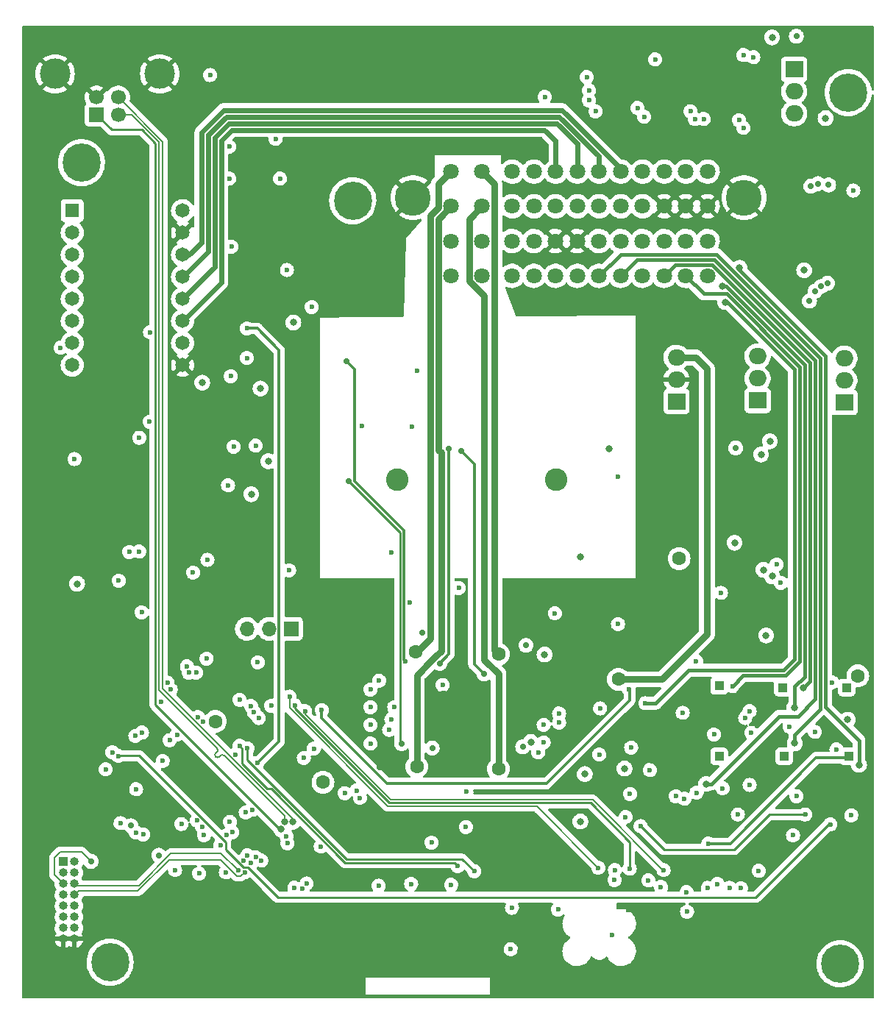
<source format=gbr>
%TF.GenerationSoftware,KiCad,Pcbnew,(6.0.7)*%
%TF.CreationDate,2022-10-25T21:17:20-03:00*%
%TF.ProjectId,uEFI_rev3,75454649-5f72-4657-9633-2e6b69636164,v3.0*%
%TF.SameCoordinates,Original*%
%TF.FileFunction,Copper,L3,Inr*%
%TF.FilePolarity,Positive*%
%FSLAX46Y46*%
G04 Gerber Fmt 4.6, Leading zero omitted, Abs format (unit mm)*
G04 Created by KiCad (PCBNEW (6.0.7)) date 2022-10-25 21:17:20*
%MOMM*%
%LPD*%
G01*
G04 APERTURE LIST*
%TA.AperFunction,ComponentPad*%
%ADD10C,0.700000*%
%TD*%
%TA.AperFunction,ComponentPad*%
%ADD11C,4.400000*%
%TD*%
%TA.AperFunction,ComponentPad*%
%ADD12R,1.000000X1.000000*%
%TD*%
%TA.AperFunction,ComponentPad*%
%ADD13R,2.000000X1.905000*%
%TD*%
%TA.AperFunction,ComponentPad*%
%ADD14O,2.000000X1.905000*%
%TD*%
%TA.AperFunction,ComponentPad*%
%ADD15R,1.700000X1.700000*%
%TD*%
%TA.AperFunction,ComponentPad*%
%ADD16O,1.700000X1.700000*%
%TD*%
%TA.AperFunction,ComponentPad*%
%ADD17R,1.650000X1.650000*%
%TD*%
%TA.AperFunction,ComponentPad*%
%ADD18C,1.650000*%
%TD*%
%TA.AperFunction,ComponentPad*%
%ADD19O,1.000000X1.000000*%
%TD*%
%TA.AperFunction,ComponentPad*%
%ADD20C,1.700000*%
%TD*%
%TA.AperFunction,ComponentPad*%
%ADD21C,3.500000*%
%TD*%
%TA.AperFunction,ComponentPad*%
%ADD22C,1.800000*%
%TD*%
%TA.AperFunction,ComponentPad*%
%ADD23C,4.125000*%
%TD*%
%TA.AperFunction,ViaPad*%
%ADD24C,0.600000*%
%TD*%
%TA.AperFunction,ViaPad*%
%ADD25C,2.600000*%
%TD*%
%TA.AperFunction,ViaPad*%
%ADD26C,0.800000*%
%TD*%
%TA.AperFunction,ViaPad*%
%ADD27C,0.700000*%
%TD*%
%TA.AperFunction,ViaPad*%
%ADD28C,1.600000*%
%TD*%
%TA.AperFunction,Conductor*%
%ADD29C,0.250000*%
%TD*%
%TA.AperFunction,Conductor*%
%ADD30C,0.200000*%
%TD*%
%TA.AperFunction,Conductor*%
%ADD31C,0.350000*%
%TD*%
%TA.AperFunction,Conductor*%
%ADD32C,0.300000*%
%TD*%
%TA.AperFunction,Conductor*%
%ADD33C,0.600000*%
%TD*%
%TA.AperFunction,Conductor*%
%ADD34C,0.800000*%
%TD*%
%TA.AperFunction,Conductor*%
%ADD35C,0.450000*%
%TD*%
G04 APERTURE END LIST*
D10*
%TO.N,N/C*%
%TO.C,H9*%
X62500000Y-61550000D03*
X61333274Y-58733274D03*
D11*
X62500000Y-59900000D03*
D10*
X62500000Y-58250000D03*
X64150000Y-59900000D03*
X63666726Y-58733274D03*
X60850000Y-59900000D03*
X63666726Y-61066726D03*
X61333274Y-61066726D03*
%TD*%
D12*
%TO.N,/Sensores/CH3*%
%TO.C,TP13*%
X135900000Y-128200000D03*
%TD*%
%TO.N,/Sensores/CH5*%
%TO.C,TP15*%
X150800000Y-128200000D03*
%TD*%
D13*
%TO.N,+12V*%
%TO.C,U5*%
X130993000Y-87376000D03*
D14*
%TO.N,GND*%
X130993000Y-84836000D03*
%TO.N,+5C*%
X130993000Y-82296000D03*
%TD*%
D15*
%TO.N,/SPI2_SCK*%
%TO.C,J5*%
X86614000Y-113538000D03*
D16*
%TO.N,/SPI2_MOSI*%
X84074000Y-113538000D03*
%TO.N,/SPI2_MISO*%
X81534000Y-113538000D03*
%TD*%
D12*
%TO.N,/Sensores/CH4*%
%TO.C,TP14*%
X143400000Y-128200000D03*
%TD*%
D13*
%TO.N,Net-(Q7-Pad1)*%
%TO.C,Q7*%
X140314800Y-87249000D03*
D14*
%TO.N,Net-(D4-Pad1)*%
X140314800Y-84709000D03*
%TO.N,Net-(Q7-Pad3)*%
X140314800Y-82169000D03*
%TD*%
D10*
%TO.N,N/C*%
%TO.C,H1*%
X64633274Y-150733274D03*
X66966726Y-150733274D03*
X64633274Y-153066726D03*
X67450000Y-151900000D03*
D11*
X65800000Y-151900000D03*
D10*
X65800000Y-153550000D03*
X65800000Y-150250000D03*
X64150000Y-151900000D03*
X66966726Y-153066726D03*
%TD*%
D17*
%TO.N,/MTR_ENABLE*%
%TO.C,U23*%
X61450000Y-65410000D03*
D18*
%TO.N,Net-(JP2-Pad2)*%
X61450000Y-67950000D03*
%TO.N,Net-(JP1-Pad2)*%
X61450000Y-70490000D03*
%TO.N,Net-(JP3-Pad2)*%
X61450000Y-73030000D03*
%TO.N,+3V3*%
X61450000Y-75570000D03*
X61450000Y-78110000D03*
%TO.N,/MTR_STEP*%
X61450000Y-80650000D03*
%TO.N,/MTR_DIR*%
X61450000Y-83190000D03*
%TO.N,GND*%
X74150000Y-83190000D03*
%TO.N,/MTR_FAULT*%
X74150000Y-80650000D03*
%TO.N,H4*%
X74150000Y-78110000D03*
%TO.N,G4*%
X74150000Y-75570000D03*
%TO.N,F4*%
X74150000Y-73030000D03*
%TO.N,E4*%
X74150000Y-70490000D03*
%TO.N,GND*%
X74150000Y-67950000D03*
%TO.N,+12V*%
X74150000Y-65410000D03*
%TD*%
D10*
%TO.N,N/C*%
%TO.C,H4*%
X150966726Y-150933274D03*
X148150000Y-152100000D03*
D11*
X149800000Y-152100000D03*
D10*
X149800000Y-153750000D03*
X148633274Y-153266726D03*
X150966726Y-153266726D03*
X151450000Y-152100000D03*
X149800000Y-150450000D03*
X148633274Y-150933274D03*
%TD*%
D12*
%TO.N,+3V3*%
%TO.C,J4*%
X60430000Y-140350000D03*
D19*
%TO.N,+5C*%
X61700000Y-140350000D03*
%TO.N,/AUX_CS_1*%
X60430000Y-141620000D03*
%TO.N,/SPI2_SCK*%
X61700000Y-141620000D03*
%TO.N,/AUX_CS_2*%
X60430000Y-142890000D03*
%TO.N,/SPI2_MISO*%
X61700000Y-142890000D03*
%TO.N,/AUX_IN_1*%
X60430000Y-144160000D03*
%TO.N,/SPI2_MOSI*%
X61700000Y-144160000D03*
%TO.N,/AUX_IN_2*%
X60430000Y-145430000D03*
%TO.N,/AUX_OUT_1*%
X61700000Y-145430000D03*
%TO.N,/AUX_IN_3*%
X60430000Y-146700000D03*
%TO.N,/AUX_OUT_2*%
X61700000Y-146700000D03*
%TO.N,/AUX_IN_4*%
X60430000Y-147970000D03*
%TO.N,/AUX_OUT_3*%
X61700000Y-147970000D03*
%TO.N,GND*%
X60430000Y-149240000D03*
X61700000Y-149240000D03*
%TD*%
D13*
%TO.N,Net-(Q10-Pad1)*%
%TO.C,Q10*%
X144526000Y-49149000D03*
D14*
%TO.N,+5VA*%
X144526000Y-51689000D03*
%TO.N,+5C*%
X144526000Y-54229000D03*
%TD*%
D13*
%TO.N,Net-(Q6-Pad1)*%
%TO.C,Q6*%
X150317200Y-87477600D03*
D14*
%TO.N,Net-(D4-Pad1)*%
X150317200Y-84937600D03*
%TO.N,+12VA*%
X150317200Y-82397600D03*
%TD*%
D10*
%TO.N,N/C*%
%TO.C,H3*%
X92559274Y-65428726D03*
X95376000Y-64262000D03*
X94892726Y-65428726D03*
X92076000Y-64262000D03*
D11*
X93726000Y-64262000D03*
D10*
X93726000Y-62612000D03*
X93726000Y-65912000D03*
X92559274Y-63095274D03*
X94892726Y-63095274D03*
%TD*%
D15*
%TO.N,/VBUS*%
%TO.C,J1*%
X64240000Y-54377500D03*
D20*
%TO.N,/USB_D-*%
X66740000Y-54377500D03*
%TO.N,/USB_D+*%
X66740000Y-52377500D03*
%TO.N,GND*%
X64240000Y-52377500D03*
D21*
X71510000Y-49667500D03*
X59470000Y-49667500D03*
%TD*%
D12*
%TO.N,/Sensores/CH0*%
%TO.C,TP10*%
X135900000Y-120100000D03*
%TD*%
%TO.N,/Sensores/CH1*%
%TO.C,TP11*%
X143200000Y-120300000D03*
%TD*%
%TO.N,/Sensores/CH2*%
%TO.C,TP12*%
X150600000Y-120300000D03*
%TD*%
D22*
%TO.N,A1*%
%TO.C,J3*%
X134565000Y-72910000D03*
%TO.N,+5VA*%
X134565000Y-68910000D03*
%TO.N,GND*%
X134565000Y-64910000D03*
%TO.N,+12VA*%
X134565000Y-60910000D03*
%TO.N,B1*%
X132065000Y-72910000D03*
%TO.N,+5VA*%
X132065000Y-68910000D03*
%TO.N,GND*%
X132065000Y-64910000D03*
%TO.N,B4*%
X132065000Y-60910000D03*
%TO.N,C1*%
X129565000Y-72910000D03*
%TO.N,+5VA*%
X129565000Y-68910000D03*
%TO.N,GND*%
X129565000Y-64910000D03*
%TO.N,C4*%
X129565000Y-60910000D03*
%TO.N,D1*%
X127065000Y-72910000D03*
%TO.N,+5VA*%
X127065000Y-68910000D03*
%TO.N,D3*%
X127065000Y-64910000D03*
%TO.N,D4*%
X127065000Y-60910000D03*
%TO.N,E1*%
X124565000Y-72910000D03*
%TO.N,+5VA*%
X124565000Y-68910000D03*
%TO.N,E3*%
X124565000Y-64910000D03*
%TO.N,E4*%
X124565000Y-60910000D03*
%TO.N,F1*%
X122065000Y-72910000D03*
%TO.N,+5VA*%
X122065000Y-68910000D03*
%TO.N,F3*%
X122065000Y-64910000D03*
%TO.N,F4*%
X122065000Y-60910000D03*
%TO.N,G1*%
X119565000Y-72910000D03*
%TO.N,GND*%
X119565000Y-68910000D03*
%TO.N,G3*%
X119565000Y-64910000D03*
%TO.N,G4*%
X119565000Y-60910000D03*
%TO.N,H1*%
X117065000Y-72910000D03*
%TO.N,GND*%
X117065000Y-68910000D03*
%TO.N,H3*%
X117065000Y-64910000D03*
%TO.N,H4*%
X117065000Y-60910000D03*
%TO.N,J1*%
X114565000Y-72910000D03*
%TO.N,CAN+*%
X114565000Y-68910000D03*
%TO.N,CMP-*%
X114565000Y-64910000D03*
%TO.N,CKP-*%
X114565000Y-60910000D03*
%TO.N,K1*%
X112065000Y-72910000D03*
%TO.N,CAN-*%
X112065000Y-68910000D03*
%TO.N,CMP+*%
X112065000Y-64910000D03*
%TO.N,CKP+*%
X112065000Y-60910000D03*
%TO.N,L1*%
X108565000Y-72910000D03*
%TO.N,L2*%
X108565000Y-68910000D03*
%TO.N,L3*%
X108565000Y-64910000D03*
%TO.N,L4*%
X108565000Y-60910000D03*
%TO.N,M1*%
X105065000Y-72910000D03*
%TO.N,M2*%
X105065000Y-68910000D03*
%TO.N,M3*%
X105065000Y-64910000D03*
%TO.N,M4*%
X105065000Y-60910000D03*
D23*
%TO.N,GND*%
X138765000Y-63910000D03*
X100665000Y-63910000D03*
%TD*%
D10*
%TO.N,N/C*%
%TO.C,H2*%
X151915726Y-50649274D03*
X150749000Y-53466000D03*
X152399000Y-51816000D03*
X151915726Y-52982726D03*
D11*
X150749000Y-51816000D03*
D10*
X149582274Y-52982726D03*
X150749000Y-50166000D03*
X149099000Y-51816000D03*
X149582274Y-50649274D03*
%TD*%
D24*
%TO.N,GND*%
X150100000Y-115100000D03*
X110125000Y-138075000D03*
X128300000Y-125300000D03*
X67818000Y-120904000D03*
D25*
X92964000Y-109220000D03*
D24*
X86360000Y-91694000D03*
X82499200Y-62128400D03*
D26*
X68650000Y-107300000D03*
D24*
X69150000Y-87550000D03*
D27*
X89050000Y-129400000D03*
D24*
X80300000Y-118700000D03*
D28*
X107315000Y-121412000D03*
X104267000Y-124333000D03*
D26*
X77600000Y-95000000D03*
D24*
X92000000Y-137400000D03*
D25*
X150368000Y-93726000D03*
D28*
X107315000Y-124333000D03*
D24*
X66548000Y-124550000D03*
D27*
X82550000Y-50673000D03*
D24*
X65300000Y-132400000D03*
X63550000Y-87450000D03*
X143100000Y-104000000D03*
X78250000Y-81250000D03*
D27*
X71750000Y-144205002D03*
X128400000Y-151000000D03*
D24*
X78000000Y-79250000D03*
D27*
X115214400Y-115214400D03*
X97500000Y-117000000D03*
D24*
X88250000Y-133950000D03*
D27*
X82550000Y-47117000D03*
D24*
X105100000Y-150600000D03*
X69850000Y-119380000D03*
X84250000Y-119400000D03*
X137800000Y-116500000D03*
X71650000Y-121950000D03*
X128750000Y-117750000D03*
D26*
X79248000Y-112268000D03*
D24*
X79535500Y-120427825D03*
X130750000Y-137850000D03*
X86741000Y-80899000D03*
X124500000Y-114500000D03*
X65850000Y-94250000D03*
D27*
X148844000Y-80010000D03*
X151398500Y-64516000D03*
X96799400Y-129463800D03*
D24*
X124900000Y-125300000D03*
X115600000Y-137450000D03*
D25*
X150368000Y-101346000D03*
D24*
X82499200Y-65938400D03*
D27*
X115951000Y-129514600D03*
D24*
X125450000Y-145900000D03*
X94742000Y-90170000D03*
X85471000Y-76581000D03*
X133300000Y-137800000D03*
D28*
X104140000Y-121412000D03*
D24*
X68199000Y-123698000D03*
D28*
X131318000Y-95852000D03*
D24*
%TO.N,/INY3*%
X97917000Y-125163100D03*
X79189500Y-137287000D03*
%TO.N,/INY4*%
X95758000Y-126746000D03*
X79862247Y-136952085D03*
%TO.N,/INY2*%
X81153000Y-140208000D03*
X95758000Y-124587000D03*
%TO.N,/INY1*%
X78486000Y-138430000D03*
X98171000Y-123952000D03*
%TO.N,+3V3*%
X66050000Y-127750000D03*
X104063800Y-119995540D03*
D28*
X131292600Y-105460800D03*
D24*
X68800000Y-132000000D03*
X145800000Y-134900000D03*
D26*
X84000000Y-94250000D03*
D28*
X77900000Y-124200000D03*
D24*
X75901569Y-123698431D03*
X112050000Y-145650000D03*
X126850000Y-136250000D03*
D26*
X83108800Y-85877400D03*
D24*
X71850000Y-128750000D03*
X72650000Y-126350000D03*
X76049517Y-141700483D03*
D28*
X90297000Y-131191000D03*
D26*
X62000000Y-108350000D03*
D24*
X111900000Y-150400000D03*
X84350000Y-122400000D03*
X67000000Y-135900000D03*
X98500000Y-122572300D03*
X75350000Y-107061000D03*
X86404000Y-106807000D03*
%TO.N,/NRST*%
X69469000Y-125476000D03*
X65300000Y-129700000D03*
X69429000Y-111643600D03*
X123600000Y-148761049D03*
D26*
%TO.N,/USB_D+*%
X86824104Y-135751402D03*
%TO.N,/USB_D-*%
X85872633Y-135743739D03*
D24*
%TO.N,/SYS_SWO*%
X86100000Y-137400000D03*
X80201569Y-127998431D03*
%TO.N,/SYS_SWCLK*%
X86192352Y-138207648D03*
X88096235Y-128396235D03*
%TO.N,/SYS_SWDIO*%
X90050000Y-138594980D03*
X88400902Y-142848798D03*
%TO.N,Net-(R2-Pad1)*%
X82800000Y-117400000D03*
%TO.N,Net-(TP2-Pad1)*%
X74000000Y-136000000D03*
%TO.N,/MTR_DIR*%
X60092352Y-81192352D03*
%TO.N,/MTR_FAULT*%
X70404112Y-79400000D03*
%TO.N,/ECN2*%
X82550000Y-139827000D03*
X117475000Y-124333000D03*
%TO.N,/ECN3*%
X83197754Y-140208011D03*
X115697000Y-124587000D03*
%TO.N,/ECN4*%
X115697000Y-126619000D03*
X81997567Y-140518480D03*
D27*
%TO.N,/RPM_OUT*%
X71400000Y-139600000D03*
D24*
X106800000Y-132300000D03*
D27*
%TO.N,/AUX_CS_2*%
X63600000Y-140300000D03*
%TO.N,/Sheet5FA9324A/FB0*%
X103734179Y-117509665D03*
X104775000Y-92837000D03*
%TO.N,/Sheet5FA9324A/FB1*%
X102870000Y-127254000D03*
X101714500Y-113971980D03*
%TO.N,/Sheet5FA9324A/FB2*%
X106172000Y-93082500D03*
X108839000Y-118745000D03*
D24*
%TO.N,/AUX_IN_1*%
X82900000Y-123800000D03*
%TO.N,/AUX_IN_2*%
X82350000Y-123150000D03*
%TO.N,/AUX_IN_3*%
X82020148Y-122420148D03*
%TO.N,/AUX_IN_4*%
X80700000Y-121700000D03*
%TO.N,/LED_CAN_RX*%
X81600000Y-127300000D03*
X107700000Y-141423500D03*
%TO.N,/LED_CAN_TX*%
X105800000Y-140850000D03*
X80700000Y-127000000D03*
D26*
%TO.N,/VBUS*%
X85497897Y-136623500D03*
D27*
%TO.N,/Sheet5FA9324A/FB3*%
X113665000Y-115443000D03*
X113284000Y-127127000D03*
D24*
%TO.N,/R_LMB*%
X76903500Y-116967000D03*
X151348500Y-63100000D03*
%TO.N,GNDA*%
X139600000Y-125500000D03*
X146900000Y-125400000D03*
X136300000Y-131900000D03*
D28*
X151850000Y-118950000D03*
D26*
X150700000Y-124000000D03*
D24*
X144000000Y-124800000D03*
X127909000Y-129802000D03*
X133300000Y-132400000D03*
X139400000Y-123000000D03*
D27*
%TO.N,/Sheet5FA9324A/GD1*%
X99339400Y-126746000D03*
X93250000Y-96500000D03*
D24*
%TO.N,/ECN1*%
X117475000Y-123282300D03*
X81603902Y-139606798D03*
%TO.N,/Sheet5FA9324A/GD0*%
X99750000Y-117250000D03*
D27*
X93000000Y-82750000D03*
D26*
%TO.N,/Sheet5FA9324A/GD2*%
X115800000Y-116500000D03*
X123190000Y-92837000D03*
D24*
%TO.N,/MEMORY_CS*%
X73492352Y-125707648D03*
X77000000Y-105600000D03*
D26*
%TO.N,/Sheet5FA9324A/GD3*%
X114222989Y-126559288D03*
X119888000Y-105283000D03*
D24*
%TO.N,/MIL_OUT*%
X81407675Y-134657675D03*
D27*
X148370738Y-73773870D03*
D24*
X87017352Y-143332648D03*
X106750000Y-136350000D03*
%TO.N,/CHK_OUT*%
X82169000Y-134366000D03*
X102792352Y-138142352D03*
X87950000Y-143450000D03*
D27*
X147603918Y-74144065D03*
D24*
%TO.N,/PMIC_ENABLE*%
X89250000Y-127322500D03*
X79576500Y-135750000D03*
%TO.N,/PMIC_SPARK*%
X79121316Y-141561662D03*
X115062000Y-127762000D03*
%TO.N,/SPI2_MISO*%
X80518000Y-141351000D03*
X95758000Y-122555000D03*
X92800000Y-132450000D03*
%TO.N,/SPI2_SCK*%
X73279000Y-141300000D03*
X94550000Y-133000000D03*
X96750000Y-119500000D03*
%TO.N,/SPI2_MOSI*%
X94150000Y-132150000D03*
X81280000Y-141571500D03*
X95758000Y-120523000D03*
%TO.N,Net-(C22-Pad2)*%
X124250000Y-96000000D03*
X124250000Y-113000000D03*
%TO.N,/Sensores/CH7*%
X125766000Y-127207000D03*
D26*
X120432000Y-130255000D03*
D24*
%TO.N,/Sensores/CH0*%
X135700000Y-142900000D03*
%TO.N,M1*%
X101092000Y-83820000D03*
X100500000Y-90250000D03*
%TO.N,M2*%
X100250000Y-110500000D03*
D25*
X98850000Y-96335500D03*
D24*
X105918000Y-108839000D03*
X98171000Y-104775000D03*
D25*
%TO.N,L2*%
X117100000Y-96335500D03*
D24*
%TO.N,CMP-*%
X79502000Y-61722000D03*
%TO.N,CMP+*%
X85344000Y-61722000D03*
%TO.N,CKP+*%
X77300000Y-49800000D03*
X66800000Y-108000000D03*
%TO.N,G3*%
X115824000Y-52324000D03*
D28*
%TO.N,L4*%
X110490000Y-116459000D03*
%TO.N,L3*%
X110490000Y-129667000D03*
D24*
%TO.N,+12VA*%
X122100000Y-128000000D03*
X136102500Y-109400000D03*
D26*
%TO.N,+12V*%
X148144220Y-54766280D03*
X145677500Y-72263000D03*
D27*
X137795000Y-92710000D03*
D24*
X122200000Y-122700000D03*
D27*
%TO.N,/AUX_OUT_1*%
X68200000Y-136200000D03*
D24*
%TO.N,/AUX_OUT_2*%
X68776500Y-137000000D03*
%TO.N,/AUX_OUT_3*%
X69600000Y-137200000D03*
D26*
%TO.N,Net-(C33-Pad1)*%
X141000000Y-106750000D03*
X140716000Y-93472000D03*
%TO.N,Net-(D4-Pad1)*%
X141300000Y-114300000D03*
D24*
%TO.N,/Sensores/CH1*%
X137100000Y-143350000D03*
D26*
%TO.N,Net-(Q7-Pad3)*%
X142000000Y-107500000D03*
X141732000Y-91948000D03*
D24*
%TO.N,Net-(R22-Pad2)*%
X142500000Y-106123500D03*
X143000000Y-108250000D03*
D26*
%TO.N,Net-(C51-Pad1)*%
X119924000Y-135716000D03*
X125004000Y-129620000D03*
D24*
%TO.N,+5VA*%
X89000000Y-76500000D03*
D26*
X76400000Y-85200000D03*
D24*
%TO.N,/CKP*%
X68000000Y-104700000D03*
X76526704Y-124243018D03*
%TO.N,/CMP*%
X82748457Y-128966188D03*
X81540000Y-78968400D03*
%TO.N,/CKP/CMP_sensors/IN1+*%
X86156800Y-72237600D03*
%TO.N,/CKP/CMP_sensors/IN1-*%
X79756000Y-69545200D03*
%TO.N,/CKP/CMP_sensors/IN2-*%
X84836000Y-57150000D03*
%TO.N,/CKP/CMP_sensors/IN2+*%
X79502000Y-58039000D03*
%TO.N,/R_ECN_INY*%
X75691720Y-118585582D03*
D27*
X148500000Y-62450000D03*
%TO.N,/R_GNC_GLP*%
X147250000Y-62300000D03*
D24*
X74847710Y-118578942D03*
D27*
%TO.N,/R_AAC*%
X146450000Y-62600000D03*
D24*
X74642500Y-117856000D03*
D27*
%TO.N,/TIM9_CH1*%
X146287511Y-75819000D03*
D24*
X72416408Y-119735805D03*
%TO.N,/TIM9_CH2*%
X72771000Y-120523000D03*
D27*
X146939011Y-74676000D03*
D24*
%TO.N,/LED0*%
X76600000Y-137300000D03*
X96700000Y-143100000D03*
%TO.N,/LED1*%
X76400000Y-136300000D03*
X100450000Y-142900000D03*
%TO.N,/LED2*%
X105050000Y-142998500D03*
X75800000Y-135600000D03*
D28*
%TO.N,M4*%
X100965000Y-116205000D03*
%TO.N,M3*%
X101092000Y-129413000D03*
D24*
%TO.N,CAN+*%
X80010000Y-92583000D03*
%TO.N,K1*%
X70350000Y-89700000D03*
X61700000Y-94000000D03*
%TO.N,CAN-*%
X82550000Y-92456000D03*
D26*
%TO.N,Net-(Q5-Pad3)*%
X137668000Y-103632000D03*
D27*
%TO.N,Net-(Q10-Pad1)*%
X144780000Y-45339000D03*
D24*
%TO.N,5V_ENABLE*%
X68707000Y-125857000D03*
D26*
X141986000Y-45466000D03*
%TO.N,F1*%
X144591284Y-126711019D03*
%TO.N,E1*%
X134400000Y-131400000D03*
%TO.N,D1*%
X136257569Y-74072431D03*
X144550000Y-122600000D03*
%TO.N,C1*%
X145600000Y-120300000D03*
D24*
%TO.N,B1*%
X137423500Y-120143003D03*
%TO.N,A1*%
X127400000Y-122100000D03*
D26*
X136594044Y-75933277D03*
%TO.N,G1*%
X138255216Y-71994784D03*
X152000000Y-129200000D03*
D24*
%TO.N,Net-(F1-Pad1)*%
X120904000Y-52705000D03*
%TO.N,Net-(F2-Pad1)*%
X138684000Y-47498000D03*
%TO.N,Net-(F3-Pad1)*%
X121666000Y-53975000D03*
%TO.N,Net-(F4-Pad1)*%
X139827000Y-47752000D03*
%TO.N,Net-(F5-Pad1)*%
X134112000Y-54864000D03*
%TO.N,Net-(F6-Pad1)*%
X120650000Y-50038000D03*
%TO.N,Net-(F7-Pad1)*%
X133096000Y-54864000D03*
%TO.N,Net-(F8-Pad1)*%
X132588000Y-53966500D03*
%TO.N,Net-(F9-Pad1)*%
X120904000Y-51562000D03*
%TO.N,Net-(F10-Pad1)*%
X138176000Y-54991000D03*
%TO.N,Net-(F11-Pad1)*%
X138684000Y-55880000D03*
%TO.N,/PWM/Relays/R3_OUT*%
X128524000Y-48006000D03*
%TO.N,/PWM/Relays/MIL_OUT*%
X126492000Y-53594000D03*
%TO.N,/PWM/Relays/CHECK_ENGINE*%
X127254000Y-54610000D03*
%TO.N,/Sensores/CH2*%
X138400000Y-143400000D03*
%TO.N,/Sensores/CH3*%
X130900000Y-132800000D03*
%TO.N,/Sensores/CH5*%
X134650000Y-138250000D03*
%TO.N,/Sensores/CH6*%
X117000000Y-111750000D03*
X79374997Y-97025003D03*
X133250000Y-117250000D03*
X138050000Y-134900000D03*
X69150000Y-91550000D03*
%TO.N,+5C*%
X144400000Y-137300000D03*
X144800000Y-132800000D03*
X125639000Y-132541000D03*
X131900000Y-133100000D03*
D26*
X86893400Y-78282800D03*
D24*
X138900000Y-123800000D03*
X117350000Y-145850000D03*
X149400000Y-127426500D03*
X140450000Y-141400000D03*
D26*
X82042000Y-98044000D03*
D24*
X139400000Y-131500000D03*
X151100000Y-135000000D03*
X148900000Y-119700000D03*
X132200000Y-146100000D03*
X125131000Y-135208000D03*
X131700000Y-123200000D03*
D28*
X124300000Y-119350000D03*
D24*
X135300000Y-125700000D03*
%TO.N,/Sensores/B*%
X123850000Y-142450000D03*
X132150000Y-143850000D03*
%TO.N,/ACC_DET*%
X125500000Y-120481500D03*
X90150000Y-122900000D03*
%TO.N,/CKP/CMP_sensors/CKP_VR*%
X81540000Y-82368400D03*
X69150000Y-104650000D03*
X79693000Y-84455000D03*
%TO.N,/Sensores/C*%
X129200000Y-143250000D03*
X123900000Y-141300000D03*
%TO.N,/Sensores/A*%
X134600000Y-143350000D03*
X127750000Y-142500000D03*
%TO.N,/MUX_B*%
X122000000Y-141050000D03*
X86450000Y-121350000D03*
%TO.N,/MUX_C*%
X87048500Y-122350000D03*
X125600000Y-141150000D03*
%TO.N,/MUX_A*%
X88223500Y-123000000D03*
X129500000Y-141300000D03*
%TO.N,/MUX_OUT*%
X66770872Y-128179128D03*
X148700000Y-136050000D03*
%TD*%
D29*
%TO.N,+3V3*%
X129550000Y-138950000D02*
X126850000Y-136250000D01*
X129550000Y-138950000D02*
X137600000Y-138950000D01*
X137600000Y-138950000D02*
X141650000Y-134900000D01*
X145800000Y-134900000D02*
X141650000Y-134900000D01*
D30*
%TO.N,/USB_D+*%
X86824104Y-135751402D02*
X86824104Y-135400905D01*
X86824104Y-135400905D02*
X71853000Y-120429801D01*
X71853000Y-120429801D02*
X71853000Y-57490500D01*
X71853000Y-57490500D02*
X66740000Y-52377500D01*
%TO.N,/USB_D-*%
X77949916Y-127833348D02*
X78072901Y-127710364D01*
X85872633Y-135743739D02*
X85872633Y-135085832D01*
X77949916Y-128257613D02*
X77949916Y-128257612D01*
X78148737Y-127591791D02*
X78163565Y-127498224D01*
X85872633Y-135085832D02*
X78921428Y-128134628D01*
X71403000Y-120616199D02*
X71403000Y-57538304D01*
X78072900Y-127710365D02*
X78105718Y-127676195D01*
X78072901Y-127286100D02*
X71403000Y-120616199D01*
X78148752Y-127404654D02*
X78105746Y-127320243D01*
X68242196Y-54377500D02*
X66740000Y-54377500D01*
X78163565Y-127498224D02*
X78148752Y-127404654D01*
X78105718Y-127676195D02*
X78148737Y-127591791D01*
X71403000Y-57538304D02*
X68242196Y-54377500D01*
X78105746Y-127320243D02*
X78072901Y-127286100D01*
X78374180Y-128257613D02*
X78497164Y-128134628D01*
X78497165Y-128134629D02*
G75*
G02*
X78921427Y-128134629I212131J-212131D01*
G01*
X77949868Y-128257661D02*
G75*
G03*
X78374181Y-128257612I212132J212161D01*
G01*
X77949937Y-127833369D02*
G75*
G03*
X77949917Y-128257611I212063J-212131D01*
G01*
%TO.N,/AUX_CS_2*%
X62500000Y-139200000D02*
X60076978Y-139200000D01*
X63600000Y-140300000D02*
X62500000Y-139200000D01*
X59400000Y-139876978D02*
X59400000Y-141860000D01*
X59400000Y-141860000D02*
X60430000Y-142890000D01*
X60076978Y-139200000D02*
X59400000Y-139876978D01*
D31*
%TO.N,/Sheet5FA9324A/FB0*%
X103734179Y-117509665D02*
X103734179Y-117499821D01*
X103734179Y-117499821D02*
X104775000Y-116459000D01*
X104775000Y-116459000D02*
X104775000Y-92837000D01*
%TO.N,/Sheet5FA9324A/FB2*%
X106172000Y-93082500D02*
X107696000Y-94606500D01*
X107696000Y-117602000D02*
X108839000Y-118745000D01*
X107696000Y-94606500D02*
X107696000Y-117602000D01*
D29*
%TO.N,/LED_CAN_RX*%
X107700000Y-141423500D02*
X106326500Y-140050000D01*
X106326500Y-140050000D02*
X93000000Y-140050000D01*
X81600000Y-128650000D02*
X81600000Y-127300000D01*
X93000000Y-140050000D02*
X81600000Y-128650000D01*
%TO.N,/LED_CAN_TX*%
X81023489Y-129067132D02*
X81023489Y-127323489D01*
X83903179Y-131946822D02*
X81023489Y-129067132D01*
X84328308Y-131946822D02*
X83903179Y-131946822D01*
X81023489Y-127323489D02*
X80700000Y-127000000D01*
X92833486Y-140452000D02*
X84328308Y-131946822D01*
X105450000Y-140500000D02*
X105450000Y-140452000D01*
X105450000Y-140452000D02*
X92833486Y-140452000D01*
X105800000Y-140850000D02*
X105450000Y-140500000D01*
%TO.N,/VBUS*%
X70980612Y-57649074D02*
X69431538Y-56100000D01*
X65962500Y-56100000D02*
X64240000Y-54377500D01*
X85497897Y-136623500D02*
X85315500Y-136623500D01*
X70980612Y-122288612D02*
X70980612Y-57649074D01*
X85315500Y-136623500D02*
X70980612Y-122288612D01*
X69431538Y-56100000D02*
X65962500Y-56100000D01*
%TO.N,/Sheet5FA9324A/GD1*%
X99173489Y-102423489D02*
X93250000Y-96500000D01*
X99173489Y-126580089D02*
X99173489Y-102423489D01*
X99339400Y-126746000D02*
X99173489Y-126580089D01*
D32*
%TO.N,/Sheet5FA9324A/GD0*%
X99600489Y-102246619D02*
X93902000Y-96548130D01*
X99750000Y-117250000D02*
X99600489Y-117100489D01*
X93902000Y-96548130D02*
X93902000Y-83652000D01*
X99600489Y-117100489D02*
X99600489Y-102246619D01*
X93902000Y-83652000D02*
X93000000Y-82750000D01*
D30*
%TO.N,/SPI2_MISO*%
X78567000Y-139400000D02*
X72800000Y-139400000D01*
X72800000Y-139400000D02*
X69100000Y-143100000D01*
X69100000Y-143100000D02*
X61910000Y-143100000D01*
X80518000Y-141351000D02*
X78567000Y-139400000D01*
X61910000Y-143100000D02*
X61700000Y-142890000D01*
%TO.N,/SPI2_MOSI*%
X78487045Y-140100000D02*
X80387045Y-142000000D01*
X72597124Y-140100000D02*
X78487045Y-140100000D01*
X68997124Y-143700000D02*
X72597124Y-140100000D01*
X62160000Y-143700000D02*
X68997124Y-143700000D01*
X61700000Y-144160000D02*
X62160000Y-143700000D01*
X80851500Y-142000000D02*
X81280000Y-141571500D01*
X80387045Y-142000000D02*
X80851500Y-142000000D01*
D33*
%TO.N,H4*%
X115813520Y-56123520D02*
X79779910Y-56123520D01*
X117065000Y-57375000D02*
X115813520Y-56123520D01*
X117065000Y-60910000D02*
X117065000Y-57375000D01*
X79779910Y-56123520D02*
X78581560Y-57321870D01*
X78581560Y-57321870D02*
X78581560Y-73718440D01*
X74190000Y-78110000D02*
X74150000Y-78110000D01*
X78581560Y-73718440D02*
X74190000Y-78110000D01*
%TO.N,G4*%
X119565000Y-57716000D02*
X117221000Y-55372000D01*
X79468620Y-55372000D02*
X77830040Y-57010580D01*
X77830040Y-57010580D02*
X77830040Y-71869960D01*
X77830040Y-71869960D02*
X74150000Y-75550000D01*
X74150000Y-75550000D02*
X74150000Y-75570000D01*
X119565000Y-60910000D02*
X119565000Y-57716000D01*
X117221000Y-55372000D02*
X79468620Y-55372000D01*
%TO.N,F4*%
X77078520Y-70121480D02*
X74170000Y-73030000D01*
X122065000Y-59153190D02*
X117511330Y-54599520D01*
X74170000Y-73030000D02*
X74150000Y-73030000D01*
X122065000Y-60910000D02*
X122065000Y-59153190D01*
X117511330Y-54599520D02*
X79178290Y-54599520D01*
X77078520Y-56699290D02*
X77078520Y-70121480D01*
X79178290Y-54599520D02*
X77078520Y-56699290D01*
%TO.N,E4*%
X124565000Y-60910000D02*
X124565000Y-60590380D01*
X74910000Y-70490000D02*
X74150000Y-70490000D01*
X117822620Y-53848000D02*
X78867000Y-53848000D01*
X78867000Y-53848000D02*
X76327000Y-56388000D01*
X76327000Y-69073000D02*
X74910000Y-70490000D01*
X124565000Y-60590380D02*
X117822620Y-53848000D01*
X76327000Y-56388000D02*
X76327000Y-69073000D01*
D34*
%TO.N,L4*%
X108565000Y-60910000D02*
X110016511Y-62361511D01*
X110016511Y-115985511D02*
X110490000Y-116459000D01*
X110016511Y-62361511D02*
X110016511Y-115985511D01*
%TO.N,L3*%
X108839000Y-75236748D02*
X108839000Y-117094000D01*
X110490000Y-118745000D02*
X110490000Y-129667000D01*
X107113489Y-66361511D02*
X107113489Y-73511237D01*
X108839000Y-117094000D02*
X110490000Y-118745000D01*
X107113489Y-73511237D02*
X108839000Y-75236748D01*
X108565000Y-64910000D02*
X107113489Y-66361511D01*
D32*
%TO.N,/CMP*%
X85250000Y-81500000D02*
X82718400Y-78968400D01*
X85250000Y-126500000D02*
X85250000Y-81500000D01*
X82718400Y-78968400D02*
X81540000Y-78968400D01*
X82748457Y-128966188D02*
X82783812Y-128966188D01*
X82783812Y-128966188D02*
X85250000Y-126500000D01*
D34*
%TO.N,M4*%
X103613489Y-62361511D02*
X105065000Y-60910000D01*
X100965000Y-116205000D02*
X101092000Y-116205000D01*
X101092000Y-116205000D02*
X102616000Y-114681000D01*
X102616000Y-66013348D02*
X103613489Y-65015859D01*
X103613489Y-65015859D02*
X103613489Y-62361511D01*
X102616000Y-114681000D02*
X102616000Y-66013348D01*
%TO.N,M3*%
X102735419Y-117233511D02*
X102725559Y-117233511D01*
X102725559Y-117233511D02*
X101092000Y-118867070D01*
X103886000Y-93222930D02*
X103886000Y-116073070D01*
X103263511Y-116695559D02*
X103263511Y-116705419D01*
X103613489Y-92950419D02*
X103886000Y-93222930D01*
X103613489Y-66361511D02*
X103613489Y-92950419D01*
X103886000Y-116073070D02*
X103263511Y-116695559D01*
X103263511Y-116705419D02*
X102735419Y-117233511D01*
X105065000Y-64910000D02*
X103613489Y-66361511D01*
X101092000Y-118867070D02*
X101092000Y-129413000D01*
D35*
%TO.N,F1*%
X147554000Y-82391705D02*
X135592743Y-70430449D01*
X144591284Y-125760073D02*
X147554000Y-122797357D01*
X144591284Y-126711019D02*
X144591284Y-125760073D01*
X124544551Y-70430449D02*
X122065000Y-72910000D01*
X135592743Y-70430449D02*
X124544551Y-70430449D01*
X147554000Y-122797357D02*
X147554000Y-82391705D01*
%TO.N,E1*%
X146952000Y-82641062D02*
X135342907Y-71031969D01*
X144950000Y-123600000D02*
X146952000Y-121598000D01*
X126443031Y-71031969D02*
X124565000Y-72910000D01*
X142762782Y-123600000D02*
X144950000Y-123600000D01*
X135342907Y-71031969D02*
X126443031Y-71031969D01*
X146952000Y-121598000D02*
X146952000Y-82641062D01*
X134962782Y-131400000D02*
X142762782Y-123600000D01*
X134400000Y-131400000D02*
X134962782Y-131400000D01*
%TO.N,D1*%
X144600000Y-122550000D02*
X144600000Y-120200000D01*
X144550000Y-122600000D02*
X144600000Y-122550000D01*
X144600000Y-120200000D02*
X145748000Y-119052000D01*
X145748000Y-83138418D02*
X136682013Y-74072431D01*
X145748000Y-119052000D02*
X145748000Y-83138418D01*
X136682013Y-74072431D02*
X136257569Y-74072431D01*
%TO.N,C1*%
X146350000Y-119550000D02*
X146350000Y-82889740D01*
X146350000Y-82889740D02*
X135093749Y-71633489D01*
X130841511Y-71633489D02*
X129565000Y-72910000D01*
X145600000Y-120300000D02*
X146350000Y-119550000D01*
X135093749Y-71633489D02*
X130841511Y-71633489D01*
%TO.N,B1*%
X134135000Y-74980000D02*
X132065000Y-72910000D01*
X145146000Y-117305356D02*
X145146000Y-83387096D01*
X145146000Y-83387096D02*
X136738904Y-74980000D01*
X137423500Y-120143003D02*
X138664503Y-118902000D01*
X143549356Y-118902000D02*
X145146000Y-117305356D01*
X136738904Y-74980000D02*
X134135000Y-74980000D01*
X138664503Y-118902000D02*
X143549356Y-118902000D01*
%TO.N,A1*%
X132400000Y-118300000D02*
X143300000Y-118300000D01*
X144544000Y-83636452D02*
X136840825Y-75933277D01*
X127400000Y-122100000D02*
X128600000Y-122100000D01*
X143300000Y-118300000D02*
X144544000Y-117056000D01*
X144544000Y-117056000D02*
X144544000Y-83636452D01*
X128600000Y-122100000D02*
X132400000Y-118300000D01*
X136840825Y-75933277D02*
X136594044Y-75933277D01*
%TO.N,G1*%
X138255216Y-72241566D02*
X138255216Y-71994784D01*
X152000000Y-129200000D02*
X152000000Y-126400000D01*
X152000000Y-126400000D02*
X148156000Y-122556000D01*
X148156000Y-82142349D02*
X138255216Y-72241566D01*
X148156000Y-122556000D02*
X148156000Y-82142349D01*
D31*
%TO.N,/Sensores/CH5*%
X150600000Y-128400000D02*
X150800000Y-128200000D01*
X137200000Y-138250000D02*
X147050000Y-128400000D01*
X147050000Y-128400000D02*
X150600000Y-128400000D01*
X134650000Y-138250000D02*
X137200000Y-138250000D01*
D34*
%TO.N,+5C*%
X134500000Y-114150000D02*
X134500000Y-83600000D01*
X129300000Y-119350000D02*
X134500000Y-114150000D01*
X133196000Y-82296000D02*
X130993000Y-82296000D01*
X124300000Y-119350000D02*
X129300000Y-119350000D01*
X134500000Y-83600000D02*
X133196000Y-82296000D01*
D32*
%TO.N,/ACC_DET*%
X116000000Y-131350000D02*
X97700000Y-131350000D01*
X125600000Y-121750000D02*
X116000000Y-131350000D01*
X97700000Y-131350000D02*
X90150000Y-123800000D01*
X125500000Y-120481500D02*
X125600000Y-120581500D01*
X90150000Y-123800000D02*
X90150000Y-122900000D01*
X125600000Y-120581500D02*
X125600000Y-121750000D01*
D30*
%TO.N,/MUX_B*%
X86450000Y-122650000D02*
X97754000Y-133954000D01*
X114904000Y-133954000D02*
X122000000Y-141050000D01*
X86450000Y-121350000D02*
X86450000Y-122650000D01*
X97754000Y-133954000D02*
X114904000Y-133954000D01*
D29*
%TO.N,/MUX_C*%
X125600000Y-141150000D02*
X125600000Y-138100000D01*
X87048500Y-122715342D02*
X87048500Y-122350000D01*
X125600000Y-138100000D02*
X121077000Y-133577000D01*
X97910158Y-133577000D02*
X87048500Y-122715342D01*
X121077000Y-133577000D02*
X97910158Y-133577000D01*
D30*
%TO.N,/MUX_A*%
X129450000Y-141300000D02*
X129500000Y-141300000D01*
X88223500Y-123000000D02*
X88223500Y-123357184D01*
X98066316Y-133200000D02*
X121350000Y-133200000D01*
X121350000Y-133200000D02*
X129450000Y-141300000D01*
X88223500Y-123357184D02*
X98066316Y-133200000D01*
D29*
%TO.N,/MUX_OUT*%
X66800000Y-128150000D02*
X69166002Y-128150000D01*
X69166002Y-128150000D02*
X79100000Y-138083998D01*
X79100000Y-138971002D02*
X81123498Y-140994500D01*
X81657585Y-140994500D02*
X85113085Y-144450000D01*
X79100000Y-138083998D02*
X79100000Y-138971002D01*
X85113085Y-144450000D02*
X140100000Y-144450000D01*
X148500000Y-136050000D02*
X148700000Y-136050000D01*
X66770872Y-128179128D02*
X66800000Y-128150000D01*
X140100000Y-144450000D02*
X148500000Y-136050000D01*
X81123498Y-140994500D02*
X81657585Y-140994500D01*
%TD*%
%TA.AperFunction,Conductor*%
%TO.N,GND*%
G36*
X153633621Y-44128502D02*
G01*
X153680114Y-44182158D01*
X153691500Y-44234500D01*
X153691500Y-51460545D01*
X153671498Y-51528666D01*
X153617842Y-51575159D01*
X153547568Y-51585263D01*
X153482988Y-51555769D01*
X153444604Y-51496043D01*
X153441550Y-51483182D01*
X153437319Y-51460012D01*
X153418713Y-51358135D01*
X153384805Y-51172473D01*
X153384804Y-51172469D01*
X153384125Y-51168751D01*
X153376722Y-51144907D01*
X153301812Y-50903658D01*
X153287282Y-50856863D01*
X153153670Y-50558869D01*
X152985226Y-50279084D01*
X152982899Y-50276100D01*
X152982894Y-50276093D01*
X152786726Y-50024558D01*
X152786724Y-50024556D01*
X152784390Y-50021563D01*
X152554070Y-49790034D01*
X152297603Y-49587852D01*
X152018705Y-49417945D01*
X152015261Y-49416379D01*
X152015257Y-49416377D01*
X151904667Y-49366095D01*
X151721414Y-49282775D01*
X151410037Y-49184300D01*
X151192492Y-49143390D01*
X151092809Y-49124645D01*
X151092807Y-49124645D01*
X151089086Y-49123945D01*
X150763208Y-49102586D01*
X150759428Y-49102794D01*
X150759427Y-49102794D01*
X150661897Y-49108162D01*
X150437124Y-49120532D01*
X150433397Y-49121193D01*
X150433393Y-49121193D01*
X150276340Y-49149027D01*
X150115557Y-49177522D01*
X150111941Y-49178624D01*
X150111933Y-49178626D01*
X149806789Y-49271627D01*
X149803167Y-49272731D01*
X149504477Y-49404781D01*
X149448241Y-49438238D01*
X149227074Y-49569817D01*
X149227068Y-49569821D01*
X149223814Y-49571757D01*
X149220812Y-49574073D01*
X149066524Y-49693106D01*
X148965244Y-49771243D01*
X148888608Y-49846685D01*
X148766490Y-49966900D01*
X148732513Y-50000347D01*
X148730149Y-50003314D01*
X148730146Y-50003317D01*
X148570261Y-50203960D01*
X148528991Y-50255751D01*
X148357626Y-50533757D01*
X148356037Y-50537204D01*
X148237092Y-50795218D01*
X148220902Y-50830336D01*
X148219741Y-50833940D01*
X148219741Y-50833941D01*
X148211196Y-50860477D01*
X148120797Y-51141192D01*
X148120079Y-51144903D01*
X148120078Y-51144907D01*
X148059482Y-51458105D01*
X148059481Y-51458114D01*
X148058763Y-51461824D01*
X148058496Y-51465600D01*
X148058495Y-51465605D01*
X148037692Y-51759422D01*
X148035698Y-51787585D01*
X148039007Y-51854046D01*
X148050072Y-52076310D01*
X148051936Y-52113759D01*
X148052577Y-52117490D01*
X148052578Y-52117498D01*
X148097833Y-52380865D01*
X148107241Y-52435619D01*
X148108329Y-52439258D01*
X148108330Y-52439261D01*
X148186626Y-52701062D01*
X148200814Y-52748504D01*
X148202327Y-52751975D01*
X148202329Y-52751981D01*
X148272912Y-52913924D01*
X148331297Y-53047881D01*
X148333220Y-53051152D01*
X148333222Y-53051156D01*
X148388348Y-53144928D01*
X148496802Y-53329414D01*
X148499103Y-53332429D01*
X148692631Y-53586012D01*
X148692636Y-53586017D01*
X148694931Y-53589025D01*
X148756931Y-53652670D01*
X148917062Y-53817048D01*
X148922814Y-53822953D01*
X148995635Y-53881607D01*
X149174196Y-54025431D01*
X149174201Y-54025435D01*
X149177149Y-54027809D01*
X149454253Y-54200627D01*
X149750112Y-54338903D01*
X149819956Y-54361799D01*
X150048574Y-54436744D01*
X150060440Y-54440634D01*
X150380742Y-54504346D01*
X150384514Y-54504633D01*
X150384522Y-54504634D01*
X150702602Y-54528829D01*
X150702607Y-54528829D01*
X150706379Y-54529116D01*
X151032633Y-54514586D01*
X151045478Y-54512448D01*
X151351037Y-54461590D01*
X151351042Y-54461589D01*
X151354778Y-54460967D01*
X151668149Y-54369034D01*
X151671616Y-54367544D01*
X151671620Y-54367543D01*
X151964721Y-54241616D01*
X151964723Y-54241615D01*
X151968205Y-54240119D01*
X152250601Y-54076091D01*
X152487187Y-53897486D01*
X152508221Y-53881607D01*
X152508222Y-53881606D01*
X152511245Y-53879324D01*
X152721656Y-53676488D01*
X152743632Y-53655303D01*
X152743635Y-53655300D01*
X152746363Y-53652670D01*
X152895386Y-53469624D01*
X152950155Y-53402351D01*
X152950158Y-53402347D01*
X152952549Y-53399410D01*
X153001602Y-53321666D01*
X153124788Y-53126428D01*
X153124790Y-53126425D01*
X153126815Y-53123215D01*
X153129291Y-53117990D01*
X153254081Y-52854589D01*
X153266638Y-52828084D01*
X153271203Y-52814401D01*
X153368790Y-52521897D01*
X153368792Y-52521891D01*
X153369992Y-52518293D01*
X153435381Y-52198329D01*
X153435789Y-52193322D01*
X153439915Y-52142585D01*
X153465373Y-52076310D01*
X153522622Y-52034320D01*
X153593483Y-52029947D01*
X153655461Y-52064578D01*
X153688876Y-52127219D01*
X153691500Y-52152800D01*
X153691500Y-155965500D01*
X153671498Y-156033621D01*
X153617842Y-156080114D01*
X153565500Y-156091500D01*
X55834500Y-156091500D01*
X55766379Y-156071498D01*
X55719886Y-156017842D01*
X55708500Y-155965500D01*
X55708500Y-155600000D01*
X95200000Y-155600000D01*
X109500000Y-155600000D01*
X109500000Y-153700000D01*
X95200000Y-153700000D01*
X95200000Y-155600000D01*
X55708500Y-155600000D01*
X55708500Y-151871585D01*
X63086698Y-151871585D01*
X63088003Y-151897790D01*
X63100787Y-152154586D01*
X63102936Y-152197759D01*
X63103577Y-152201490D01*
X63103578Y-152201498D01*
X63152475Y-152486060D01*
X63158241Y-152519619D01*
X63159329Y-152523258D01*
X63159330Y-152523261D01*
X63243857Y-152805897D01*
X63251814Y-152832504D01*
X63253327Y-152835975D01*
X63253329Y-152835981D01*
X63338984Y-153032504D01*
X63382297Y-153131881D01*
X63384220Y-153135152D01*
X63384222Y-153135156D01*
X63426584Y-153207215D01*
X63547802Y-153413414D01*
X63550103Y-153416429D01*
X63743631Y-153670012D01*
X63743636Y-153670017D01*
X63745931Y-153673025D01*
X63807931Y-153736670D01*
X63943407Y-153875739D01*
X63973814Y-153906953D01*
X64046635Y-153965607D01*
X64225196Y-154109431D01*
X64225201Y-154109435D01*
X64228149Y-154111809D01*
X64505253Y-154284627D01*
X64801112Y-154422903D01*
X64804721Y-154424086D01*
X65104052Y-154522212D01*
X65111440Y-154524634D01*
X65431742Y-154588346D01*
X65435514Y-154588633D01*
X65435522Y-154588634D01*
X65753602Y-154612829D01*
X65753607Y-154612829D01*
X65757379Y-154613116D01*
X66083633Y-154598586D01*
X66143425Y-154588634D01*
X66402037Y-154545590D01*
X66402042Y-154545589D01*
X66405778Y-154544967D01*
X66719149Y-154453034D01*
X66722616Y-154451544D01*
X66722620Y-154451543D01*
X67015721Y-154325616D01*
X67015723Y-154325615D01*
X67019205Y-154324119D01*
X67301601Y-154160091D01*
X67562245Y-153963324D01*
X67797363Y-153736670D01*
X68003549Y-153483410D01*
X68049776Y-153410144D01*
X68175788Y-153210428D01*
X68175790Y-153210425D01*
X68177815Y-153207215D01*
X68317638Y-152912084D01*
X68344188Y-152832504D01*
X68419790Y-152605897D01*
X68419792Y-152605891D01*
X68420992Y-152602293D01*
X68486381Y-152282329D01*
X68487044Y-152274187D01*
X68512674Y-151959061D01*
X68512856Y-151956826D01*
X68513451Y-151900000D01*
X68512476Y-151883819D01*
X68494026Y-151577793D01*
X68494026Y-151577789D01*
X68493798Y-151574015D01*
X68488741Y-151546321D01*
X68435805Y-151256473D01*
X68435804Y-151256469D01*
X68435125Y-151252751D01*
X68427722Y-151228907D01*
X68370062Y-151043211D01*
X68338282Y-150940863D01*
X68204670Y-150642869D01*
X68051612Y-150388640D01*
X111086463Y-150388640D01*
X111104163Y-150569160D01*
X111161418Y-150741273D01*
X111165065Y-150747295D01*
X111165066Y-150747297D01*
X111209826Y-150821204D01*
X111255380Y-150896424D01*
X111260269Y-150901487D01*
X111260270Y-150901488D01*
X111337121Y-150981068D01*
X111381382Y-151026902D01*
X111387278Y-151030760D01*
X111509731Y-151110891D01*
X111533159Y-151126222D01*
X111539763Y-151128678D01*
X111539765Y-151128679D01*
X111696558Y-151186990D01*
X111696560Y-151186990D01*
X111703168Y-151189448D01*
X111786995Y-151200633D01*
X111875980Y-151212507D01*
X111875984Y-151212507D01*
X111882961Y-151213438D01*
X111889972Y-151212800D01*
X111889976Y-151212800D01*
X112032459Y-151199832D01*
X112063600Y-151196998D01*
X112070302Y-151194820D01*
X112070304Y-151194820D01*
X112229409Y-151143124D01*
X112229412Y-151143123D01*
X112236108Y-151140947D01*
X112391912Y-151048069D01*
X112523266Y-150922982D01*
X112623643Y-150771902D01*
X112673896Y-150639611D01*
X112685555Y-150608920D01*
X112685556Y-150608918D01*
X112688055Y-150602338D01*
X112689035Y-150595366D01*
X112712748Y-150426639D01*
X112712748Y-150426636D01*
X112713299Y-150422717D01*
X112713616Y-150400000D01*
X112693397Y-150219745D01*
X112690385Y-150211095D01*
X112636064Y-150055106D01*
X112636062Y-150055103D01*
X112633745Y-150048448D01*
X112592635Y-149982658D01*
X112541359Y-149900598D01*
X112537626Y-149894624D01*
X112517179Y-149874034D01*
X112414778Y-149770915D01*
X112414774Y-149770912D01*
X112409815Y-149765918D01*
X112398697Y-149758862D01*
X112309009Y-149701945D01*
X112256666Y-149668727D01*
X112214794Y-149653817D01*
X112092425Y-149610243D01*
X112092420Y-149610242D01*
X112085790Y-149607881D01*
X112078802Y-149607048D01*
X112078799Y-149607047D01*
X111955698Y-149592368D01*
X111905680Y-149586404D01*
X111898677Y-149587140D01*
X111898676Y-149587140D01*
X111732288Y-149604628D01*
X111732286Y-149604629D01*
X111725288Y-149605364D01*
X111553579Y-149663818D01*
X111509742Y-149690787D01*
X111405095Y-149755166D01*
X111405092Y-149755168D01*
X111399088Y-149758862D01*
X111394053Y-149763793D01*
X111394050Y-149763795D01*
X111274525Y-149880843D01*
X111269493Y-149885771D01*
X111171235Y-150038238D01*
X111168826Y-150044858D01*
X111168824Y-150044861D01*
X111145640Y-150108558D01*
X111109197Y-150208685D01*
X111086463Y-150388640D01*
X68051612Y-150388640D01*
X68036226Y-150363084D01*
X68033899Y-150360100D01*
X68033894Y-150360093D01*
X67837726Y-150108558D01*
X67837724Y-150108556D01*
X67835390Y-150105563D01*
X67631495Y-149900598D01*
X67607742Y-149876720D01*
X67605070Y-149874034D01*
X67348603Y-149671852D01*
X67069705Y-149501945D01*
X67066261Y-149500379D01*
X67066257Y-149500377D01*
X66955667Y-149450095D01*
X66772414Y-149366775D01*
X66461037Y-149268300D01*
X66146207Y-149209096D01*
X66143809Y-149208645D01*
X66143807Y-149208645D01*
X66140086Y-149207945D01*
X65814208Y-149186586D01*
X65810428Y-149186794D01*
X65810427Y-149186794D01*
X65712897Y-149192162D01*
X65488124Y-149204532D01*
X65484397Y-149205193D01*
X65484393Y-149205193D01*
X65327341Y-149233027D01*
X65166557Y-149261522D01*
X65162941Y-149262624D01*
X65162933Y-149262626D01*
X64857789Y-149355627D01*
X64854167Y-149356731D01*
X64555477Y-149488781D01*
X64466131Y-149541936D01*
X64278074Y-149653817D01*
X64278068Y-149653821D01*
X64274814Y-149655757D01*
X64271812Y-149658073D01*
X64050886Y-149828517D01*
X64016244Y-149855243D01*
X63979217Y-149891693D01*
X63810368Y-150057911D01*
X63783513Y-150084347D01*
X63781149Y-150087314D01*
X63781146Y-150087317D01*
X63603848Y-150309812D01*
X63579991Y-150339751D01*
X63408626Y-150617757D01*
X63407037Y-150621204D01*
X63304849Y-150842869D01*
X63271902Y-150914336D01*
X63270741Y-150917940D01*
X63270741Y-150917941D01*
X63262196Y-150944477D01*
X63171797Y-151225192D01*
X63171079Y-151228903D01*
X63171078Y-151228907D01*
X63110482Y-151542105D01*
X63110481Y-151542114D01*
X63109763Y-151545824D01*
X63109496Y-151549600D01*
X63109495Y-151549605D01*
X63093870Y-151770289D01*
X63086698Y-151871585D01*
X55708500Y-151871585D01*
X55708500Y-149505975D01*
X59457601Y-149505975D01*
X59486552Y-149606941D01*
X59491067Y-149618345D01*
X59575794Y-149783207D01*
X59582435Y-149793512D01*
X59697568Y-149938772D01*
X59706091Y-149947598D01*
X59847245Y-150067730D01*
X59857317Y-150074730D01*
X60019116Y-150165156D01*
X60030356Y-150170067D01*
X60158768Y-150211790D01*
X60172867Y-150212193D01*
X60176000Y-150205821D01*
X60176000Y-150197564D01*
X60684000Y-150197564D01*
X60687973Y-150211095D01*
X60696188Y-150212276D01*
X60790337Y-150185989D01*
X60801787Y-150181548D01*
X60967224Y-150097980D01*
X60977589Y-150091402D01*
X60986503Y-150084438D01*
X61052497Y-150058261D01*
X61125545Y-150073740D01*
X61289116Y-150165156D01*
X61300356Y-150170067D01*
X61428768Y-150211790D01*
X61442867Y-150212193D01*
X61446000Y-150205821D01*
X61446000Y-150197564D01*
X61954000Y-150197564D01*
X61957973Y-150211095D01*
X61966188Y-150212276D01*
X62060337Y-150185989D01*
X62071787Y-150181548D01*
X62237226Y-150097979D01*
X62247585Y-150091404D01*
X62393639Y-149977295D01*
X62402527Y-149968831D01*
X62523643Y-149828517D01*
X62530711Y-149818497D01*
X62622262Y-149657337D01*
X62627256Y-149646121D01*
X62672142Y-149511190D01*
X62672643Y-149497097D01*
X62666454Y-149494000D01*
X61972115Y-149494000D01*
X61956876Y-149498475D01*
X61955671Y-149499865D01*
X61954000Y-149507548D01*
X61954000Y-150197564D01*
X61446000Y-150197564D01*
X61446000Y-149512115D01*
X61441525Y-149496876D01*
X61440135Y-149495671D01*
X61432452Y-149494000D01*
X60702115Y-149494000D01*
X60686876Y-149498475D01*
X60685671Y-149499865D01*
X60684000Y-149507548D01*
X60684000Y-150197564D01*
X60176000Y-150197564D01*
X60176000Y-149512115D01*
X60171525Y-149496876D01*
X60170135Y-149495671D01*
X60162452Y-149494000D01*
X59472282Y-149494000D01*
X59458751Y-149497973D01*
X59457601Y-149505975D01*
X55708500Y-149505975D01*
X55708500Y-141860000D01*
X58786250Y-141860000D01*
X58787328Y-141868189D01*
X58791500Y-141899880D01*
X58791500Y-141899885D01*
X58800637Y-141969288D01*
X58803973Y-141994624D01*
X58807162Y-142018851D01*
X58868476Y-142166876D01*
X58873503Y-142173427D01*
X58873504Y-142173429D01*
X58941520Y-142262069D01*
X58941526Y-142262075D01*
X58966013Y-142293987D01*
X58972568Y-142299017D01*
X58991379Y-142313452D01*
X59003770Y-142324319D01*
X59387817Y-142708366D01*
X59421843Y-142770678D01*
X59423937Y-142811504D01*
X59416719Y-142875851D01*
X59419176Y-142905106D01*
X59432363Y-143062151D01*
X59433268Y-143072934D01*
X59455906Y-143151881D01*
X59483266Y-143247297D01*
X59487783Y-143263050D01*
X59492332Y-143271902D01*
X59572475Y-143427841D01*
X59578187Y-143438956D01*
X59582016Y-143443787D01*
X59583839Y-143446088D01*
X59584414Y-143447509D01*
X59585353Y-143448966D01*
X59585076Y-143449144D01*
X59610474Y-143511898D01*
X59597301Y-143581662D01*
X59593846Y-143587474D01*
X59498567Y-143760787D01*
X59496706Y-143766654D01*
X59496705Y-143766656D01*
X59480894Y-143816500D01*
X59438765Y-143949306D01*
X59416719Y-144145851D01*
X59417235Y-144151995D01*
X59432720Y-144336404D01*
X59433268Y-144342934D01*
X59487783Y-144533050D01*
X59578187Y-144708956D01*
X59582016Y-144713787D01*
X59583839Y-144716088D01*
X59584414Y-144717509D01*
X59585353Y-144718966D01*
X59585076Y-144719144D01*
X59610474Y-144781898D01*
X59597301Y-144851662D01*
X59593846Y-144857474D01*
X59498567Y-145030787D01*
X59496706Y-145036654D01*
X59496705Y-145036656D01*
X59442383Y-145207901D01*
X59438765Y-145219306D01*
X59416719Y-145415851D01*
X59417235Y-145421995D01*
X59431731Y-145594624D01*
X59433268Y-145612934D01*
X59443436Y-145648393D01*
X59485082Y-145793630D01*
X59487783Y-145803050D01*
X59496441Y-145819896D01*
X59561113Y-145945733D01*
X59578187Y-145978956D01*
X59582016Y-145983787D01*
X59583839Y-145986088D01*
X59584414Y-145987509D01*
X59585353Y-145988966D01*
X59585076Y-145989144D01*
X59610474Y-146051898D01*
X59597301Y-146121662D01*
X59593846Y-146127474D01*
X59498567Y-146300787D01*
X59496706Y-146306654D01*
X59496705Y-146306656D01*
X59467564Y-146398521D01*
X59438765Y-146489306D01*
X59416719Y-146685851D01*
X59419987Y-146724771D01*
X59422146Y-146750476D01*
X59433268Y-146882934D01*
X59437301Y-146896998D01*
X59480446Y-147047462D01*
X59487783Y-147073050D01*
X59578187Y-147248956D01*
X59582016Y-147253787D01*
X59583839Y-147256088D01*
X59584414Y-147257509D01*
X59585353Y-147258966D01*
X59585076Y-147259144D01*
X59610474Y-147321898D01*
X59597301Y-147391662D01*
X59593846Y-147397474D01*
X59498567Y-147570787D01*
X59496706Y-147576654D01*
X59496705Y-147576656D01*
X59476878Y-147639158D01*
X59438765Y-147759306D01*
X59416719Y-147955851D01*
X59417235Y-147961995D01*
X59432379Y-148142342D01*
X59433268Y-148152934D01*
X59487783Y-148343050D01*
X59578187Y-148518956D01*
X59584164Y-148526497D01*
X59584843Y-148528174D01*
X59585353Y-148528966D01*
X59585203Y-148529063D01*
X59610802Y-148592304D01*
X59597633Y-148662069D01*
X59594254Y-148667754D01*
X59594262Y-148667758D01*
X59501998Y-148835585D01*
X59497166Y-148846858D01*
X59458506Y-148968731D01*
X59458202Y-148982831D01*
X59464763Y-148986000D01*
X62658183Y-148986000D01*
X62671714Y-148982027D01*
X62672806Y-148974433D01*
X62638231Y-148859919D01*
X62633560Y-148848586D01*
X62546537Y-148684918D01*
X62539435Y-148674228D01*
X62518398Y-148606420D01*
X62534827Y-148542264D01*
X62542327Y-148529063D01*
X62612288Y-148405910D01*
X62622723Y-148387542D01*
X62622725Y-148387537D01*
X62625769Y-148382179D01*
X62688197Y-148194513D01*
X62712985Y-147998295D01*
X62713380Y-147970000D01*
X62694080Y-147773167D01*
X62636916Y-147583831D01*
X62544066Y-147409204D01*
X62540167Y-147404424D01*
X62539715Y-147403743D01*
X62518676Y-147335935D01*
X62535105Y-147271775D01*
X62622723Y-147117542D01*
X62622725Y-147117537D01*
X62625769Y-147112179D01*
X62688197Y-146924513D01*
X62712985Y-146728295D01*
X62713380Y-146700000D01*
X62694080Y-146503167D01*
X62682652Y-146465314D01*
X62667287Y-146414426D01*
X62636916Y-146313831D01*
X62544066Y-146139204D01*
X62540167Y-146134424D01*
X62539715Y-146133743D01*
X62518676Y-146065935D01*
X62535105Y-146001775D01*
X62622723Y-145847542D01*
X62622725Y-145847537D01*
X62625769Y-145842179D01*
X62688197Y-145654513D01*
X62712985Y-145458295D01*
X62713380Y-145430000D01*
X62694080Y-145233167D01*
X62671132Y-145157158D01*
X62662236Y-145127694D01*
X62636916Y-145043831D01*
X62544066Y-144869204D01*
X62540167Y-144864424D01*
X62539715Y-144863743D01*
X62518676Y-144795935D01*
X62535105Y-144731775D01*
X62622723Y-144577542D01*
X62622725Y-144577537D01*
X62625769Y-144572179D01*
X62684799Y-144394728D01*
X62725280Y-144336404D01*
X62790868Y-144309224D01*
X62804357Y-144308500D01*
X68948988Y-144308500D01*
X68965431Y-144309578D01*
X68997124Y-144313750D01*
X69005313Y-144312672D01*
X69036998Y-144308501D01*
X69037008Y-144308500D01*
X69037009Y-144308500D01*
X69136581Y-144295391D01*
X69147788Y-144293916D01*
X69147790Y-144293915D01*
X69155975Y-144292838D01*
X69304000Y-144231524D01*
X69399196Y-144158477D01*
X69399199Y-144158474D01*
X69431111Y-144133987D01*
X69450582Y-144108613D01*
X69461440Y-144096233D01*
X72259440Y-141298233D01*
X72321752Y-141264207D01*
X72392567Y-141269272D01*
X72449403Y-141311819D01*
X72473934Y-141375032D01*
X72483163Y-141469160D01*
X72540418Y-141641273D01*
X72544065Y-141647295D01*
X72544066Y-141647297D01*
X72628879Y-141787340D01*
X72634380Y-141796424D01*
X72639269Y-141801487D01*
X72639270Y-141801488D01*
X72698196Y-141862507D01*
X72760382Y-141926902D01*
X72912159Y-142026222D01*
X72918763Y-142028678D01*
X73075558Y-142086990D01*
X73075560Y-142086990D01*
X73082168Y-142089448D01*
X73165995Y-142100633D01*
X73254980Y-142112507D01*
X73254984Y-142112507D01*
X73261961Y-142113438D01*
X73268972Y-142112800D01*
X73268976Y-142112800D01*
X73411459Y-142099832D01*
X73442600Y-142096998D01*
X73449302Y-142094820D01*
X73449304Y-142094820D01*
X73608409Y-142043124D01*
X73608412Y-142043123D01*
X73615108Y-142040947D01*
X73735317Y-141969288D01*
X73764860Y-141951677D01*
X73764862Y-141951676D01*
X73770912Y-141948069D01*
X73902266Y-141822982D01*
X74002643Y-141671902D01*
X74046171Y-141557315D01*
X74064555Y-141508920D01*
X74064556Y-141508918D01*
X74067055Y-141502338D01*
X74070630Y-141476902D01*
X74091748Y-141326639D01*
X74091748Y-141326636D01*
X74092299Y-141322717D01*
X74092616Y-141300000D01*
X74072397Y-141119745D01*
X74070080Y-141113091D01*
X74015064Y-140955106D01*
X74015062Y-140955103D01*
X74012745Y-140948448D01*
X73983264Y-140901267D01*
X73964129Y-140832899D01*
X73984995Y-140765038D01*
X74039237Y-140719231D01*
X74090119Y-140708500D01*
X75693402Y-140708500D01*
X75761523Y-140728502D01*
X75808016Y-140782158D01*
X75818120Y-140852432D01*
X75788626Y-140917012D01*
X75734009Y-140953778D01*
X75703096Y-140964301D01*
X75680263Y-140978348D01*
X75554612Y-141055649D01*
X75554609Y-141055651D01*
X75548605Y-141059345D01*
X75543570Y-141064276D01*
X75543567Y-141064278D01*
X75428828Y-141176639D01*
X75419010Y-141186254D01*
X75320752Y-141338721D01*
X75318343Y-141345341D01*
X75318341Y-141345344D01*
X75261200Y-141502338D01*
X75258714Y-141509168D01*
X75235980Y-141689123D01*
X75253680Y-141869643D01*
X75310935Y-142041756D01*
X75314582Y-142047778D01*
X75314583Y-142047780D01*
X75400380Y-142189448D01*
X75404897Y-142196907D01*
X75409786Y-142201970D01*
X75409787Y-142201971D01*
X75467829Y-142262075D01*
X75530899Y-142327385D01*
X75682676Y-142426705D01*
X75689280Y-142429161D01*
X75689282Y-142429162D01*
X75846075Y-142487473D01*
X75846077Y-142487473D01*
X75852685Y-142489931D01*
X75928147Y-142500000D01*
X76025497Y-142512990D01*
X76025501Y-142512990D01*
X76032478Y-142513921D01*
X76039489Y-142513283D01*
X76039493Y-142513283D01*
X76185439Y-142500000D01*
X76213117Y-142497481D01*
X76219819Y-142495303D01*
X76219821Y-142495303D01*
X76378926Y-142443607D01*
X76378929Y-142443606D01*
X76385625Y-142441430D01*
X76491166Y-142378515D01*
X76535377Y-142352160D01*
X76535379Y-142352159D01*
X76541429Y-142348552D01*
X76672783Y-142223465D01*
X76773160Y-142072385D01*
X76828068Y-141927841D01*
X76835072Y-141909403D01*
X76835073Y-141909401D01*
X76837572Y-141902821D01*
X76840965Y-141878679D01*
X76862265Y-141727122D01*
X76862265Y-141727119D01*
X76862816Y-141723200D01*
X76863033Y-141707633D01*
X76863078Y-141704445D01*
X76863078Y-141704440D01*
X76863133Y-141700483D01*
X76842914Y-141520228D01*
X76840597Y-141513574D01*
X76785581Y-141355589D01*
X76785579Y-141355586D01*
X76783262Y-141348931D01*
X76695627Y-141208685D01*
X76690876Y-141201081D01*
X76687143Y-141195107D01*
X76673458Y-141181326D01*
X76564295Y-141071398D01*
X76564291Y-141071395D01*
X76559332Y-141066401D01*
X76552450Y-141062033D01*
X76459161Y-141002831D01*
X76406183Y-140969210D01*
X76361219Y-140953199D01*
X76303755Y-140911505D01*
X76277955Y-140845362D01*
X76292010Y-140775771D01*
X76341458Y-140724825D01*
X76403486Y-140708500D01*
X78182806Y-140708500D01*
X78250927Y-140728502D01*
X78271901Y-140745405D01*
X78451493Y-140924997D01*
X78485519Y-140987309D01*
X78480454Y-141058124D01*
X78468311Y-141082344D01*
X78392551Y-141199900D01*
X78390142Y-141206520D01*
X78390140Y-141206523D01*
X78334672Y-141358920D01*
X78330513Y-141370347D01*
X78307779Y-141550302D01*
X78325479Y-141730822D01*
X78382734Y-141902935D01*
X78386381Y-141908957D01*
X78386382Y-141908959D01*
X78472815Y-142051677D01*
X78476696Y-142058086D01*
X78481585Y-142063149D01*
X78481586Y-142063150D01*
X78512170Y-142094820D01*
X78602698Y-142188564D01*
X78647061Y-142217594D01*
X78728683Y-142271006D01*
X78754475Y-142287884D01*
X78761079Y-142290340D01*
X78761081Y-142290341D01*
X78917874Y-142348652D01*
X78917876Y-142348652D01*
X78924484Y-142351110D01*
X79002704Y-142361547D01*
X79097296Y-142374169D01*
X79097300Y-142374169D01*
X79104277Y-142375100D01*
X79111288Y-142374462D01*
X79111292Y-142374462D01*
X79263127Y-142360643D01*
X79284916Y-142358660D01*
X79291618Y-142356482D01*
X79291620Y-142356482D01*
X79450725Y-142304786D01*
X79450728Y-142304785D01*
X79457424Y-142302609D01*
X79606038Y-142214017D01*
X79674790Y-142196318D01*
X79742200Y-142218600D01*
X79759648Y-142233152D01*
X79922730Y-142396234D01*
X79933597Y-142408625D01*
X79953058Y-142433987D01*
X79959608Y-142439013D01*
X79984966Y-142458471D01*
X79984982Y-142458485D01*
X80032965Y-142495303D01*
X80080169Y-142531524D01*
X80228194Y-142592838D01*
X80236379Y-142593916D01*
X80236381Y-142593916D01*
X80241761Y-142594624D01*
X80323340Y-142605364D01*
X80347160Y-142608500D01*
X80347161Y-142608500D01*
X80347171Y-142608501D01*
X80378856Y-142612672D01*
X80387045Y-142613750D01*
X80418738Y-142609578D01*
X80435181Y-142608500D01*
X80803364Y-142608500D01*
X80819807Y-142609578D01*
X80851500Y-142613750D01*
X80859689Y-142612672D01*
X80891374Y-142608501D01*
X80891384Y-142608500D01*
X80891385Y-142608500D01*
X80915206Y-142605364D01*
X80996784Y-142594624D01*
X81002164Y-142593916D01*
X81002166Y-142593916D01*
X81010351Y-142592838D01*
X81158376Y-142531524D01*
X81168209Y-142523979D01*
X81253569Y-142458480D01*
X81253575Y-142458474D01*
X81259455Y-142453962D01*
X81285487Y-142433987D01*
X81290513Y-142427437D01*
X81290516Y-142427434D01*
X81294050Y-142422828D01*
X81351388Y-142380960D01*
X81382592Y-142374050D01*
X81443600Y-142368498D01*
X81450302Y-142366320D01*
X81450304Y-142366320D01*
X81609409Y-142314624D01*
X81609412Y-142314623D01*
X81616108Y-142312447D01*
X81771912Y-142219569D01*
X81779238Y-142212593D01*
X81783280Y-142208743D01*
X81792913Y-142199570D01*
X81856035Y-142167076D01*
X81926706Y-142173868D01*
X81968900Y-142201719D01*
X83292109Y-143524929D01*
X84609433Y-144842253D01*
X84616973Y-144850539D01*
X84621085Y-144857018D01*
X84626862Y-144862443D01*
X84670736Y-144903643D01*
X84673578Y-144906398D01*
X84693315Y-144926135D01*
X84696512Y-144928615D01*
X84705532Y-144936318D01*
X84737764Y-144966586D01*
X84744710Y-144970405D01*
X84744713Y-144970407D01*
X84755519Y-144976348D01*
X84772038Y-144987199D01*
X84788044Y-144999614D01*
X84795313Y-145002759D01*
X84795317Y-145002762D01*
X84828622Y-145017174D01*
X84839272Y-145022391D01*
X84878025Y-145043695D01*
X84885700Y-145045666D01*
X84885701Y-145045666D01*
X84897647Y-145048733D01*
X84916352Y-145055137D01*
X84934940Y-145063181D01*
X84942763Y-145064420D01*
X84942773Y-145064423D01*
X84978609Y-145070099D01*
X84990229Y-145072505D01*
X85022044Y-145080673D01*
X85033055Y-145083500D01*
X85053309Y-145083500D01*
X85073019Y-145085051D01*
X85093028Y-145088220D01*
X85100920Y-145087474D01*
X85119665Y-145085702D01*
X85137047Y-145084059D01*
X85148904Y-145083500D01*
X111222080Y-145083500D01*
X111290201Y-145103502D01*
X111336694Y-145157158D01*
X111346798Y-145227432D01*
X111327992Y-145277753D01*
X111321235Y-145288238D01*
X111318826Y-145294858D01*
X111318824Y-145294861D01*
X111268355Y-145433523D01*
X111259197Y-145458685D01*
X111236463Y-145638640D01*
X111254163Y-145819160D01*
X111311418Y-145991273D01*
X111315065Y-145997295D01*
X111315066Y-145997297D01*
X111393904Y-146127474D01*
X111405380Y-146146424D01*
X111531382Y-146276902D01*
X111596832Y-146319731D01*
X111623254Y-146337021D01*
X111683159Y-146376222D01*
X111689763Y-146378678D01*
X111689765Y-146378679D01*
X111846558Y-146436990D01*
X111846560Y-146436990D01*
X111853168Y-146439448D01*
X111936995Y-146450633D01*
X112025980Y-146462507D01*
X112025984Y-146462507D01*
X112032961Y-146463438D01*
X112039972Y-146462800D01*
X112039976Y-146462800D01*
X112182459Y-146449832D01*
X112213600Y-146446998D01*
X112220302Y-146444820D01*
X112220304Y-146444820D01*
X112379409Y-146393124D01*
X112379412Y-146393123D01*
X112386108Y-146390947D01*
X112515471Y-146313831D01*
X112535860Y-146301677D01*
X112535862Y-146301676D01*
X112541912Y-146298069D01*
X112673266Y-146172982D01*
X112773643Y-146021902D01*
X112838055Y-145852338D01*
X112841232Y-145829735D01*
X112862748Y-145676639D01*
X112862748Y-145676636D01*
X112863299Y-145672717D01*
X112863616Y-145650000D01*
X112843397Y-145469745D01*
X112839607Y-145458862D01*
X112786064Y-145305106D01*
X112786062Y-145305103D01*
X112783745Y-145298448D01*
X112769885Y-145276268D01*
X112750750Y-145207901D01*
X112771615Y-145140039D01*
X112825857Y-145094231D01*
X112876740Y-145083500D01*
X116668350Y-145083500D01*
X116736471Y-145103502D01*
X116782964Y-145157158D01*
X116793068Y-145227432D01*
X116763574Y-145292012D01*
X116756508Y-145299523D01*
X116730089Y-145325395D01*
X116719493Y-145335771D01*
X116621235Y-145488238D01*
X116618826Y-145494858D01*
X116618824Y-145494861D01*
X116584332Y-145589627D01*
X116559197Y-145658685D01*
X116536463Y-145838640D01*
X116554163Y-146019160D01*
X116611418Y-146191273D01*
X116615065Y-146197295D01*
X116615066Y-146197297D01*
X116699948Y-146337454D01*
X116705380Y-146346424D01*
X116710269Y-146351487D01*
X116710270Y-146351488D01*
X116744892Y-146387340D01*
X116831382Y-146476902D01*
X116862685Y-146497386D01*
X116970245Y-146567771D01*
X116983159Y-146576222D01*
X116989763Y-146578678D01*
X116989765Y-146578679D01*
X117146558Y-146636990D01*
X117146560Y-146636990D01*
X117153168Y-146639448D01*
X117236995Y-146650633D01*
X117325980Y-146662507D01*
X117325984Y-146662507D01*
X117332961Y-146663438D01*
X117339972Y-146662800D01*
X117339976Y-146662800D01*
X117505095Y-146647772D01*
X117513600Y-146646998D01*
X117520302Y-146644820D01*
X117520304Y-146644820D01*
X117679409Y-146593124D01*
X117679412Y-146593123D01*
X117686108Y-146590947D01*
X117795972Y-146525455D01*
X117835860Y-146501677D01*
X117835862Y-146501676D01*
X117841912Y-146498069D01*
X117902759Y-146440125D01*
X117965884Y-146407633D01*
X118036555Y-146414426D01*
X118092334Y-146458349D01*
X118115512Y-146525455D01*
X118098730Y-146594440D01*
X118094781Y-146600823D01*
X118063765Y-146647772D01*
X118061764Y-146652112D01*
X118061762Y-146652116D01*
X117957745Y-146877748D01*
X117955739Y-146882100D01*
X117954415Y-146886701D01*
X117954415Y-146886702D01*
X117902510Y-147067123D01*
X117884400Y-147130071D01*
X117883789Y-147134806D01*
X117883788Y-147134812D01*
X117861082Y-147310842D01*
X117851390Y-147385980D01*
X117852066Y-147414647D01*
X117856192Y-147589731D01*
X117857469Y-147643937D01*
X117902497Y-147898007D01*
X117985438Y-148142342D01*
X117987642Y-148146584D01*
X117987642Y-148146585D01*
X118092547Y-148348535D01*
X118104383Y-148371321D01*
X118256594Y-148579673D01*
X118259965Y-148583062D01*
X118259967Y-148583064D01*
X118435194Y-148759211D01*
X118435199Y-148759215D01*
X118438570Y-148762604D01*
X118646122Y-148915904D01*
X118650353Y-148918130D01*
X118650361Y-148918135D01*
X118713338Y-148951269D01*
X118764311Y-149000689D01*
X118780473Y-149069821D01*
X118756694Y-149136717D01*
X118718525Y-149171398D01*
X118579250Y-149253274D01*
X118575539Y-149256295D01*
X118575535Y-149256298D01*
X118453528Y-149355627D01*
X118379149Y-149416181D01*
X118205993Y-149607481D01*
X118203352Y-149611479D01*
X118203351Y-149611480D01*
X118172570Y-149658073D01*
X118063765Y-149822772D01*
X118061764Y-149827112D01*
X118061762Y-149827116D01*
X117957745Y-150052748D01*
X117955739Y-150057100D01*
X117954415Y-150061701D01*
X117954415Y-150061702D01*
X117889508Y-150287317D01*
X117884400Y-150305071D01*
X117883789Y-150309806D01*
X117883788Y-150309812D01*
X117861082Y-150485842D01*
X117851390Y-150560980D01*
X117852365Y-150602338D01*
X117856361Y-150771902D01*
X117857469Y-150818937D01*
X117862325Y-150846338D01*
X117898717Y-151051677D01*
X117902497Y-151073007D01*
X117904035Y-151077537D01*
X117904035Y-151077538D01*
X117920561Y-151126222D01*
X117985438Y-151317342D01*
X117987642Y-151321584D01*
X117987642Y-151321585D01*
X118096299Y-151530758D01*
X118104383Y-151546321D01*
X118107209Y-151550189D01*
X118107210Y-151550191D01*
X118182831Y-151653704D01*
X118256594Y-151754673D01*
X118259965Y-151758062D01*
X118259967Y-151758064D01*
X118435194Y-151934211D01*
X118435199Y-151934215D01*
X118438570Y-151937604D01*
X118646122Y-152090904D01*
X118650352Y-152093130D01*
X118650356Y-152093132D01*
X118849220Y-152197759D01*
X118874475Y-152211046D01*
X119118373Y-152295265D01*
X119372203Y-152341623D01*
X119454767Y-152345950D01*
X119615613Y-152345950D01*
X119617992Y-152345769D01*
X119617993Y-152345769D01*
X119802519Y-152331733D01*
X119802524Y-152331732D01*
X119807286Y-152331370D01*
X119811939Y-152330291D01*
X119811942Y-152330291D01*
X120018861Y-152282329D01*
X120058651Y-152273106D01*
X120298311Y-152177492D01*
X120520750Y-152046726D01*
X120524461Y-152043705D01*
X120524465Y-152043702D01*
X120717139Y-151886841D01*
X120720851Y-151883819D01*
X120894007Y-151692519D01*
X120919650Y-151653704D01*
X121033597Y-151481221D01*
X121036235Y-151477228D01*
X121045804Y-151456473D01*
X121107192Y-151323310D01*
X121153876Y-151269821D01*
X121222068Y-151250062D01*
X121290117Y-151270307D01*
X121313166Y-151289488D01*
X121430714Y-151413791D01*
X121435944Y-151417453D01*
X121435945Y-151417454D01*
X121592528Y-151527094D01*
X121597761Y-151530758D01*
X121784916Y-151611747D01*
X121791164Y-151613052D01*
X121791163Y-151613052D01*
X121979788Y-151652459D01*
X121979792Y-151652459D01*
X121984533Y-151653450D01*
X121989370Y-151653703D01*
X121989374Y-151653704D01*
X121989440Y-151653707D01*
X121991212Y-151653800D01*
X122140967Y-151653800D01*
X122213613Y-151646421D01*
X122286534Y-151639014D01*
X122286535Y-151639014D01*
X122292883Y-151638369D01*
X122487478Y-151577386D01*
X122665837Y-151478521D01*
X122820673Y-151345810D01*
X122824587Y-151340765D01*
X122824591Y-151340760D01*
X122855485Y-151300932D01*
X122913041Y-151259365D01*
X122983933Y-151255515D01*
X123045653Y-151290602D01*
X123066857Y-151320073D01*
X123115539Y-151413791D01*
X123176299Y-151530758D01*
X123184383Y-151546321D01*
X123187209Y-151550189D01*
X123187210Y-151550191D01*
X123262831Y-151653704D01*
X123336594Y-151754673D01*
X123339965Y-151758062D01*
X123339967Y-151758064D01*
X123515194Y-151934211D01*
X123515199Y-151934215D01*
X123518570Y-151937604D01*
X123726122Y-152090904D01*
X123730352Y-152093130D01*
X123730356Y-152093132D01*
X123929220Y-152197759D01*
X123954475Y-152211046D01*
X124198373Y-152295265D01*
X124452203Y-152341623D01*
X124534767Y-152345950D01*
X124695613Y-152345950D01*
X124697992Y-152345769D01*
X124697993Y-152345769D01*
X124882519Y-152331733D01*
X124882524Y-152331732D01*
X124887286Y-152331370D01*
X124891939Y-152330291D01*
X124891942Y-152330291D01*
X125098861Y-152282329D01*
X125138651Y-152273106D01*
X125378311Y-152177492D01*
X125558464Y-152071585D01*
X147086698Y-152071585D01*
X147086887Y-152075377D01*
X147097834Y-152295265D01*
X147102936Y-152397759D01*
X147103577Y-152401490D01*
X147103578Y-152401498D01*
X147138081Y-152602293D01*
X147158241Y-152719619D01*
X147159329Y-152723258D01*
X147159330Y-152723261D01*
X147216829Y-152915522D01*
X147251814Y-153032504D01*
X147253327Y-153035975D01*
X147253329Y-153035981D01*
X147329362Y-153210428D01*
X147382297Y-153331881D01*
X147384220Y-153335152D01*
X147384222Y-153335156D01*
X147428472Y-153410428D01*
X147547802Y-153613414D01*
X147550103Y-153616429D01*
X147743631Y-153870012D01*
X147743636Y-153870017D01*
X147745931Y-153873025D01*
X147973814Y-154106953D01*
X148046635Y-154165607D01*
X148225196Y-154309431D01*
X148225201Y-154309435D01*
X148228149Y-154311809D01*
X148505253Y-154484627D01*
X148801112Y-154622903D01*
X149111440Y-154724634D01*
X149431742Y-154788346D01*
X149435514Y-154788633D01*
X149435522Y-154788634D01*
X149753602Y-154812829D01*
X149753607Y-154812829D01*
X149757379Y-154813116D01*
X150083633Y-154798586D01*
X150143425Y-154788634D01*
X150402037Y-154745590D01*
X150402042Y-154745589D01*
X150405778Y-154744967D01*
X150719149Y-154653034D01*
X150722616Y-154651544D01*
X150722620Y-154651543D01*
X151015721Y-154525616D01*
X151015723Y-154525615D01*
X151019205Y-154524119D01*
X151301601Y-154360091D01*
X151562245Y-154163324D01*
X151679804Y-154049997D01*
X151794632Y-153939303D01*
X151794635Y-153939300D01*
X151797363Y-153936670D01*
X151985268Y-153705865D01*
X152001155Y-153686351D01*
X152001158Y-153686347D01*
X152003549Y-153683410D01*
X152008389Y-153675739D01*
X152175788Y-153410428D01*
X152175790Y-153410425D01*
X152177815Y-153407215D01*
X152317638Y-153112084D01*
X152344188Y-153032504D01*
X152419790Y-152805897D01*
X152419792Y-152805891D01*
X152420992Y-152802293D01*
X152486381Y-152482329D01*
X152492956Y-152401498D01*
X152508627Y-152208817D01*
X152512856Y-152156826D01*
X152513451Y-152100000D01*
X152511510Y-152067796D01*
X152494026Y-151777793D01*
X152494026Y-151777789D01*
X152493798Y-151774015D01*
X152489561Y-151750810D01*
X152435805Y-151456473D01*
X152435804Y-151456469D01*
X152435125Y-151452751D01*
X152427722Y-151428907D01*
X152339404Y-151144477D01*
X152338282Y-151140863D01*
X152204670Y-150842869D01*
X152036226Y-150563084D01*
X152033899Y-150560100D01*
X152033894Y-150560093D01*
X151837726Y-150308558D01*
X151837724Y-150308556D01*
X151835390Y-150305563D01*
X151605070Y-150074034D01*
X151348603Y-149871852D01*
X151069705Y-149701945D01*
X151066261Y-149700379D01*
X151066257Y-149700377D01*
X150885836Y-149618345D01*
X150772414Y-149566775D01*
X150461037Y-149468300D01*
X150167813Y-149413159D01*
X150143809Y-149408645D01*
X150143807Y-149408645D01*
X150140086Y-149407945D01*
X149814208Y-149386586D01*
X149810428Y-149386794D01*
X149810427Y-149386794D01*
X149719377Y-149391805D01*
X149488124Y-149404532D01*
X149484397Y-149405193D01*
X149484393Y-149405193D01*
X149327340Y-149433027D01*
X149166557Y-149461522D01*
X149162941Y-149462624D01*
X149162933Y-149462626D01*
X148857789Y-149555627D01*
X148854167Y-149556731D01*
X148555477Y-149688781D01*
X148530041Y-149703914D01*
X148278074Y-149853817D01*
X148278068Y-149853821D01*
X148274814Y-149855757D01*
X148271812Y-149858073D01*
X148025052Y-150048448D01*
X148016244Y-150055243D01*
X147783513Y-150284347D01*
X147781149Y-150287314D01*
X147781146Y-150287317D01*
X147673251Y-150422717D01*
X147579991Y-150539751D01*
X147408626Y-150817757D01*
X147398551Y-150839611D01*
X147279799Y-151097207D01*
X147271902Y-151114336D01*
X147270741Y-151117940D01*
X147270741Y-151117941D01*
X147263332Y-151140947D01*
X147171797Y-151425192D01*
X147171079Y-151428903D01*
X147171078Y-151428907D01*
X147110482Y-151742105D01*
X147110481Y-151742114D01*
X147109763Y-151745824D01*
X147109496Y-151749600D01*
X147109495Y-151749605D01*
X147096184Y-151937604D01*
X147086698Y-152071585D01*
X125558464Y-152071585D01*
X125600750Y-152046726D01*
X125604461Y-152043705D01*
X125604465Y-152043702D01*
X125797139Y-151886841D01*
X125800851Y-151883819D01*
X125974007Y-151692519D01*
X125999650Y-151653704D01*
X126113597Y-151481221D01*
X126116235Y-151477228D01*
X126125804Y-151456473D01*
X126222255Y-151247252D01*
X126222256Y-151247249D01*
X126224261Y-151242900D01*
X126232737Y-151213438D01*
X126294279Y-150999522D01*
X126294280Y-150999517D01*
X126295600Y-150994929D01*
X126308307Y-150896424D01*
X126327999Y-150743757D01*
X126328610Y-150739020D01*
X126324414Y-150560980D01*
X126322644Y-150485842D01*
X126322644Y-150485837D01*
X126322531Y-150481063D01*
X126303246Y-150372248D01*
X126278338Y-150231702D01*
X126278337Y-150231696D01*
X126277503Y-150226993D01*
X126194562Y-149982658D01*
X126191462Y-149976690D01*
X126077826Y-149757931D01*
X126077824Y-149757928D01*
X126075617Y-149753679D01*
X126051527Y-149720703D01*
X125938239Y-149565631D01*
X125923406Y-149545327D01*
X125920033Y-149541936D01*
X125744806Y-149365789D01*
X125744801Y-149365785D01*
X125741430Y-149362396D01*
X125533878Y-149209096D01*
X125529647Y-149206870D01*
X125529639Y-149206865D01*
X125466662Y-149173731D01*
X125415689Y-149124311D01*
X125399527Y-149055179D01*
X125423306Y-148988283D01*
X125461475Y-148953602D01*
X125489898Y-148936893D01*
X125600750Y-148871726D01*
X125604461Y-148868705D01*
X125604465Y-148868702D01*
X125797139Y-148711841D01*
X125800851Y-148708819D01*
X125974007Y-148517519D01*
X126116235Y-148302228D01*
X126141779Y-148246820D01*
X126222255Y-148072252D01*
X126222256Y-148072249D01*
X126224261Y-148067900D01*
X126245300Y-147994771D01*
X126294279Y-147824522D01*
X126294280Y-147824517D01*
X126295600Y-147819929D01*
X126302394Y-147767264D01*
X126327999Y-147568757D01*
X126328610Y-147564020D01*
X126323222Y-147335378D01*
X126322644Y-147310842D01*
X126322644Y-147310837D01*
X126322531Y-147306063D01*
X126288170Y-147112179D01*
X126278338Y-147056702D01*
X126278337Y-147056696D01*
X126277503Y-147051993D01*
X126194562Y-146807658D01*
X126163608Y-146748069D01*
X126077826Y-146582931D01*
X126077824Y-146582928D01*
X126075617Y-146578679D01*
X126071303Y-146572773D01*
X125944003Y-146398521D01*
X125923406Y-146370327D01*
X125920033Y-146366936D01*
X125744806Y-146190789D01*
X125744801Y-146190785D01*
X125741430Y-146187396D01*
X125557980Y-146051898D01*
X125537730Y-146036941D01*
X125537729Y-146036940D01*
X125533878Y-146034096D01*
X125529648Y-146031870D01*
X125529644Y-146031868D01*
X125309762Y-145916183D01*
X125309760Y-145916182D01*
X125305525Y-145913954D01*
X125271098Y-145902066D01*
X125253482Y-145895983D01*
X125061627Y-145829735D01*
X124807797Y-145783377D01*
X124725233Y-145779050D01*
X124564387Y-145779050D01*
X124562008Y-145779231D01*
X124562007Y-145779231D01*
X124377481Y-145793267D01*
X124377476Y-145793268D01*
X124372714Y-145793630D01*
X124368061Y-145794709D01*
X124368058Y-145794709D01*
X124259146Y-145819954D01*
X124188268Y-145815850D01*
X124130861Y-145774079D01*
X124105150Y-145707901D01*
X124104868Y-145690614D01*
X124105601Y-145676639D01*
X124113772Y-145520712D01*
X124083278Y-145319078D01*
X124071294Y-145286505D01*
X124058969Y-145253007D01*
X124054219Y-145182169D01*
X124088521Y-145120009D01*
X124150984Y-145086262D01*
X124177219Y-145083500D01*
X131915904Y-145083500D01*
X131984025Y-145103502D01*
X132030518Y-145157158D01*
X132040622Y-145227432D01*
X132011128Y-145292012D01*
X131956509Y-145328778D01*
X131853579Y-145363818D01*
X131847575Y-145367512D01*
X131705095Y-145455166D01*
X131705092Y-145455168D01*
X131699088Y-145458862D01*
X131694053Y-145463793D01*
X131694050Y-145463795D01*
X131574525Y-145580843D01*
X131569493Y-145585771D01*
X131471235Y-145738238D01*
X131468826Y-145744858D01*
X131468824Y-145744861D01*
X131420895Y-145876544D01*
X131409197Y-145908685D01*
X131386463Y-146088640D01*
X131404163Y-146269160D01*
X131461418Y-146441273D01*
X131465065Y-146447295D01*
X131465066Y-146447297D01*
X131549879Y-146587340D01*
X131555380Y-146596424D01*
X131560269Y-146601487D01*
X131560270Y-146601488D01*
X131617327Y-146660572D01*
X131681382Y-146726902D01*
X131706305Y-146743211D01*
X131811710Y-146812186D01*
X131833159Y-146826222D01*
X131839763Y-146828678D01*
X131839765Y-146828679D01*
X131996558Y-146886990D01*
X131996560Y-146886990D01*
X132003168Y-146889448D01*
X132086995Y-146900633D01*
X132175980Y-146912507D01*
X132175984Y-146912507D01*
X132182961Y-146913438D01*
X132189972Y-146912800D01*
X132189976Y-146912800D01*
X132332459Y-146899832D01*
X132363600Y-146896998D01*
X132370302Y-146894820D01*
X132370304Y-146894820D01*
X132529409Y-146843124D01*
X132529412Y-146843123D01*
X132536108Y-146840947D01*
X132691912Y-146748069D01*
X132823266Y-146622982D01*
X132923643Y-146471902D01*
X132965423Y-146361917D01*
X132985555Y-146308920D01*
X132985556Y-146308918D01*
X132988055Y-146302338D01*
X132991630Y-146276902D01*
X133012748Y-146126639D01*
X133012748Y-146126636D01*
X133013299Y-146122717D01*
X133013452Y-146111738D01*
X133013561Y-146103962D01*
X133013561Y-146103957D01*
X133013616Y-146100000D01*
X132993397Y-145919745D01*
X132990836Y-145912390D01*
X132936064Y-145755106D01*
X132936062Y-145755103D01*
X132933745Y-145748448D01*
X132888874Y-145676639D01*
X132841359Y-145600598D01*
X132837626Y-145594624D01*
X132770565Y-145527093D01*
X132714778Y-145470915D01*
X132714774Y-145470912D01*
X132709815Y-145465918D01*
X132703325Y-145461799D01*
X132621270Y-145409726D01*
X132556666Y-145368727D01*
X132474946Y-145339628D01*
X132442850Y-145328199D01*
X132385386Y-145286505D01*
X132359586Y-145220362D01*
X132373641Y-145150771D01*
X132423089Y-145099825D01*
X132485117Y-145083500D01*
X140021233Y-145083500D01*
X140032416Y-145084027D01*
X140039909Y-145085702D01*
X140047835Y-145085453D01*
X140047836Y-145085453D01*
X140107986Y-145083562D01*
X140111945Y-145083500D01*
X140139856Y-145083500D01*
X140143791Y-145083003D01*
X140143856Y-145082995D01*
X140155693Y-145082062D01*
X140187951Y-145081048D01*
X140191970Y-145080922D01*
X140199889Y-145080673D01*
X140219343Y-145075021D01*
X140238700Y-145071013D01*
X140250930Y-145069468D01*
X140250931Y-145069468D01*
X140258797Y-145068474D01*
X140266168Y-145065555D01*
X140266170Y-145065555D01*
X140299912Y-145052196D01*
X140311142Y-145048351D01*
X140345983Y-145038229D01*
X140345984Y-145038229D01*
X140353593Y-145036018D01*
X140360412Y-145031985D01*
X140360417Y-145031983D01*
X140371028Y-145025707D01*
X140388776Y-145017012D01*
X140407617Y-145009552D01*
X140443387Y-144983564D01*
X140453307Y-144977048D01*
X140484535Y-144958580D01*
X140484538Y-144958578D01*
X140491362Y-144954542D01*
X140505683Y-144940221D01*
X140520717Y-144927380D01*
X140530694Y-144920131D01*
X140537107Y-144915472D01*
X140565298Y-144881395D01*
X140573288Y-144872616D01*
X148550263Y-136895642D01*
X148612575Y-136861616D01*
X148656020Y-136859844D01*
X148675156Y-136862397D01*
X148682961Y-136863438D01*
X148689972Y-136862800D01*
X148689976Y-136862800D01*
X148832459Y-136849832D01*
X148863600Y-136846998D01*
X148870302Y-136844820D01*
X148870304Y-136844820D01*
X149029409Y-136793124D01*
X149029412Y-136793123D01*
X149036108Y-136790947D01*
X149151932Y-136721902D01*
X149185860Y-136701677D01*
X149185863Y-136701675D01*
X149191912Y-136698069D01*
X149323266Y-136572982D01*
X149423643Y-136421902D01*
X149480395Y-136272503D01*
X149485555Y-136258920D01*
X149485556Y-136258918D01*
X149488055Y-136252338D01*
X149496062Y-136195366D01*
X149512748Y-136076639D01*
X149512748Y-136076636D01*
X149513299Y-136072717D01*
X149513616Y-136050000D01*
X149493397Y-135869745D01*
X149469829Y-135802066D01*
X149436064Y-135705106D01*
X149436062Y-135705103D01*
X149433745Y-135698448D01*
X149426585Y-135686990D01*
X149341359Y-135550598D01*
X149337626Y-135544624D01*
X149332664Y-135539627D01*
X149214778Y-135420915D01*
X149214774Y-135420912D01*
X149209815Y-135415918D01*
X149201023Y-135410338D01*
X149131027Y-135365918D01*
X149056666Y-135318727D01*
X149020205Y-135305744D01*
X148892425Y-135260243D01*
X148892420Y-135260242D01*
X148885790Y-135257881D01*
X148878802Y-135257048D01*
X148878799Y-135257047D01*
X148755698Y-135242368D01*
X148705680Y-135236404D01*
X148698677Y-135237140D01*
X148698676Y-135237140D01*
X148532288Y-135254628D01*
X148532286Y-135254629D01*
X148525288Y-135255364D01*
X148353579Y-135313818D01*
X148299160Y-135347297D01*
X148205095Y-135405166D01*
X148205092Y-135405168D01*
X148199088Y-135408862D01*
X148194053Y-135413793D01*
X148194050Y-135413795D01*
X148077591Y-135527841D01*
X148069493Y-135535771D01*
X147997122Y-135648069D01*
X147988275Y-135661797D01*
X147971459Y-135682637D01*
X139874500Y-143779595D01*
X139812188Y-143813621D01*
X139785405Y-143816500D01*
X139289350Y-143816500D01*
X139221229Y-143796498D01*
X139174736Y-143742842D01*
X139164632Y-143672568D01*
X139171562Y-143645756D01*
X139185555Y-143608921D01*
X139185556Y-143608916D01*
X139188055Y-143602338D01*
X139195069Y-143552432D01*
X139212748Y-143426639D01*
X139212748Y-143426636D01*
X139213299Y-143422717D01*
X139213616Y-143400000D01*
X139193397Y-143219745D01*
X139184127Y-143193124D01*
X139136064Y-143055106D01*
X139136062Y-143055103D01*
X139133745Y-143048448D01*
X139101237Y-142996424D01*
X139041359Y-142900598D01*
X139037626Y-142894624D01*
X139031684Y-142888640D01*
X138914778Y-142770915D01*
X138914774Y-142770912D01*
X138909815Y-142765918D01*
X138898697Y-142758862D01*
X138827682Y-142713795D01*
X138756666Y-142668727D01*
X138725089Y-142657483D01*
X138592425Y-142610243D01*
X138592420Y-142610242D01*
X138585790Y-142607881D01*
X138578802Y-142607048D01*
X138578799Y-142607047D01*
X138455698Y-142592368D01*
X138405680Y-142586404D01*
X138398677Y-142587140D01*
X138398676Y-142587140D01*
X138232288Y-142604628D01*
X138232286Y-142604629D01*
X138225288Y-142605364D01*
X138053579Y-142663818D01*
X138044896Y-142669160D01*
X137905095Y-142755166D01*
X137905092Y-142755168D01*
X137899088Y-142758862D01*
X137894050Y-142763796D01*
X137863449Y-142793762D01*
X137800784Y-142827132D01*
X137730025Y-142821326D01*
X137685886Y-142792522D01*
X137664430Y-142770915D01*
X137609815Y-142715918D01*
X137598697Y-142708862D01*
X137525091Y-142662151D01*
X137456666Y-142618727D01*
X137388977Y-142594624D01*
X137292425Y-142560243D01*
X137292420Y-142560242D01*
X137285790Y-142557881D01*
X137278802Y-142557048D01*
X137278799Y-142557047D01*
X137138193Y-142540281D01*
X137105680Y-142536404D01*
X137098677Y-142537140D01*
X137098676Y-142537140D01*
X136932288Y-142554628D01*
X136932286Y-142554629D01*
X136925288Y-142555364D01*
X136753579Y-142613818D01*
X136642397Y-142682218D01*
X136573899Y-142700876D01*
X136506185Y-142679538D01*
X136460756Y-142624978D01*
X136457395Y-142616362D01*
X136433745Y-142548448D01*
X136388874Y-142476639D01*
X136341359Y-142400598D01*
X136337626Y-142394624D01*
X136318238Y-142375100D01*
X136214778Y-142270915D01*
X136214774Y-142270912D01*
X136209815Y-142265918D01*
X136203760Y-142262075D01*
X136150538Y-142228300D01*
X136056666Y-142168727D01*
X136010194Y-142152179D01*
X135892425Y-142110243D01*
X135892420Y-142110242D01*
X135885790Y-142107881D01*
X135878802Y-142107048D01*
X135878799Y-142107047D01*
X135739023Y-142090380D01*
X135705680Y-142086404D01*
X135698677Y-142087140D01*
X135698676Y-142087140D01*
X135532288Y-142104628D01*
X135532286Y-142104629D01*
X135525288Y-142105364D01*
X135353579Y-142163818D01*
X135318108Y-142185640D01*
X135205095Y-142255166D01*
X135205092Y-142255168D01*
X135199088Y-142258862D01*
X135194053Y-142263793D01*
X135194050Y-142263795D01*
X135074525Y-142380843D01*
X135069493Y-142385771D01*
X135023559Y-142457047D01*
X134980424Y-142523979D01*
X134926710Y-142570404D01*
X134856423Y-142580419D01*
X134832247Y-142574423D01*
X134792428Y-142560244D01*
X134792422Y-142560243D01*
X134785790Y-142557881D01*
X134778802Y-142557048D01*
X134778799Y-142557047D01*
X134638193Y-142540281D01*
X134605680Y-142536404D01*
X134598677Y-142537140D01*
X134598676Y-142537140D01*
X134432288Y-142554628D01*
X134432286Y-142554629D01*
X134425288Y-142555364D01*
X134253579Y-142613818D01*
X134247575Y-142617512D01*
X134105095Y-142705166D01*
X134105092Y-142705168D01*
X134099088Y-142708862D01*
X134094053Y-142713793D01*
X134094050Y-142713795D01*
X133978315Y-142827132D01*
X133969493Y-142835771D01*
X133871235Y-142988238D01*
X133868826Y-142994858D01*
X133868824Y-142994861D01*
X133813061Y-143148069D01*
X133809197Y-143158685D01*
X133786463Y-143338640D01*
X133804163Y-143519160D01*
X133808022Y-143530760D01*
X133847930Y-143650728D01*
X133850453Y-143721680D01*
X133814216Y-143782732D01*
X133750724Y-143814502D01*
X133728372Y-143816500D01*
X133072515Y-143816500D01*
X133004394Y-143796498D01*
X132957901Y-143742842D01*
X132947300Y-143704544D01*
X132944182Y-143676744D01*
X132943397Y-143669745D01*
X132939712Y-143659164D01*
X132886064Y-143505106D01*
X132886062Y-143505103D01*
X132883745Y-143498448D01*
X132846571Y-143438956D01*
X132791359Y-143350598D01*
X132787626Y-143344624D01*
X132776172Y-143333090D01*
X132664778Y-143220915D01*
X132664774Y-143220912D01*
X132659815Y-143215918D01*
X132648697Y-143208862D01*
X132553302Y-143148323D01*
X132506666Y-143118727D01*
X132458784Y-143101677D01*
X132342425Y-143060243D01*
X132342420Y-143060242D01*
X132335790Y-143057881D01*
X132328802Y-143057048D01*
X132328799Y-143057047D01*
X132205698Y-143042368D01*
X132155680Y-143036404D01*
X132148677Y-143037140D01*
X132148676Y-143037140D01*
X131982288Y-143054628D01*
X131982286Y-143054629D01*
X131975288Y-143055364D01*
X131803579Y-143113818D01*
X131769613Y-143134714D01*
X131655095Y-143205166D01*
X131655092Y-143205168D01*
X131649088Y-143208862D01*
X131644053Y-143213793D01*
X131644050Y-143213795D01*
X131527121Y-143328301D01*
X131519493Y-143335771D01*
X131421235Y-143488238D01*
X131418826Y-143494858D01*
X131418824Y-143494861D01*
X131365653Y-143640947D01*
X131359197Y-143658685D01*
X131353182Y-143706296D01*
X131324802Y-143771368D01*
X131265742Y-143810770D01*
X131228177Y-143816500D01*
X130029171Y-143816500D01*
X129961050Y-143796498D01*
X129914557Y-143742842D01*
X129904453Y-143672568D01*
X129917106Y-143632903D01*
X129919743Y-143627772D01*
X129923643Y-143621902D01*
X129971902Y-143494861D01*
X129985555Y-143458920D01*
X129985556Y-143458918D01*
X129988055Y-143452338D01*
X129991667Y-143426639D01*
X130012748Y-143276639D01*
X130012748Y-143276636D01*
X130013299Y-143272717D01*
X130013616Y-143250000D01*
X129993397Y-143069745D01*
X129991080Y-143063091D01*
X129936064Y-142905106D01*
X129936062Y-142905103D01*
X129933745Y-142898448D01*
X129894580Y-142835771D01*
X129841359Y-142750598D01*
X129837626Y-142744624D01*
X129832664Y-142739627D01*
X129714778Y-142620915D01*
X129714774Y-142620912D01*
X129709815Y-142615918D01*
X129702928Y-142611547D01*
X129638096Y-142570404D01*
X129556666Y-142518727D01*
X129515038Y-142503904D01*
X129392425Y-142460243D01*
X129392420Y-142460242D01*
X129385790Y-142457881D01*
X129378802Y-142457048D01*
X129378799Y-142457047D01*
X129227576Y-142439015D01*
X129205680Y-142436404D01*
X129198677Y-142437140D01*
X129198676Y-142437140D01*
X129032288Y-142454628D01*
X129032286Y-142454629D01*
X129025288Y-142455364D01*
X128853579Y-142513818D01*
X128752887Y-142575765D01*
X128684388Y-142594422D01*
X128616674Y-142573083D01*
X128571246Y-142518523D01*
X128561652Y-142482491D01*
X128560354Y-142470915D01*
X128543397Y-142319745D01*
X128540088Y-142310243D01*
X128486064Y-142155106D01*
X128486062Y-142155103D01*
X128483745Y-142148448D01*
X128456662Y-142105106D01*
X128391359Y-142000598D01*
X128387626Y-141994624D01*
X128373941Y-141980843D01*
X128264778Y-141870915D01*
X128264774Y-141870912D01*
X128259815Y-141865918D01*
X128248697Y-141858862D01*
X128157950Y-141801273D01*
X128106666Y-141768727D01*
X128076794Y-141758090D01*
X127942425Y-141710243D01*
X127942420Y-141710242D01*
X127935790Y-141707881D01*
X127928802Y-141707048D01*
X127928799Y-141707047D01*
X127805698Y-141692368D01*
X127755680Y-141686404D01*
X127748677Y-141687140D01*
X127748676Y-141687140D01*
X127582288Y-141704628D01*
X127582286Y-141704629D01*
X127575288Y-141705364D01*
X127403579Y-141763818D01*
X127365345Y-141787340D01*
X127255095Y-141855166D01*
X127255092Y-141855168D01*
X127249088Y-141858862D01*
X127244053Y-141863793D01*
X127244050Y-141863795D01*
X127136325Y-141969288D01*
X127119493Y-141985771D01*
X127021235Y-142138238D01*
X127018826Y-142144858D01*
X127018824Y-142144861D01*
X126962716Y-142299017D01*
X126959197Y-142308685D01*
X126936463Y-142488640D01*
X126954163Y-142669160D01*
X127011418Y-142841273D01*
X127015065Y-142847295D01*
X127015066Y-142847297D01*
X127096834Y-142982312D01*
X127105380Y-142996424D01*
X127110269Y-143001487D01*
X127110270Y-143001488D01*
X127144699Y-143037140D01*
X127231382Y-143126902D01*
X127237278Y-143130760D01*
X127364169Y-143213795D01*
X127383159Y-143226222D01*
X127389763Y-143228678D01*
X127389765Y-143228679D01*
X127546558Y-143286990D01*
X127546560Y-143286990D01*
X127553168Y-143289448D01*
X127636995Y-143300633D01*
X127725980Y-143312507D01*
X127725984Y-143312507D01*
X127732961Y-143313438D01*
X127739972Y-143312800D01*
X127739976Y-143312800D01*
X127882459Y-143299832D01*
X127913600Y-143296998D01*
X127920302Y-143294820D01*
X127920304Y-143294820D01*
X128079409Y-143243124D01*
X128079412Y-143243123D01*
X128086108Y-143240947D01*
X128199551Y-143173321D01*
X128268303Y-143155622D01*
X128335713Y-143177904D01*
X128380375Y-143233092D01*
X128389465Y-143269255D01*
X128404163Y-143419160D01*
X128461418Y-143591273D01*
X128480622Y-143622982D01*
X128481983Y-143625230D01*
X128500161Y-143693860D01*
X128478350Y-143761423D01*
X128423474Y-143806468D01*
X128374206Y-143816500D01*
X105678490Y-143816500D01*
X105610369Y-143796498D01*
X105563876Y-143742842D01*
X105553772Y-143672568D01*
X105583266Y-143607988D01*
X105591598Y-143599255D01*
X105668159Y-143526347D01*
X105668166Y-143526339D01*
X105673266Y-143521482D01*
X105773643Y-143370402D01*
X105828280Y-143226571D01*
X105835555Y-143207420D01*
X105835556Y-143207418D01*
X105838055Y-143200838D01*
X105841515Y-143176222D01*
X105862748Y-143025139D01*
X105862748Y-143025136D01*
X105863299Y-143021217D01*
X105863616Y-142998500D01*
X105843397Y-142818245D01*
X105841051Y-142811507D01*
X105786064Y-142653606D01*
X105786062Y-142653603D01*
X105783745Y-142646948D01*
X105764617Y-142616336D01*
X105691359Y-142499098D01*
X105687626Y-142493124D01*
X105682664Y-142488127D01*
X105564778Y-142369415D01*
X105564774Y-142369412D01*
X105559815Y-142364418D01*
X105548697Y-142357362D01*
X105478936Y-142313091D01*
X105406666Y-142267227D01*
X105364089Y-142252066D01*
X105242425Y-142208743D01*
X105242420Y-142208742D01*
X105235790Y-142206381D01*
X105228802Y-142205548D01*
X105228799Y-142205547D01*
X105086373Y-142188564D01*
X105055680Y-142184904D01*
X105048677Y-142185640D01*
X105048676Y-142185640D01*
X104882288Y-142203128D01*
X104882286Y-142203129D01*
X104875288Y-142203864D01*
X104703579Y-142262318D01*
X104662754Y-142287434D01*
X104555095Y-142353666D01*
X104555092Y-142353668D01*
X104549088Y-142357362D01*
X104544053Y-142362293D01*
X104544050Y-142362295D01*
X104424525Y-142479343D01*
X104419493Y-142484271D01*
X104321235Y-142636738D01*
X104318826Y-142643358D01*
X104318824Y-142643361D01*
X104262796Y-142797297D01*
X104259197Y-142807185D01*
X104236463Y-142987140D01*
X104254163Y-143167660D01*
X104311418Y-143339773D01*
X104315065Y-143345795D01*
X104315066Y-143345797D01*
X104401331Y-143488238D01*
X104405380Y-143494924D01*
X104410269Y-143499987D01*
X104410270Y-143499988D01*
X104509722Y-143602973D01*
X104542654Y-143665869D01*
X104536354Y-143736586D01*
X104492822Y-143792671D01*
X104419085Y-143816500D01*
X100949055Y-143816500D01*
X100880934Y-143796498D01*
X100834441Y-143742842D01*
X100824337Y-143672568D01*
X100853831Y-143607988D01*
X100884535Y-143582272D01*
X100941912Y-143548069D01*
X101073266Y-143422982D01*
X101173643Y-143271902D01*
X101223242Y-143141333D01*
X101235555Y-143108920D01*
X101235556Y-143108918D01*
X101238055Y-143102338D01*
X101241652Y-143076744D01*
X101262748Y-142926639D01*
X101262748Y-142926636D01*
X101263299Y-142922717D01*
X101263616Y-142900000D01*
X101243397Y-142719745D01*
X101239607Y-142708862D01*
X101186064Y-142555106D01*
X101186062Y-142555101D01*
X101183745Y-142548448D01*
X101138874Y-142476639D01*
X101091359Y-142400598D01*
X101087626Y-142394624D01*
X101068238Y-142375100D01*
X100964778Y-142270915D01*
X100964774Y-142270912D01*
X100959815Y-142265918D01*
X100953760Y-142262075D01*
X100900538Y-142228300D01*
X100806666Y-142168727D01*
X100760194Y-142152179D01*
X100642425Y-142110243D01*
X100642420Y-142110242D01*
X100635790Y-142107881D01*
X100628802Y-142107048D01*
X100628799Y-142107047D01*
X100489023Y-142090380D01*
X100455680Y-142086404D01*
X100448677Y-142087140D01*
X100448676Y-142087140D01*
X100282288Y-142104628D01*
X100282286Y-142104629D01*
X100275288Y-142105364D01*
X100103579Y-142163818D01*
X100068108Y-142185640D01*
X99955095Y-142255166D01*
X99955092Y-142255168D01*
X99949088Y-142258862D01*
X99944053Y-142263793D01*
X99944050Y-142263795D01*
X99824525Y-142380843D01*
X99819493Y-142385771D01*
X99721235Y-142538238D01*
X99718826Y-142544858D01*
X99718824Y-142544861D01*
X99666793Y-142687814D01*
X99659197Y-142708685D01*
X99636463Y-142888640D01*
X99654163Y-143069160D01*
X99711418Y-143241273D01*
X99715065Y-143247295D01*
X99715066Y-143247297D01*
X99789621Y-143370402D01*
X99805380Y-143396424D01*
X99810269Y-143401487D01*
X99810270Y-143401488D01*
X99856291Y-143449144D01*
X99931382Y-143526902D01*
X99937278Y-143530760D01*
X100020269Y-143585068D01*
X100066318Y-143639105D01*
X100075841Y-143709460D01*
X100045816Y-143773795D01*
X99985776Y-143811685D01*
X99951276Y-143816500D01*
X97429682Y-143816500D01*
X97361561Y-143796498D01*
X97315068Y-143742842D01*
X97304964Y-143672568D01*
X97324734Y-143620773D01*
X97401582Y-143505106D01*
X97423643Y-143471902D01*
X97477227Y-143330843D01*
X97485555Y-143308920D01*
X97485556Y-143308918D01*
X97488055Y-143302338D01*
X97490212Y-143286990D01*
X97512748Y-143126639D01*
X97512748Y-143126636D01*
X97513299Y-143122717D01*
X97513616Y-143100000D01*
X97493397Y-142919745D01*
X97491080Y-142913091D01*
X97436064Y-142755106D01*
X97436062Y-142755103D01*
X97433745Y-142748448D01*
X97383171Y-142667512D01*
X97341359Y-142600598D01*
X97337626Y-142594624D01*
X97332664Y-142589627D01*
X97214778Y-142470915D01*
X97214774Y-142470912D01*
X97209815Y-142465918D01*
X97198697Y-142458862D01*
X97109214Y-142402075D01*
X97056666Y-142368727D01*
X97014370Y-142353666D01*
X96892425Y-142310243D01*
X96892420Y-142310242D01*
X96885790Y-142307881D01*
X96878802Y-142307048D01*
X96878799Y-142307047D01*
X96738696Y-142290341D01*
X96705680Y-142286404D01*
X96698677Y-142287140D01*
X96698676Y-142287140D01*
X96532288Y-142304628D01*
X96532286Y-142304629D01*
X96525288Y-142305364D01*
X96353579Y-142363818D01*
X96317895Y-142385771D01*
X96205095Y-142455166D01*
X96205092Y-142455168D01*
X96199088Y-142458862D01*
X96194053Y-142463793D01*
X96194050Y-142463795D01*
X96074958Y-142580419D01*
X96069493Y-142585771D01*
X95971235Y-142738238D01*
X95968826Y-142744858D01*
X95968824Y-142744861D01*
X95915772Y-142890621D01*
X95909197Y-142908685D01*
X95886463Y-143088640D01*
X95904163Y-143269160D01*
X95961418Y-143441273D01*
X95965065Y-143447295D01*
X95965066Y-143447297D01*
X96049960Y-143587474D01*
X96055380Y-143596424D01*
X96060270Y-143601488D01*
X96060271Y-143601489D01*
X96061706Y-143602975D01*
X96062323Y-143604154D01*
X96064572Y-143607074D01*
X96064059Y-143607469D01*
X96094637Y-143665872D01*
X96088335Y-143736589D01*
X96044802Y-143792672D01*
X95971067Y-143816500D01*
X88857533Y-143816500D01*
X88789412Y-143796498D01*
X88742919Y-143742842D01*
X88732815Y-143672568D01*
X88735492Y-143659164D01*
X88735555Y-143658920D01*
X88738055Y-143652338D01*
X88739350Y-143643123D01*
X88739952Y-143641793D01*
X88740788Y-143638538D01*
X88741360Y-143638685D01*
X88768639Y-143578450D01*
X88799606Y-143552432D01*
X88886762Y-143500476D01*
X88886770Y-143500470D01*
X88892814Y-143496867D01*
X88897908Y-143492016D01*
X88897912Y-143492013D01*
X88981774Y-143412151D01*
X89024168Y-143371780D01*
X89124545Y-143220700D01*
X89172046Y-143095653D01*
X89186457Y-143057718D01*
X89186458Y-143057716D01*
X89188957Y-143051136D01*
X89190924Y-143037140D01*
X89213650Y-142875437D01*
X89213650Y-142875434D01*
X89214201Y-142871515D01*
X89214518Y-142848798D01*
X89194299Y-142668543D01*
X89190948Y-142658920D01*
X89136966Y-142503904D01*
X89136964Y-142503901D01*
X89134647Y-142497246D01*
X89130911Y-142491267D01*
X89042261Y-142349396D01*
X89038528Y-142343422D01*
X89015016Y-142319745D01*
X88915680Y-142219713D01*
X88915676Y-142219710D01*
X88910717Y-142214716D01*
X88899599Y-142207660D01*
X88808321Y-142149734D01*
X88757568Y-142117525D01*
X88721349Y-142104628D01*
X88593327Y-142059041D01*
X88593322Y-142059040D01*
X88586692Y-142056679D01*
X88579704Y-142055846D01*
X88579701Y-142055845D01*
X88454761Y-142040947D01*
X88406582Y-142035202D01*
X88399579Y-142035938D01*
X88399578Y-142035938D01*
X88233190Y-142053426D01*
X88233188Y-142053427D01*
X88226190Y-142054162D01*
X88054481Y-142112616D01*
X87996237Y-142148448D01*
X87905997Y-142203964D01*
X87905994Y-142203966D01*
X87899990Y-142207660D01*
X87894955Y-142212591D01*
X87894952Y-142212593D01*
X87775427Y-142329641D01*
X87770395Y-142334569D01*
X87672137Y-142487036D01*
X87669728Y-142493656D01*
X87669726Y-142493659D01*
X87635989Y-142586351D01*
X87593895Y-142643522D01*
X87527573Y-142668860D01*
X87458082Y-142654319D01*
X87450085Y-142649648D01*
X87374018Y-142601375D01*
X87334041Y-142587140D01*
X87209777Y-142542891D01*
X87209772Y-142542890D01*
X87203142Y-142540529D01*
X87196154Y-142539696D01*
X87196151Y-142539695D01*
X87073050Y-142525016D01*
X87023032Y-142519052D01*
X87016029Y-142519788D01*
X87016028Y-142519788D01*
X86849640Y-142537276D01*
X86849638Y-142537277D01*
X86842640Y-142538012D01*
X86670931Y-142596466D01*
X86634043Y-142619160D01*
X86522447Y-142687814D01*
X86522444Y-142687816D01*
X86516440Y-142691510D01*
X86511405Y-142696441D01*
X86511402Y-142696443D01*
X86391877Y-142813491D01*
X86386845Y-142818419D01*
X86288587Y-142970886D01*
X86286178Y-142977506D01*
X86286176Y-142977509D01*
X86233325Y-143122717D01*
X86226549Y-143141333D01*
X86203815Y-143321288D01*
X86221515Y-143501808D01*
X86269401Y-143645756D01*
X86271055Y-143650728D01*
X86273578Y-143721679D01*
X86237342Y-143782732D01*
X86173850Y-143814501D01*
X86151497Y-143816500D01*
X85427679Y-143816500D01*
X85359558Y-143796498D01*
X85338584Y-143779595D01*
X82701904Y-141142915D01*
X82667878Y-141080603D01*
X82672943Y-141009788D01*
X82715490Y-140952952D01*
X82782010Y-140928141D01*
X82834915Y-140935721D01*
X83000922Y-140997459D01*
X83084749Y-141008644D01*
X83173734Y-141020518D01*
X83173738Y-141020518D01*
X83180715Y-141021449D01*
X83187726Y-141020811D01*
X83187730Y-141020811D01*
X83330213Y-141007843D01*
X83361354Y-141005009D01*
X83368056Y-141002831D01*
X83368058Y-141002831D01*
X83527163Y-140951135D01*
X83527166Y-140951134D01*
X83533862Y-140948958D01*
X83632124Y-140890382D01*
X83683614Y-140859688D01*
X83683616Y-140859687D01*
X83689666Y-140856080D01*
X83821020Y-140730993D01*
X83921397Y-140579913D01*
X83969087Y-140454369D01*
X83983309Y-140416931D01*
X83983310Y-140416929D01*
X83985809Y-140410349D01*
X83993614Y-140354814D01*
X84010502Y-140234650D01*
X84010502Y-140234647D01*
X84011053Y-140230728D01*
X84011370Y-140208011D01*
X83991151Y-140027756D01*
X83963688Y-139948893D01*
X83933818Y-139863117D01*
X83933816Y-139863114D01*
X83931499Y-139856459D01*
X83853357Y-139731404D01*
X83839113Y-139708609D01*
X83835380Y-139702635D01*
X83791548Y-139658496D01*
X83712532Y-139578926D01*
X83712528Y-139578923D01*
X83707569Y-139573929D01*
X83698974Y-139568474D01*
X83626358Y-139522391D01*
X83554420Y-139476738D01*
X83507754Y-139460121D01*
X83390179Y-139418254D01*
X83390174Y-139418253D01*
X83383544Y-139415892D01*
X83376556Y-139415059D01*
X83376553Y-139415058D01*
X83304050Y-139406413D01*
X83295445Y-139405387D01*
X83230171Y-139377460D01*
X83203509Y-139347043D01*
X83187626Y-139321624D01*
X83182664Y-139316627D01*
X83064778Y-139197915D01*
X83064774Y-139197912D01*
X83059815Y-139192918D01*
X83039646Y-139180118D01*
X82950462Y-139123521D01*
X82906666Y-139095727D01*
X82853653Y-139076850D01*
X82742425Y-139037243D01*
X82742420Y-139037242D01*
X82735790Y-139034881D01*
X82728802Y-139034048D01*
X82728799Y-139034047D01*
X82605698Y-139019368D01*
X82555680Y-139013404D01*
X82548677Y-139014140D01*
X82548676Y-139014140D01*
X82382288Y-139031628D01*
X82382286Y-139031629D01*
X82375288Y-139032364D01*
X82368626Y-139034632D01*
X82368621Y-139034633D01*
X82298602Y-139058469D01*
X82227670Y-139061487D01*
X82168592Y-139027975D01*
X82118680Y-138977713D01*
X82118676Y-138977710D01*
X82113717Y-138972716D01*
X82102599Y-138965660D01*
X82046426Y-138930012D01*
X81960568Y-138875525D01*
X81906586Y-138856303D01*
X81796327Y-138817041D01*
X81796322Y-138817040D01*
X81789692Y-138814679D01*
X81782704Y-138813846D01*
X81782701Y-138813845D01*
X81649198Y-138797926D01*
X81609582Y-138793202D01*
X81602579Y-138793938D01*
X81602578Y-138793938D01*
X81436190Y-138811426D01*
X81436188Y-138811427D01*
X81429190Y-138812162D01*
X81257481Y-138870616D01*
X81233327Y-138885476D01*
X81108997Y-138961964D01*
X81108994Y-138961966D01*
X81102990Y-138965660D01*
X81097955Y-138970591D01*
X81097952Y-138970593D01*
X80980735Y-139085381D01*
X80973395Y-139092569D01*
X80875137Y-139245036D01*
X80872728Y-139251656D01*
X80872726Y-139251659D01*
X80820009Y-139396498D01*
X80813099Y-139415483D01*
X80812216Y-139422472D01*
X80811388Y-139425895D01*
X80775929Y-139487403D01*
X80754944Y-139503584D01*
X80718984Y-139525707D01*
X80699495Y-139537697D01*
X80630994Y-139556356D01*
X80563280Y-139535017D01*
X80544378Y-139519475D01*
X79770405Y-138745502D01*
X79736379Y-138683190D01*
X79733500Y-138656407D01*
X79733500Y-138162766D01*
X79734027Y-138151583D01*
X79735702Y-138144090D01*
X79733562Y-138075999D01*
X79733500Y-138072042D01*
X79733500Y-138044142D01*
X79732996Y-138040151D01*
X79732063Y-138028309D01*
X79732035Y-138027393D01*
X79730674Y-137984109D01*
X79728462Y-137976495D01*
X79727222Y-137968667D01*
X79730253Y-137968187D01*
X79730413Y-137911526D01*
X79764315Y-137856122D01*
X79812766Y-137809982D01*
X79816236Y-137804759D01*
X79875091Y-137765601D01*
X79901083Y-137760438D01*
X79986753Y-137752641D01*
X80025847Y-137749083D01*
X80032549Y-137746905D01*
X80032551Y-137746905D01*
X80191656Y-137695209D01*
X80191659Y-137695208D01*
X80198355Y-137693032D01*
X80309289Y-137626902D01*
X80348107Y-137603762D01*
X80348109Y-137603761D01*
X80354159Y-137600154D01*
X80485513Y-137475067D01*
X80585890Y-137323987D01*
X80644704Y-137169160D01*
X80647802Y-137161005D01*
X80647803Y-137161003D01*
X80650302Y-137154423D01*
X80656111Y-137113091D01*
X80674995Y-136978724D01*
X80674995Y-136978721D01*
X80675546Y-136974802D01*
X80675863Y-136952085D01*
X80655644Y-136771830D01*
X80645067Y-136741457D01*
X80598311Y-136607191D01*
X80598309Y-136607188D01*
X80595992Y-136600533D01*
X80573050Y-136563818D01*
X80503606Y-136452683D01*
X80499873Y-136446709D01*
X80487403Y-136434151D01*
X80426510Y-136372832D01*
X80372062Y-136318003D01*
X80366117Y-136314230D01*
X80366113Y-136314227D01*
X80338313Y-136296585D01*
X80291514Y-136243196D01*
X80281008Y-136172981D01*
X80293760Y-136132603D01*
X80296242Y-136127774D01*
X80300143Y-136121902D01*
X80364555Y-135952338D01*
X80367049Y-135934594D01*
X80389248Y-135776639D01*
X80389248Y-135776636D01*
X80389799Y-135772717D01*
X80390116Y-135750000D01*
X80369897Y-135569745D01*
X80366588Y-135560243D01*
X80312564Y-135405106D01*
X80312562Y-135405103D01*
X80310245Y-135398448D01*
X80272924Y-135338721D01*
X80217859Y-135250598D01*
X80214126Y-135244624D01*
X80209164Y-135239627D01*
X80091278Y-135120915D01*
X80091274Y-135120912D01*
X80086315Y-135115918D01*
X80075610Y-135109124D01*
X79965708Y-135039379D01*
X79933166Y-135018727D01*
X79891701Y-135003962D01*
X79768925Y-134960243D01*
X79768920Y-134960242D01*
X79762290Y-134957881D01*
X79755302Y-134957048D01*
X79755299Y-134957047D01*
X79622962Y-134941267D01*
X79582180Y-134936404D01*
X79575177Y-134937140D01*
X79575176Y-134937140D01*
X79408788Y-134954628D01*
X79408786Y-134954629D01*
X79401788Y-134955364D01*
X79259031Y-135003962D01*
X79241101Y-135010066D01*
X79230079Y-135013818D01*
X79184197Y-135042045D01*
X79081595Y-135105166D01*
X79081592Y-135105168D01*
X79075588Y-135108862D01*
X79070553Y-135113793D01*
X79070550Y-135113795D01*
X78951154Y-135230717D01*
X78945993Y-135235771D01*
X78847735Y-135388238D01*
X78845326Y-135394858D01*
X78845324Y-135394861D01*
X78789561Y-135548069D01*
X78785697Y-135558685D01*
X78762963Y-135738640D01*
X78780663Y-135919160D01*
X78837918Y-136091273D01*
X78841565Y-136097295D01*
X78841566Y-136097297D01*
X78922394Y-136230760D01*
X78931880Y-136246424D01*
X78936769Y-136251487D01*
X78936770Y-136251488D01*
X78993213Y-136309936D01*
X79026145Y-136372832D01*
X79019845Y-136443549D01*
X78976313Y-136499634D01*
X78943182Y-136516740D01*
X78843079Y-136550818D01*
X78692347Y-136643550D01*
X78623848Y-136662207D01*
X78556134Y-136640868D01*
X78537232Y-136625326D01*
X71683502Y-129771595D01*
X71649476Y-129709283D01*
X71654541Y-129638468D01*
X71697088Y-129581632D01*
X71763608Y-129556821D01*
X71789260Y-129557607D01*
X71799581Y-129558984D01*
X71825980Y-129562507D01*
X71825984Y-129562507D01*
X71832961Y-129563438D01*
X71839972Y-129562800D01*
X71839976Y-129562800D01*
X71982459Y-129549832D01*
X72013600Y-129546998D01*
X72020302Y-129544820D01*
X72020304Y-129544820D01*
X72179409Y-129493124D01*
X72179412Y-129493123D01*
X72186108Y-129490947D01*
X72316865Y-129413000D01*
X72335860Y-129401677D01*
X72335862Y-129401676D01*
X72341912Y-129398069D01*
X72473266Y-129272982D01*
X72573643Y-129121902D01*
X72617768Y-129005743D01*
X72635555Y-128958920D01*
X72635556Y-128958918D01*
X72638055Y-128952338D01*
X72640175Y-128937251D01*
X72662748Y-128776639D01*
X72662748Y-128776636D01*
X72663299Y-128772717D01*
X72663616Y-128750000D01*
X72643397Y-128569745D01*
X72639704Y-128559140D01*
X72586064Y-128405106D01*
X72586062Y-128405103D01*
X72583745Y-128398448D01*
X72580009Y-128392469D01*
X72491359Y-128250598D01*
X72487626Y-128244624D01*
X72470623Y-128227502D01*
X72364778Y-128120915D01*
X72364774Y-128120912D01*
X72359815Y-128115918D01*
X72353560Y-128111948D01*
X72280564Y-128065624D01*
X72206666Y-128018727D01*
X72165201Y-128003962D01*
X72042425Y-127960243D01*
X72042420Y-127960242D01*
X72035790Y-127957881D01*
X72028802Y-127957048D01*
X72028799Y-127957047D01*
X71905698Y-127942368D01*
X71855680Y-127936404D01*
X71848677Y-127937140D01*
X71848676Y-127937140D01*
X71682288Y-127954628D01*
X71682286Y-127954629D01*
X71675288Y-127955364D01*
X71503579Y-128013818D01*
X71453409Y-128044683D01*
X71355095Y-128105166D01*
X71355092Y-128105168D01*
X71349088Y-128108862D01*
X71344053Y-128113793D01*
X71344050Y-128113795D01*
X71224525Y-128230843D01*
X71219493Y-128235771D01*
X71121235Y-128388238D01*
X71118826Y-128394858D01*
X71118824Y-128394861D01*
X71062726Y-128548990D01*
X71059197Y-128558685D01*
X71036463Y-128738640D01*
X71039355Y-128768137D01*
X71044076Y-128816285D01*
X71030816Y-128886032D01*
X70981954Y-128937539D01*
X70913001Y-128954452D01*
X70845850Y-128931402D01*
X70829582Y-128917675D01*
X69669654Y-127757747D01*
X69662114Y-127749461D01*
X69658002Y-127742982D01*
X69608350Y-127696356D01*
X69605509Y-127693602D01*
X69585772Y-127673865D01*
X69582575Y-127671385D01*
X69573553Y-127663680D01*
X69557355Y-127648469D01*
X69541323Y-127633414D01*
X69534377Y-127629595D01*
X69534374Y-127629593D01*
X69523568Y-127623652D01*
X69507049Y-127612801D01*
X69500971Y-127608087D01*
X69491043Y-127600386D01*
X69483774Y-127597241D01*
X69483770Y-127597238D01*
X69450465Y-127582826D01*
X69439815Y-127577609D01*
X69401062Y-127556305D01*
X69393242Y-127554297D01*
X69381440Y-127551267D01*
X69362736Y-127544863D01*
X69351422Y-127539967D01*
X69351421Y-127539967D01*
X69344147Y-127536819D01*
X69336324Y-127535580D01*
X69336314Y-127535577D01*
X69300478Y-127529901D01*
X69288858Y-127527495D01*
X69253713Y-127518472D01*
X69253712Y-127518472D01*
X69246032Y-127516500D01*
X69225778Y-127516500D01*
X69206067Y-127514949D01*
X69193888Y-127513020D01*
X69186059Y-127511780D01*
X69178167Y-127512526D01*
X69142041Y-127515941D01*
X69130183Y-127516500D01*
X67272313Y-127516500D01*
X67204799Y-127496886D01*
X67133481Y-127451626D01*
X67133477Y-127451624D01*
X67127538Y-127447855D01*
X67104788Y-127439754D01*
X66963297Y-127389371D01*
X66963292Y-127389370D01*
X66956662Y-127387009D01*
X66949676Y-127386176D01*
X66949672Y-127386175D01*
X66865680Y-127376160D01*
X66822043Y-127370956D01*
X66756771Y-127343030D01*
X66730109Y-127312612D01*
X66691359Y-127250598D01*
X66687626Y-127244624D01*
X66678253Y-127235185D01*
X66564778Y-127120915D01*
X66564774Y-127120912D01*
X66559815Y-127115918D01*
X66552561Y-127111314D01*
X66469830Y-127058812D01*
X66406666Y-127018727D01*
X66358784Y-127001677D01*
X66242425Y-126960243D01*
X66242420Y-126960242D01*
X66235790Y-126957881D01*
X66228802Y-126957048D01*
X66228799Y-126957047D01*
X66096286Y-126941246D01*
X66055680Y-126936404D01*
X66048677Y-126937140D01*
X66048676Y-126937140D01*
X65882288Y-126954628D01*
X65882286Y-126954629D01*
X65875288Y-126955364D01*
X65703579Y-127013818D01*
X65682567Y-127026745D01*
X65555095Y-127105166D01*
X65555092Y-127105168D01*
X65549088Y-127108862D01*
X65544053Y-127113793D01*
X65544050Y-127113795D01*
X65429719Y-127225757D01*
X65419493Y-127235771D01*
X65321235Y-127388238D01*
X65318826Y-127394858D01*
X65318824Y-127394861D01*
X65261897Y-127551267D01*
X65259197Y-127558685D01*
X65236463Y-127738640D01*
X65254163Y-127919160D01*
X65311418Y-128091273D01*
X65315065Y-128097295D01*
X65315066Y-128097297D01*
X65401264Y-128239627D01*
X65405380Y-128246424D01*
X65410269Y-128251487D01*
X65410270Y-128251488D01*
X65481309Y-128325050D01*
X65531382Y-128376902D01*
X65683159Y-128476222D01*
X65689763Y-128478678D01*
X65689765Y-128478679D01*
X65846558Y-128536990D01*
X65846560Y-128536990D01*
X65853168Y-128539448D01*
X65943102Y-128551448D01*
X66000748Y-128559140D01*
X66065625Y-128587976D01*
X66091858Y-128618761D01*
X66126252Y-128675552D01*
X66252254Y-128806030D01*
X66296111Y-128834729D01*
X66392376Y-128897723D01*
X66404031Y-128905350D01*
X66410635Y-128907806D01*
X66410637Y-128907807D01*
X66567430Y-128966118D01*
X66567432Y-128966118D01*
X66574040Y-128968576D01*
X66657867Y-128979761D01*
X66746852Y-128991635D01*
X66746856Y-128991635D01*
X66753833Y-128992566D01*
X66760844Y-128991928D01*
X66760848Y-128991928D01*
X66903331Y-128978960D01*
X66934472Y-128976126D01*
X66941174Y-128973948D01*
X66941176Y-128973948D01*
X67100281Y-128922252D01*
X67100284Y-128922251D01*
X67106980Y-128920075D01*
X67262784Y-128827197D01*
X67272176Y-128818253D01*
X67335299Y-128785762D01*
X67359066Y-128783500D01*
X68851408Y-128783500D01*
X68919529Y-128803502D01*
X68940503Y-128820405D01*
X75111858Y-134991760D01*
X75145884Y-135054072D01*
X75140819Y-135124887D01*
X75128674Y-135149109D01*
X75071235Y-135238238D01*
X75068826Y-135244858D01*
X75068824Y-135244861D01*
X75011606Y-135402066D01*
X75009197Y-135408685D01*
X74986463Y-135588640D01*
X74988932Y-135613818D01*
X74990556Y-135630384D01*
X74977296Y-135700131D01*
X74928434Y-135751638D01*
X74859481Y-135768551D01*
X74792331Y-135745501D01*
X74746166Y-135684116D01*
X74736064Y-135655106D01*
X74736062Y-135655103D01*
X74733745Y-135648448D01*
X74722692Y-135630760D01*
X74641359Y-135500598D01*
X74637626Y-135494624D01*
X74623941Y-135480843D01*
X74514778Y-135370915D01*
X74514774Y-135370912D01*
X74509815Y-135365918D01*
X74498697Y-135358862D01*
X74420681Y-135309352D01*
X74356666Y-135268727D01*
X74305754Y-135250598D01*
X74192425Y-135210243D01*
X74192420Y-135210242D01*
X74185790Y-135207881D01*
X74178802Y-135207048D01*
X74178799Y-135207047D01*
X74055698Y-135192368D01*
X74005680Y-135186404D01*
X73998677Y-135187140D01*
X73998676Y-135187140D01*
X73832288Y-135204628D01*
X73832286Y-135204629D01*
X73825288Y-135205364D01*
X73653579Y-135263818D01*
X73647575Y-135267512D01*
X73505095Y-135355166D01*
X73505092Y-135355168D01*
X73499088Y-135358862D01*
X73494053Y-135363793D01*
X73494050Y-135363795D01*
X73384461Y-135471113D01*
X73369493Y-135485771D01*
X73271235Y-135638238D01*
X73268826Y-135644858D01*
X73268824Y-135644861D01*
X73214243Y-135794820D01*
X73209197Y-135808685D01*
X73186463Y-135988640D01*
X73204163Y-136169160D01*
X73261418Y-136341273D01*
X73265065Y-136347295D01*
X73265066Y-136347297D01*
X73349817Y-136487238D01*
X73355380Y-136496424D01*
X73360269Y-136501487D01*
X73360270Y-136501488D01*
X73420462Y-136563818D01*
X73481382Y-136626902D01*
X73541005Y-136665918D01*
X73589477Y-136697637D01*
X73633159Y-136726222D01*
X73639763Y-136728678D01*
X73639765Y-136728679D01*
X73796558Y-136786990D01*
X73796560Y-136786990D01*
X73803168Y-136789448D01*
X73886732Y-136800598D01*
X73975980Y-136812507D01*
X73975984Y-136812507D01*
X73982961Y-136813438D01*
X73989972Y-136812800D01*
X73989976Y-136812800D01*
X74132459Y-136799832D01*
X74163600Y-136796998D01*
X74170302Y-136794820D01*
X74170304Y-136794820D01*
X74329409Y-136743124D01*
X74329412Y-136743123D01*
X74336108Y-136740947D01*
X74461970Y-136665918D01*
X74485860Y-136651677D01*
X74485862Y-136651676D01*
X74491912Y-136648069D01*
X74623266Y-136522982D01*
X74723643Y-136371902D01*
X74769062Y-136252338D01*
X74785555Y-136208920D01*
X74785556Y-136208918D01*
X74788055Y-136202338D01*
X74789035Y-136195366D01*
X74812748Y-136026639D01*
X74812748Y-136026636D01*
X74813299Y-136022717D01*
X74813545Y-136005106D01*
X74813561Y-136003962D01*
X74813561Y-136003957D01*
X74813616Y-136000000D01*
X74811244Y-135978855D01*
X74823528Y-135908930D01*
X74871666Y-135856746D01*
X74940376Y-135838871D01*
X75007842Y-135860981D01*
X75052644Y-135916056D01*
X75056014Y-135925027D01*
X75061418Y-135941273D01*
X75065065Y-135947295D01*
X75065066Y-135947297D01*
X75143463Y-136076746D01*
X75155380Y-136096424D01*
X75281382Y-136226902D01*
X75433159Y-136326222D01*
X75439763Y-136328678D01*
X75439771Y-136328682D01*
X75522293Y-136359372D01*
X75579170Y-136401864D01*
X75600079Y-136455667D01*
X75602010Y-136455256D01*
X75603476Y-136462150D01*
X75604163Y-136469160D01*
X75661418Y-136641273D01*
X75665065Y-136647295D01*
X75665066Y-136647297D01*
X75751730Y-136790398D01*
X75751733Y-136790401D01*
X75755380Y-136796424D01*
X75822318Y-136865739D01*
X75855249Y-136928632D01*
X75850081Y-136996357D01*
X75809197Y-137108685D01*
X75786463Y-137288640D01*
X75804163Y-137469160D01*
X75861418Y-137641273D01*
X75865065Y-137647295D01*
X75865066Y-137647297D01*
X75951720Y-137790380D01*
X75955380Y-137796424D01*
X75960269Y-137801487D01*
X75960270Y-137801488D01*
X76013005Y-137856096D01*
X76081382Y-137926902D01*
X76113729Y-137948069D01*
X76207928Y-138009711D01*
X76233159Y-138026222D01*
X76239763Y-138028678D01*
X76239765Y-138028679D01*
X76396558Y-138086990D01*
X76396560Y-138086990D01*
X76403168Y-138089448D01*
X76486995Y-138100633D01*
X76575980Y-138112507D01*
X76575984Y-138112507D01*
X76582961Y-138113438D01*
X76589972Y-138112800D01*
X76589976Y-138112800D01*
X76732459Y-138099832D01*
X76763600Y-138096998D01*
X76770302Y-138094820D01*
X76770304Y-138094820D01*
X76929409Y-138043124D01*
X76929412Y-138043123D01*
X76936108Y-138040947D01*
X77068380Y-137962097D01*
X77085860Y-137951677D01*
X77085862Y-137951676D01*
X77091912Y-137948069D01*
X77223266Y-137822982D01*
X77323643Y-137671902D01*
X77326146Y-137665314D01*
X77326147Y-137665312D01*
X77382291Y-137517512D01*
X77383416Y-137514551D01*
X77426304Y-137457973D01*
X77492972Y-137433564D01*
X77562254Y-137449074D01*
X77590298Y-137470200D01*
X77856592Y-137736494D01*
X77890618Y-137798806D01*
X77885553Y-137869621D01*
X77863250Y-137903972D01*
X77864979Y-137905382D01*
X77860526Y-137910842D01*
X77855493Y-137915771D01*
X77757235Y-138068238D01*
X77754826Y-138074858D01*
X77754824Y-138074861D01*
X77699344Y-138227292D01*
X77695197Y-138238685D01*
X77672463Y-138418640D01*
X77690163Y-138599160D01*
X77692825Y-138607162D01*
X77699001Y-138625728D01*
X77701524Y-138696680D01*
X77665287Y-138757732D01*
X77601795Y-138789502D01*
X77579443Y-138791500D01*
X72848136Y-138791500D01*
X72831690Y-138790422D01*
X72808188Y-138787328D01*
X72800000Y-138786250D01*
X72791812Y-138787328D01*
X72760129Y-138791499D01*
X72760120Y-138791500D01*
X72760115Y-138791500D01*
X72641150Y-138807162D01*
X72575030Y-138834550D01*
X72493124Y-138868476D01*
X72486573Y-138873503D01*
X72486571Y-138873504D01*
X72403598Y-138937172D01*
X72397928Y-138941523D01*
X72397925Y-138941526D01*
X72366013Y-138966013D01*
X72360983Y-138972568D01*
X72346548Y-138991379D01*
X72335681Y-139003770D01*
X72262601Y-139076850D01*
X72200289Y-139110876D01*
X72129474Y-139105811D01*
X72079874Y-139072068D01*
X71977613Y-138958496D01*
X71963986Y-138948595D01*
X71836957Y-138856303D01*
X71836956Y-138856302D01*
X71831615Y-138852422D01*
X71825587Y-138849738D01*
X71825585Y-138849737D01*
X71672783Y-138781705D01*
X71672781Y-138781705D01*
X71666752Y-138779020D01*
X71563771Y-138757131D01*
X71496689Y-138742872D01*
X71496685Y-138742872D01*
X71490232Y-138741500D01*
X71309768Y-138741500D01*
X71303315Y-138742872D01*
X71303311Y-138742872D01*
X71236229Y-138757131D01*
X71133248Y-138779020D01*
X71127219Y-138781704D01*
X71127217Y-138781705D01*
X70974416Y-138849737D01*
X70974414Y-138849738D01*
X70968386Y-138852422D01*
X70963045Y-138856302D01*
X70963044Y-138856303D01*
X70827731Y-138954613D01*
X70827729Y-138954615D01*
X70822387Y-138958496D01*
X70817966Y-138963406D01*
X70817965Y-138963407D01*
X70715821Y-139076850D01*
X70701633Y-139092607D01*
X70683785Y-139123521D01*
X70619743Y-139234445D01*
X70611401Y-139248893D01*
X70609359Y-139255178D01*
X70560554Y-139405387D01*
X70555635Y-139420525D01*
X70554945Y-139427088D01*
X70554945Y-139427089D01*
X70538342Y-139585051D01*
X70536771Y-139600000D01*
X70537461Y-139606565D01*
X70548187Y-139708609D01*
X70555635Y-139779475D01*
X70611401Y-139951107D01*
X70701633Y-140107393D01*
X70822387Y-140241504D01*
X70827729Y-140245385D01*
X70827731Y-140245387D01*
X70862638Y-140270748D01*
X70905992Y-140326970D01*
X70912067Y-140397706D01*
X70877672Y-140461779D01*
X68884856Y-142454595D01*
X68822544Y-142488621D01*
X68795761Y-142491500D01*
X62706068Y-142491500D01*
X62637947Y-142471498D01*
X62594817Y-142424653D01*
X62546962Y-142334650D01*
X62546960Y-142334648D01*
X62544066Y-142329204D01*
X62540169Y-142324426D01*
X62539712Y-142323738D01*
X62518676Y-142255930D01*
X62535105Y-142191775D01*
X62535898Y-142190380D01*
X62559719Y-142148448D01*
X62622723Y-142037542D01*
X62622725Y-142037537D01*
X62625769Y-142032179D01*
X62688197Y-141844513D01*
X62712985Y-141648295D01*
X62713380Y-141620000D01*
X62694080Y-141423167D01*
X62687086Y-141400000D01*
X62657722Y-141302745D01*
X62636916Y-141233831D01*
X62544066Y-141059204D01*
X62540167Y-141054424D01*
X62539715Y-141053743D01*
X62518676Y-140985935D01*
X62535105Y-140921775D01*
X62544270Y-140905643D01*
X62570376Y-140859688D01*
X62622723Y-140767542D01*
X62622725Y-140767537D01*
X62625769Y-140762179D01*
X62628572Y-140753753D01*
X62629380Y-140752589D01*
X62630220Y-140750702D01*
X62630579Y-140750862D01*
X62669048Y-140695429D01*
X62734634Y-140668245D01*
X62804505Y-140680835D01*
X62857250Y-140730520D01*
X62898331Y-140801675D01*
X62898334Y-140801680D01*
X62901633Y-140807393D01*
X62906051Y-140812300D01*
X62906052Y-140812301D01*
X63010355Y-140928141D01*
X63022387Y-140941504D01*
X63027729Y-140945385D01*
X63027731Y-140945387D01*
X63159967Y-141041462D01*
X63168385Y-141047578D01*
X63174413Y-141050262D01*
X63174415Y-141050263D01*
X63327217Y-141118295D01*
X63333248Y-141120980D01*
X63393412Y-141133768D01*
X63503311Y-141157128D01*
X63503315Y-141157128D01*
X63509768Y-141158500D01*
X63690232Y-141158500D01*
X63696685Y-141157128D01*
X63696689Y-141157128D01*
X63806588Y-141133768D01*
X63866752Y-141120980D01*
X63872783Y-141118295D01*
X64025585Y-141050263D01*
X64025587Y-141050262D01*
X64031615Y-141047578D01*
X64040033Y-141041462D01*
X64172269Y-140945387D01*
X64172271Y-140945385D01*
X64177613Y-140941504D01*
X64189645Y-140928141D01*
X64293948Y-140812301D01*
X64293949Y-140812300D01*
X64298367Y-140807393D01*
X64361267Y-140698448D01*
X64385295Y-140656830D01*
X64385296Y-140656829D01*
X64388599Y-140651107D01*
X64416961Y-140563818D01*
X64442325Y-140485754D01*
X64442325Y-140485753D01*
X64444365Y-140479475D01*
X64452960Y-140397706D01*
X64462539Y-140306565D01*
X64463229Y-140300000D01*
X64444365Y-140120525D01*
X64388599Y-139948893D01*
X64298367Y-139792607D01*
X64177613Y-139658496D01*
X64106137Y-139606565D01*
X64036957Y-139556303D01*
X64036956Y-139556302D01*
X64031615Y-139552422D01*
X64025587Y-139549738D01*
X64025585Y-139549737D01*
X63872783Y-139481705D01*
X63872781Y-139481705D01*
X63866752Y-139479020D01*
X63751591Y-139454542D01*
X63696689Y-139442872D01*
X63696685Y-139442872D01*
X63690232Y-139441500D01*
X63654238Y-139441500D01*
X63586117Y-139421498D01*
X63565143Y-139404595D01*
X62964321Y-138803773D01*
X62953452Y-138791381D01*
X62939013Y-138772563D01*
X62939012Y-138772562D01*
X62933987Y-138766013D01*
X62902075Y-138741526D01*
X62902072Y-138741523D01*
X62859865Y-138709136D01*
X62813429Y-138673504D01*
X62813427Y-138673503D01*
X62806876Y-138668476D01*
X62658851Y-138607162D01*
X62650664Y-138606084D01*
X62650663Y-138606084D01*
X62639458Y-138604609D01*
X62598068Y-138599160D01*
X62539885Y-138591500D01*
X62539882Y-138591500D01*
X62539874Y-138591499D01*
X62508189Y-138587328D01*
X62500000Y-138586250D01*
X62468307Y-138590422D01*
X62451864Y-138591500D01*
X60125114Y-138591500D01*
X60108668Y-138590422D01*
X60085166Y-138587328D01*
X60076978Y-138586250D01*
X60068790Y-138587328D01*
X60037107Y-138591499D01*
X60037098Y-138591500D01*
X60037093Y-138591500D01*
X59945112Y-138603610D01*
X59928132Y-138605845D01*
X59918128Y-138607162D01*
X59770103Y-138668476D01*
X59770101Y-138668477D01*
X59770102Y-138668477D01*
X59674906Y-138741523D01*
X59674903Y-138741526D01*
X59642991Y-138766013D01*
X59637961Y-138772568D01*
X59623526Y-138791379D01*
X59612659Y-138803770D01*
X59003766Y-139412663D01*
X58991375Y-139423530D01*
X58966013Y-139442991D01*
X58941526Y-139474903D01*
X58941523Y-139474906D01*
X58932088Y-139487202D01*
X58873787Y-139563181D01*
X58868476Y-139570102D01*
X58807162Y-139718127D01*
X58807162Y-139718128D01*
X58805414Y-139731404D01*
X58798259Y-139785754D01*
X58791500Y-139837093D01*
X58791500Y-139837098D01*
X58786250Y-139876978D01*
X58787328Y-139885166D01*
X58790422Y-139908668D01*
X58791500Y-139925114D01*
X58791500Y-141811864D01*
X58790422Y-141828307D01*
X58786250Y-141860000D01*
X55708500Y-141860000D01*
X55708500Y-135888640D01*
X66186463Y-135888640D01*
X66204163Y-136069160D01*
X66261418Y-136241273D01*
X66265065Y-136247295D01*
X66265066Y-136247297D01*
X66349817Y-136387238D01*
X66355380Y-136396424D01*
X66360269Y-136401487D01*
X66360270Y-136401488D01*
X66388063Y-136430268D01*
X66481382Y-136526902D01*
X66523570Y-136554509D01*
X66604077Y-136607191D01*
X66633159Y-136626222D01*
X66639763Y-136628678D01*
X66639765Y-136628679D01*
X66796558Y-136686990D01*
X66796560Y-136686990D01*
X66803168Y-136689448D01*
X66886732Y-136700598D01*
X66975980Y-136712507D01*
X66975984Y-136712507D01*
X66982961Y-136713438D01*
X66989972Y-136712800D01*
X66989976Y-136712800D01*
X67132459Y-136699832D01*
X67163600Y-136696998D01*
X67170302Y-136694820D01*
X67170304Y-136694820D01*
X67329405Y-136643125D01*
X67329406Y-136643125D01*
X67336108Y-136640947D01*
X67336196Y-136641218D01*
X67402737Y-136631823D01*
X67467243Y-136661480D01*
X67493609Y-136693495D01*
X67501633Y-136707393D01*
X67506051Y-136712300D01*
X67506052Y-136712301D01*
X67581797Y-136796424D01*
X67622387Y-136841504D01*
X67627729Y-136845385D01*
X67627731Y-136845387D01*
X67761353Y-136942469D01*
X67768385Y-136947578D01*
X67774413Y-136950262D01*
X67774415Y-136950263D01*
X67820637Y-136970842D01*
X67900642Y-137006463D01*
X67954737Y-137052442D01*
X67974791Y-137109273D01*
X67980663Y-137169160D01*
X68037918Y-137341273D01*
X68041565Y-137347295D01*
X68041566Y-137347297D01*
X68121889Y-137479926D01*
X68131880Y-137496424D01*
X68136769Y-137501487D01*
X68136770Y-137501488D01*
X68180610Y-137546885D01*
X68257882Y-137626902D01*
X68268798Y-137634045D01*
X68380233Y-137706966D01*
X68409659Y-137726222D01*
X68416263Y-137728678D01*
X68416265Y-137728679D01*
X68573058Y-137786990D01*
X68573060Y-137786990D01*
X68579668Y-137789448D01*
X68649802Y-137798806D01*
X68752480Y-137812507D01*
X68752484Y-137812507D01*
X68759461Y-137813438D01*
X68766472Y-137812800D01*
X68766476Y-137812800D01*
X68920234Y-137798806D01*
X68940100Y-137796998D01*
X68946802Y-137794820D01*
X68946804Y-137794820D01*
X68950783Y-137793527D01*
X68953476Y-137793450D01*
X68953701Y-137793404D01*
X68953709Y-137793444D01*
X69021751Y-137791503D01*
X69069367Y-137819390D01*
X69071060Y-137817344D01*
X69076488Y-137821834D01*
X69081382Y-137826902D01*
X69106305Y-137843211D01*
X69223541Y-137919928D01*
X69233159Y-137926222D01*
X69239763Y-137928678D01*
X69239765Y-137928679D01*
X69396558Y-137986990D01*
X69396560Y-137986990D01*
X69403168Y-137989448D01*
X69486995Y-138000633D01*
X69575980Y-138012507D01*
X69575984Y-138012507D01*
X69582961Y-138013438D01*
X69589972Y-138012800D01*
X69589976Y-138012800D01*
X69732459Y-137999832D01*
X69763600Y-137996998D01*
X69770302Y-137994820D01*
X69770304Y-137994820D01*
X69929409Y-137943124D01*
X69929412Y-137943123D01*
X69936108Y-137940947D01*
X70055758Y-137869621D01*
X70085860Y-137851677D01*
X70085862Y-137851676D01*
X70091912Y-137848069D01*
X70223266Y-137722982D01*
X70323643Y-137571902D01*
X70368192Y-137454628D01*
X70385555Y-137408920D01*
X70385556Y-137408918D01*
X70388055Y-137402338D01*
X70395732Y-137347716D01*
X70412748Y-137226639D01*
X70412748Y-137226636D01*
X70413299Y-137222717D01*
X70413616Y-137200000D01*
X70393397Y-137019745D01*
X70391080Y-137013091D01*
X70336064Y-136855106D01*
X70336062Y-136855103D01*
X70333745Y-136848448D01*
X70294580Y-136785771D01*
X70241359Y-136700598D01*
X70237626Y-136694624D01*
X70209120Y-136665918D01*
X70114778Y-136570915D01*
X70114774Y-136570912D01*
X70109815Y-136565918D01*
X70102928Y-136561547D01*
X70042158Y-136522982D01*
X69956666Y-136468727D01*
X69880799Y-136441712D01*
X69792425Y-136410243D01*
X69792420Y-136410242D01*
X69785790Y-136407881D01*
X69778802Y-136407048D01*
X69778799Y-136407047D01*
X69655698Y-136392368D01*
X69605680Y-136386404D01*
X69598677Y-136387140D01*
X69598676Y-136387140D01*
X69432288Y-136404628D01*
X69432286Y-136404629D01*
X69425288Y-136405364D01*
X69418624Y-136407632D01*
X69411741Y-136409146D01*
X69411076Y-136406123D01*
X69353523Y-136408204D01*
X69295225Y-136374890D01*
X69291279Y-136370916D01*
X69291275Y-136370913D01*
X69286315Y-136365918D01*
X69276001Y-136359372D01*
X69139116Y-136272503D01*
X69133166Y-136268727D01*
X69129131Y-136267290D01*
X69077480Y-136220190D01*
X69059860Y-136167949D01*
X69059350Y-136163091D01*
X69044365Y-136020525D01*
X69038984Y-136003962D01*
X69007131Y-135905928D01*
X68988599Y-135848893D01*
X68967592Y-135812507D01*
X68920523Y-135730982D01*
X68898367Y-135692607D01*
X68893310Y-135686990D01*
X68782035Y-135563407D01*
X68782034Y-135563406D01*
X68777613Y-135558496D01*
X68771519Y-135554068D01*
X68636957Y-135456303D01*
X68636956Y-135456302D01*
X68631615Y-135452422D01*
X68625587Y-135449738D01*
X68625585Y-135449737D01*
X68472783Y-135381705D01*
X68472781Y-135381705D01*
X68466752Y-135379020D01*
X68371915Y-135358862D01*
X68296689Y-135342872D01*
X68296685Y-135342872D01*
X68290232Y-135341500D01*
X68109768Y-135341500D01*
X68103315Y-135342872D01*
X68103311Y-135342872D01*
X68028085Y-135358862D01*
X67933248Y-135379020D01*
X67927219Y-135381704D01*
X67927217Y-135381705D01*
X67848124Y-135416920D01*
X67802490Y-135437238D01*
X67794139Y-135440956D01*
X67723772Y-135450390D01*
X67659475Y-135420284D01*
X67644142Y-135404111D01*
X67641363Y-135400605D01*
X67637626Y-135394624D01*
X67632659Y-135389622D01*
X67514778Y-135270915D01*
X67514774Y-135270912D01*
X67509815Y-135265918D01*
X67502928Y-135261547D01*
X67448107Y-135226757D01*
X67356666Y-135168727D01*
X67286820Y-135143856D01*
X67192425Y-135110243D01*
X67192420Y-135110242D01*
X67185790Y-135107881D01*
X67178802Y-135107048D01*
X67178799Y-135107047D01*
X67055698Y-135092368D01*
X67005680Y-135086404D01*
X66998677Y-135087140D01*
X66998676Y-135087140D01*
X66832288Y-135104628D01*
X66832286Y-135104629D01*
X66825288Y-135105364D01*
X66653579Y-135163818D01*
X66626208Y-135180657D01*
X66505095Y-135255166D01*
X66505092Y-135255168D01*
X66499088Y-135258862D01*
X66494053Y-135263793D01*
X66494050Y-135263795D01*
X66377788Y-135377648D01*
X66369493Y-135385771D01*
X66271235Y-135538238D01*
X66268826Y-135544858D01*
X66268824Y-135544861D01*
X66215099Y-135692469D01*
X66209197Y-135708685D01*
X66186463Y-135888640D01*
X55708500Y-135888640D01*
X55708500Y-131988640D01*
X67986463Y-131988640D01*
X68004163Y-132169160D01*
X68061418Y-132341273D01*
X68065065Y-132347295D01*
X68065066Y-132347297D01*
X68148475Y-132485022D01*
X68155380Y-132496424D01*
X68160269Y-132501487D01*
X68160270Y-132501488D01*
X68224152Y-132567639D01*
X68281382Y-132626902D01*
X68302845Y-132640947D01*
X68408614Y-132710160D01*
X68433159Y-132726222D01*
X68439763Y-132728678D01*
X68439765Y-132728679D01*
X68596558Y-132786990D01*
X68596560Y-132786990D01*
X68603168Y-132789448D01*
X68681860Y-132799948D01*
X68775980Y-132812507D01*
X68775984Y-132812507D01*
X68782961Y-132813438D01*
X68789972Y-132812800D01*
X68789976Y-132812800D01*
X68953414Y-132797925D01*
X68963600Y-132796998D01*
X68970302Y-132794820D01*
X68970304Y-132794820D01*
X69129409Y-132743124D01*
X69129412Y-132743123D01*
X69136108Y-132740947D01*
X69232513Y-132683478D01*
X69285860Y-132651677D01*
X69285862Y-132651676D01*
X69291912Y-132648069D01*
X69423266Y-132522982D01*
X69523643Y-132371902D01*
X69569165Y-132252066D01*
X69585555Y-132208920D01*
X69585556Y-132208918D01*
X69588055Y-132202338D01*
X69590707Y-132183469D01*
X69612748Y-132026639D01*
X69612748Y-132026636D01*
X69613299Y-132022717D01*
X69613497Y-132008562D01*
X69613561Y-132003962D01*
X69613561Y-132003957D01*
X69613616Y-132000000D01*
X69593397Y-131819745D01*
X69591080Y-131813091D01*
X69536064Y-131655106D01*
X69536062Y-131655103D01*
X69533745Y-131648448D01*
X69506823Y-131605364D01*
X69441359Y-131500598D01*
X69437626Y-131494624D01*
X69428835Y-131485771D01*
X69314778Y-131370915D01*
X69314774Y-131370912D01*
X69309815Y-131365918D01*
X69298697Y-131358862D01*
X69230644Y-131315675D01*
X69156666Y-131268727D01*
X69127463Y-131258328D01*
X68992425Y-131210243D01*
X68992420Y-131210242D01*
X68985790Y-131207881D01*
X68978802Y-131207048D01*
X68978799Y-131207047D01*
X68844223Y-131191000D01*
X68805680Y-131186404D01*
X68798677Y-131187140D01*
X68798676Y-131187140D01*
X68632288Y-131204628D01*
X68632286Y-131204629D01*
X68625288Y-131205364D01*
X68453579Y-131263818D01*
X68447575Y-131267512D01*
X68305095Y-131355166D01*
X68305092Y-131355168D01*
X68299088Y-131358862D01*
X68294053Y-131363793D01*
X68294050Y-131363795D01*
X68202313Y-131453631D01*
X68169493Y-131485771D01*
X68071235Y-131638238D01*
X68068826Y-131644858D01*
X68068824Y-131644861D01*
X68012996Y-131798248D01*
X68009197Y-131808685D01*
X67986463Y-131988640D01*
X55708500Y-131988640D01*
X55708500Y-129688640D01*
X64486463Y-129688640D01*
X64504163Y-129869160D01*
X64561418Y-130041273D01*
X64565065Y-130047295D01*
X64565066Y-130047297D01*
X64650702Y-130188699D01*
X64655380Y-130196424D01*
X64660269Y-130201487D01*
X64660270Y-130201488D01*
X64714168Y-130257300D01*
X64781382Y-130326902D01*
X64806305Y-130343211D01*
X64927253Y-130422357D01*
X64933159Y-130426222D01*
X64939763Y-130428678D01*
X64939765Y-130428679D01*
X65096558Y-130486990D01*
X65096560Y-130486990D01*
X65103168Y-130489448D01*
X65186995Y-130500633D01*
X65275980Y-130512507D01*
X65275984Y-130512507D01*
X65282961Y-130513438D01*
X65289972Y-130512800D01*
X65289976Y-130512800D01*
X65432459Y-130499832D01*
X65463600Y-130496998D01*
X65470302Y-130494820D01*
X65470304Y-130494820D01*
X65629409Y-130443124D01*
X65629412Y-130443123D01*
X65636108Y-130440947D01*
X65791912Y-130348069D01*
X65923266Y-130222982D01*
X66023643Y-130071902D01*
X66088055Y-129902338D01*
X66089844Y-129889607D01*
X66112748Y-129726639D01*
X66112748Y-129726636D01*
X66113299Y-129722717D01*
X66113452Y-129711738D01*
X66113561Y-129703962D01*
X66113561Y-129703957D01*
X66113616Y-129700000D01*
X66093397Y-129519745D01*
X66091080Y-129513091D01*
X66036064Y-129355106D01*
X66036062Y-129355103D01*
X66033745Y-129348448D01*
X65986589Y-129272982D01*
X65941359Y-129200598D01*
X65937626Y-129194624D01*
X65927983Y-129184913D01*
X65814778Y-129070915D01*
X65814774Y-129070912D01*
X65809815Y-129065918D01*
X65798697Y-129058862D01*
X65725236Y-129012243D01*
X65656666Y-128968727D01*
X65594821Y-128946705D01*
X65492425Y-128910243D01*
X65492420Y-128910242D01*
X65485790Y-128907881D01*
X65478802Y-128907048D01*
X65478799Y-128907047D01*
X65355698Y-128892368D01*
X65305680Y-128886404D01*
X65298677Y-128887140D01*
X65298676Y-128887140D01*
X65132288Y-128904628D01*
X65132286Y-128904629D01*
X65125288Y-128905364D01*
X64953579Y-128963818D01*
X64939457Y-128972506D01*
X64805095Y-129055166D01*
X64805092Y-129055168D01*
X64799088Y-129058862D01*
X64794053Y-129063793D01*
X64794050Y-129063795D01*
X64674525Y-129180843D01*
X64669493Y-129185771D01*
X64571235Y-129338238D01*
X64568826Y-129344858D01*
X64568824Y-129344861D01*
X64516966Y-129487340D01*
X64509197Y-129508685D01*
X64486463Y-129688640D01*
X55708500Y-129688640D01*
X55708500Y-125845640D01*
X67893463Y-125845640D01*
X67911163Y-126026160D01*
X67968418Y-126198273D01*
X67972065Y-126204295D01*
X67972066Y-126204297D01*
X68057674Y-126345653D01*
X68062380Y-126353424D01*
X68067269Y-126358487D01*
X68067270Y-126358488D01*
X68108426Y-126401106D01*
X68188382Y-126483902D01*
X68245205Y-126521086D01*
X68321169Y-126570795D01*
X68340159Y-126583222D01*
X68346763Y-126585678D01*
X68346765Y-126585679D01*
X68503558Y-126643990D01*
X68503560Y-126643990D01*
X68510168Y-126646448D01*
X68593995Y-126657633D01*
X68682980Y-126669507D01*
X68682984Y-126669507D01*
X68689961Y-126670438D01*
X68696972Y-126669800D01*
X68696976Y-126669800D01*
X68839459Y-126656832D01*
X68870600Y-126653998D01*
X68877302Y-126651820D01*
X68877304Y-126651820D01*
X69036409Y-126600124D01*
X69036412Y-126600123D01*
X69043108Y-126597947D01*
X69159311Y-126528676D01*
X69192860Y-126508677D01*
X69192862Y-126508676D01*
X69198912Y-126505069D01*
X69330266Y-126379982D01*
X69334164Y-126374115D01*
X69334169Y-126374109D01*
X69353451Y-126345087D01*
X69407809Y-126299417D01*
X69452069Y-126290622D01*
X69451961Y-126289438D01*
X69632600Y-126272998D01*
X69639302Y-126270820D01*
X69639304Y-126270820D01*
X69798409Y-126219124D01*
X69798412Y-126219123D01*
X69805108Y-126216947D01*
X69913947Y-126152066D01*
X69954860Y-126127677D01*
X69954862Y-126127676D01*
X69960912Y-126124069D01*
X70092266Y-125998982D01*
X70192643Y-125847902D01*
X70247321Y-125703962D01*
X70254555Y-125684920D01*
X70254556Y-125684918D01*
X70257055Y-125678338D01*
X70258833Y-125665685D01*
X70281748Y-125502639D01*
X70281748Y-125502636D01*
X70282299Y-125498717D01*
X70282616Y-125476000D01*
X70262397Y-125295745D01*
X70242524Y-125238677D01*
X70205064Y-125131106D01*
X70205062Y-125131103D01*
X70202745Y-125124448D01*
X70155099Y-125048197D01*
X70110359Y-124976598D01*
X70106626Y-124970624D01*
X70100816Y-124964773D01*
X69983778Y-124846915D01*
X69983774Y-124846912D01*
X69978815Y-124841918D01*
X69967697Y-124834862D01*
X69914871Y-124801338D01*
X69825666Y-124744727D01*
X69796463Y-124734328D01*
X69661425Y-124686243D01*
X69661420Y-124686242D01*
X69654790Y-124683881D01*
X69647802Y-124683048D01*
X69647799Y-124683047D01*
X69524698Y-124668368D01*
X69474680Y-124662404D01*
X69467677Y-124663140D01*
X69467676Y-124663140D01*
X69301288Y-124680628D01*
X69301286Y-124680629D01*
X69294288Y-124681364D01*
X69122579Y-124739818D01*
X69085151Y-124762844D01*
X68974095Y-124831166D01*
X68974092Y-124831168D01*
X68968088Y-124834862D01*
X68963053Y-124839793D01*
X68963050Y-124839795D01*
X68848488Y-124951983D01*
X68838493Y-124961771D01*
X68822576Y-124986470D01*
X68768861Y-125032894D01*
X68717098Y-125043931D01*
X68712680Y-125043404D01*
X68705677Y-125044140D01*
X68705675Y-125044140D01*
X68539288Y-125061628D01*
X68539286Y-125061629D01*
X68532288Y-125062364D01*
X68360579Y-125120818D01*
X68327330Y-125141273D01*
X68212095Y-125212166D01*
X68212092Y-125212168D01*
X68206088Y-125215862D01*
X68201053Y-125220793D01*
X68201050Y-125220795D01*
X68087226Y-125332260D01*
X68076493Y-125342771D01*
X67978235Y-125495238D01*
X67975826Y-125501858D01*
X67975824Y-125501861D01*
X67918606Y-125659066D01*
X67916197Y-125665685D01*
X67893463Y-125845640D01*
X55708500Y-125845640D01*
X55708500Y-108350000D01*
X61086496Y-108350000D01*
X61087186Y-108356565D01*
X61105188Y-108527841D01*
X61106458Y-108539928D01*
X61165473Y-108721556D01*
X61168776Y-108727278D01*
X61168777Y-108727279D01*
X61195164Y-108772982D01*
X61260960Y-108886944D01*
X61265378Y-108891851D01*
X61265379Y-108891852D01*
X61356565Y-108993124D01*
X61388747Y-109028866D01*
X61543248Y-109141118D01*
X61549276Y-109143802D01*
X61549278Y-109143803D01*
X61711681Y-109216109D01*
X61717712Y-109218794D01*
X61811112Y-109238647D01*
X61898056Y-109257128D01*
X61898061Y-109257128D01*
X61904513Y-109258500D01*
X62095487Y-109258500D01*
X62101939Y-109257128D01*
X62101944Y-109257128D01*
X62188888Y-109238647D01*
X62282288Y-109218794D01*
X62288319Y-109216109D01*
X62450722Y-109143803D01*
X62450724Y-109143802D01*
X62456752Y-109141118D01*
X62611253Y-109028866D01*
X62643435Y-108993124D01*
X62734621Y-108891852D01*
X62734622Y-108891851D01*
X62739040Y-108886944D01*
X62804836Y-108772982D01*
X62831223Y-108727279D01*
X62831224Y-108727278D01*
X62834527Y-108721556D01*
X62893542Y-108539928D01*
X62894813Y-108527841D01*
X62912814Y-108356565D01*
X62913504Y-108350000D01*
X62898676Y-108208920D01*
X62894232Y-108166635D01*
X62894232Y-108166633D01*
X62893542Y-108160072D01*
X62837840Y-107988640D01*
X65986463Y-107988640D01*
X66004163Y-108169160D01*
X66061418Y-108341273D01*
X66065065Y-108347295D01*
X66065066Y-108347297D01*
X66138781Y-108469015D01*
X66155380Y-108496424D01*
X66160269Y-108501487D01*
X66160270Y-108501488D01*
X66203454Y-108546206D01*
X66281382Y-108626902D01*
X66330043Y-108658745D01*
X66426029Y-108721556D01*
X66433159Y-108726222D01*
X66439763Y-108728678D01*
X66439765Y-108728679D01*
X66596558Y-108786990D01*
X66596560Y-108786990D01*
X66603168Y-108789448D01*
X66686995Y-108800633D01*
X66775980Y-108812507D01*
X66775984Y-108812507D01*
X66782961Y-108813438D01*
X66789972Y-108812800D01*
X66789976Y-108812800D01*
X66932459Y-108799832D01*
X66963600Y-108796998D01*
X66970302Y-108794820D01*
X66970304Y-108794820D01*
X67129409Y-108743124D01*
X67129412Y-108743123D01*
X67136108Y-108740947D01*
X67259296Y-108667512D01*
X67285860Y-108651677D01*
X67285862Y-108651676D01*
X67291912Y-108648069D01*
X67423266Y-108522982D01*
X67523643Y-108371902D01*
X67565423Y-108261917D01*
X67585555Y-108208920D01*
X67585556Y-108208918D01*
X67588055Y-108202338D01*
X67591354Y-108178866D01*
X67612748Y-108026639D01*
X67612748Y-108026636D01*
X67613299Y-108022717D01*
X67613616Y-108000000D01*
X67593397Y-107819745D01*
X67591068Y-107813056D01*
X67536064Y-107655106D01*
X67536062Y-107655103D01*
X67533745Y-107648448D01*
X67502561Y-107598543D01*
X67441359Y-107500598D01*
X67437626Y-107494624D01*
X67426968Y-107483891D01*
X67314778Y-107370915D01*
X67314774Y-107370912D01*
X67309815Y-107365918D01*
X67298697Y-107358862D01*
X67232157Y-107316635D01*
X67156666Y-107268727D01*
X67121952Y-107256366D01*
X66992425Y-107210243D01*
X66992420Y-107210242D01*
X66985790Y-107207881D01*
X66978802Y-107207048D01*
X66978799Y-107207047D01*
X66855698Y-107192368D01*
X66805680Y-107186404D01*
X66798677Y-107187140D01*
X66798676Y-107187140D01*
X66632288Y-107204628D01*
X66632286Y-107204629D01*
X66625288Y-107205364D01*
X66453579Y-107263818D01*
X66408011Y-107291852D01*
X66305095Y-107355166D01*
X66305092Y-107355168D01*
X66299088Y-107358862D01*
X66294053Y-107363793D01*
X66294050Y-107363795D01*
X66174525Y-107480843D01*
X66169493Y-107485771D01*
X66071235Y-107638238D01*
X66068826Y-107644858D01*
X66068824Y-107644861D01*
X66029145Y-107753879D01*
X66009197Y-107808685D01*
X65986463Y-107988640D01*
X62837840Y-107988640D01*
X62834527Y-107978444D01*
X62739040Y-107813056D01*
X62729038Y-107801947D01*
X62615675Y-107676045D01*
X62615674Y-107676044D01*
X62611253Y-107671134D01*
X62491299Y-107583982D01*
X62462094Y-107562763D01*
X62462093Y-107562762D01*
X62456752Y-107558882D01*
X62450724Y-107556198D01*
X62450722Y-107556197D01*
X62288319Y-107483891D01*
X62288318Y-107483891D01*
X62282288Y-107481206D01*
X62188888Y-107461353D01*
X62101944Y-107442872D01*
X62101939Y-107442872D01*
X62095487Y-107441500D01*
X61904513Y-107441500D01*
X61898061Y-107442872D01*
X61898056Y-107442872D01*
X61811112Y-107461353D01*
X61717712Y-107481206D01*
X61711682Y-107483891D01*
X61711681Y-107483891D01*
X61549278Y-107556197D01*
X61549276Y-107556198D01*
X61543248Y-107558882D01*
X61537907Y-107562762D01*
X61537906Y-107562763D01*
X61508701Y-107583982D01*
X61388747Y-107671134D01*
X61384326Y-107676044D01*
X61384325Y-107676045D01*
X61270963Y-107801947D01*
X61260960Y-107813056D01*
X61165473Y-107978444D01*
X61106458Y-108160072D01*
X61105768Y-108166633D01*
X61105768Y-108166635D01*
X61101324Y-108208920D01*
X61086496Y-108350000D01*
X55708500Y-108350000D01*
X55708500Y-104688640D01*
X67186463Y-104688640D01*
X67204163Y-104869160D01*
X67261418Y-105041273D01*
X67265065Y-105047295D01*
X67265066Y-105047297D01*
X67344126Y-105177841D01*
X67355380Y-105196424D01*
X67360269Y-105201487D01*
X67360270Y-105201488D01*
X67399845Y-105242469D01*
X67481382Y-105326902D01*
X67487278Y-105330760D01*
X67613093Y-105413091D01*
X67633159Y-105426222D01*
X67639763Y-105428678D01*
X67639765Y-105428679D01*
X67796558Y-105486990D01*
X67796560Y-105486990D01*
X67803168Y-105489448D01*
X67886995Y-105500633D01*
X67975980Y-105512507D01*
X67975984Y-105512507D01*
X67982961Y-105513438D01*
X67989972Y-105512800D01*
X67989976Y-105512800D01*
X68132459Y-105499832D01*
X68163600Y-105496998D01*
X68170302Y-105494820D01*
X68170304Y-105494820D01*
X68329409Y-105443124D01*
X68329412Y-105443123D01*
X68336108Y-105440947D01*
X68491912Y-105348069D01*
X68497011Y-105343213D01*
X68497014Y-105343211D01*
X68520693Y-105320662D01*
X68583819Y-105288171D01*
X68654489Y-105294965D01*
X68676577Y-105306477D01*
X68745650Y-105351677D01*
X68783159Y-105376222D01*
X68789763Y-105378678D01*
X68789765Y-105378679D01*
X68946558Y-105436990D01*
X68946560Y-105436990D01*
X68953168Y-105439448D01*
X69036995Y-105450633D01*
X69125980Y-105462507D01*
X69125984Y-105462507D01*
X69132961Y-105463438D01*
X69139972Y-105462800D01*
X69139976Y-105462800D01*
X69282459Y-105449832D01*
X69313600Y-105446998D01*
X69320302Y-105444820D01*
X69320304Y-105444820D01*
X69479409Y-105393124D01*
X69479412Y-105393123D01*
X69486108Y-105390947D01*
X69622059Y-105309904D01*
X69635860Y-105301677D01*
X69635862Y-105301676D01*
X69641912Y-105298069D01*
X69773266Y-105172982D01*
X69873643Y-105021902D01*
X69931665Y-104869160D01*
X69935555Y-104858920D01*
X69935556Y-104858918D01*
X69938055Y-104852338D01*
X69943971Y-104810243D01*
X69962748Y-104676639D01*
X69962748Y-104676636D01*
X69963299Y-104672717D01*
X69963616Y-104650000D01*
X69943397Y-104469745D01*
X69899908Y-104344861D01*
X69886064Y-104305106D01*
X69886062Y-104305103D01*
X69883745Y-104298448D01*
X69787626Y-104144624D01*
X69749407Y-104106137D01*
X69664778Y-104020915D01*
X69664774Y-104020912D01*
X69659815Y-104015918D01*
X69648697Y-104008862D01*
X69574140Y-103961547D01*
X69506666Y-103918727D01*
X69467071Y-103904628D01*
X69342425Y-103860243D01*
X69342420Y-103860242D01*
X69335790Y-103857881D01*
X69328802Y-103857048D01*
X69328799Y-103857047D01*
X69205698Y-103842368D01*
X69155680Y-103836404D01*
X69148677Y-103837140D01*
X69148676Y-103837140D01*
X68982288Y-103854628D01*
X68982286Y-103854629D01*
X68975288Y-103855364D01*
X68803579Y-103913818D01*
X68797575Y-103917512D01*
X68657713Y-104003556D01*
X68649088Y-104008862D01*
X68644056Y-104013790D01*
X68630321Y-104027240D01*
X68567655Y-104060610D01*
X68496897Y-104054804D01*
X68474649Y-104043601D01*
X68414088Y-104005168D01*
X68356666Y-103968727D01*
X68327463Y-103958328D01*
X68192425Y-103910243D01*
X68192420Y-103910242D01*
X68185790Y-103907881D01*
X68178802Y-103907048D01*
X68178799Y-103907047D01*
X68055698Y-103892368D01*
X68005680Y-103886404D01*
X67998677Y-103887140D01*
X67998676Y-103887140D01*
X67832288Y-103904628D01*
X67832286Y-103904629D01*
X67825288Y-103905364D01*
X67653579Y-103963818D01*
X67647575Y-103967512D01*
X67505095Y-104055166D01*
X67505092Y-104055168D01*
X67499088Y-104058862D01*
X67494053Y-104063793D01*
X67494050Y-104063795D01*
X67386676Y-104168944D01*
X67369493Y-104185771D01*
X67271235Y-104338238D01*
X67268826Y-104344858D01*
X67268824Y-104344861D01*
X67213046Y-104498109D01*
X67209197Y-104508685D01*
X67186463Y-104688640D01*
X55708500Y-104688640D01*
X55708500Y-93988640D01*
X60886463Y-93988640D01*
X60904163Y-94169160D01*
X60961418Y-94341273D01*
X60965065Y-94347295D01*
X60965066Y-94347297D01*
X60985175Y-94380500D01*
X61055380Y-94496424D01*
X61181382Y-94626902D01*
X61333159Y-94726222D01*
X61339763Y-94728678D01*
X61339765Y-94728679D01*
X61496558Y-94786990D01*
X61496560Y-94786990D01*
X61503168Y-94789448D01*
X61586995Y-94800633D01*
X61675980Y-94812507D01*
X61675984Y-94812507D01*
X61682961Y-94813438D01*
X61689972Y-94812800D01*
X61689976Y-94812800D01*
X61832459Y-94799832D01*
X61863600Y-94796998D01*
X61870302Y-94794820D01*
X61870304Y-94794820D01*
X62029409Y-94743124D01*
X62029412Y-94743123D01*
X62036108Y-94740947D01*
X62191912Y-94648069D01*
X62323266Y-94522982D01*
X62423643Y-94371902D01*
X62488055Y-94202338D01*
X62489035Y-94195366D01*
X62512748Y-94026639D01*
X62512748Y-94026636D01*
X62513299Y-94022717D01*
X62513616Y-94000000D01*
X62493397Y-93819745D01*
X62491080Y-93813091D01*
X62436064Y-93655106D01*
X62436062Y-93655103D01*
X62433745Y-93648448D01*
X62337626Y-93494624D01*
X62321679Y-93478565D01*
X62214778Y-93370915D01*
X62214774Y-93370912D01*
X62209815Y-93365918D01*
X62198697Y-93358862D01*
X62077694Y-93282072D01*
X62056666Y-93268727D01*
X62006377Y-93250820D01*
X61892425Y-93210243D01*
X61892420Y-93210242D01*
X61885790Y-93207881D01*
X61878802Y-93207048D01*
X61878799Y-93207047D01*
X61755698Y-93192368D01*
X61705680Y-93186404D01*
X61698677Y-93187140D01*
X61698676Y-93187140D01*
X61532288Y-93204628D01*
X61532286Y-93204629D01*
X61525288Y-93205364D01*
X61353579Y-93263818D01*
X61323908Y-93282072D01*
X61205095Y-93355166D01*
X61205092Y-93355168D01*
X61199088Y-93358862D01*
X61194053Y-93363793D01*
X61194050Y-93363795D01*
X61074525Y-93480843D01*
X61069493Y-93485771D01*
X60971235Y-93638238D01*
X60968826Y-93644858D01*
X60968824Y-93644861D01*
X60944003Y-93713056D01*
X60909197Y-93808685D01*
X60886463Y-93988640D01*
X55708500Y-93988640D01*
X55708500Y-91538640D01*
X68336463Y-91538640D01*
X68354163Y-91719160D01*
X68411418Y-91891273D01*
X68415065Y-91897295D01*
X68415066Y-91897297D01*
X68449749Y-91954565D01*
X68505380Y-92046424D01*
X68510269Y-92051487D01*
X68510270Y-92051488D01*
X68567843Y-92111106D01*
X68631382Y-92176902D01*
X68690079Y-92215312D01*
X68772262Y-92269091D01*
X68783159Y-92276222D01*
X68789763Y-92278678D01*
X68789765Y-92278679D01*
X68946558Y-92336990D01*
X68946560Y-92336990D01*
X68953168Y-92339448D01*
X69036995Y-92350633D01*
X69125980Y-92362507D01*
X69125984Y-92362507D01*
X69132961Y-92363438D01*
X69139972Y-92362800D01*
X69139976Y-92362800D01*
X69282459Y-92349832D01*
X69313600Y-92346998D01*
X69320302Y-92344820D01*
X69320304Y-92344820D01*
X69479409Y-92293124D01*
X69479412Y-92293123D01*
X69486108Y-92290947D01*
X69612987Y-92215312D01*
X69635860Y-92201677D01*
X69635862Y-92201676D01*
X69641912Y-92198069D01*
X69773266Y-92072982D01*
X69873643Y-91921902D01*
X69915708Y-91811166D01*
X69935555Y-91758920D01*
X69935556Y-91758918D01*
X69938055Y-91752338D01*
X69939035Y-91745366D01*
X69962748Y-91576639D01*
X69962748Y-91576636D01*
X69963299Y-91572717D01*
X69963616Y-91550000D01*
X69943397Y-91369745D01*
X69941080Y-91363091D01*
X69886064Y-91205106D01*
X69886062Y-91205103D01*
X69883745Y-91198448D01*
X69787626Y-91044624D01*
X69773941Y-91030843D01*
X69664778Y-90920915D01*
X69664774Y-90920912D01*
X69659815Y-90915918D01*
X69648697Y-90908862D01*
X69600538Y-90878300D01*
X69506666Y-90818727D01*
X69477463Y-90808328D01*
X69342425Y-90760243D01*
X69342420Y-90760242D01*
X69335790Y-90757881D01*
X69328802Y-90757048D01*
X69328799Y-90757047D01*
X69205698Y-90742368D01*
X69155680Y-90736404D01*
X69148677Y-90737140D01*
X69148676Y-90737140D01*
X68982288Y-90754628D01*
X68982286Y-90754629D01*
X68975288Y-90755364D01*
X68803579Y-90813818D01*
X68797575Y-90817512D01*
X68655095Y-90905166D01*
X68655092Y-90905168D01*
X68649088Y-90908862D01*
X68644053Y-90913793D01*
X68644050Y-90913795D01*
X68524525Y-91030843D01*
X68519493Y-91035771D01*
X68421235Y-91188238D01*
X68418826Y-91194858D01*
X68418824Y-91194861D01*
X68361606Y-91352066D01*
X68359197Y-91358685D01*
X68336463Y-91538640D01*
X55708500Y-91538640D01*
X55708500Y-81180992D01*
X59278815Y-81180992D01*
X59296515Y-81361512D01*
X59353770Y-81533625D01*
X59357417Y-81539647D01*
X59357418Y-81539649D01*
X59442777Y-81680594D01*
X59447732Y-81688776D01*
X59452621Y-81693839D01*
X59452622Y-81693840D01*
X59491712Y-81734318D01*
X59573734Y-81819254D01*
X59725511Y-81918574D01*
X59732115Y-81921030D01*
X59732117Y-81921031D01*
X59888910Y-81979342D01*
X59888912Y-81979342D01*
X59895520Y-81981800D01*
X59979347Y-81992985D01*
X60068332Y-82004859D01*
X60068336Y-82004859D01*
X60075313Y-82005790D01*
X60082324Y-82005152D01*
X60082328Y-82005152D01*
X60224811Y-81992184D01*
X60255952Y-81989350D01*
X60262654Y-81987172D01*
X60262656Y-81987172D01*
X60421761Y-81935476D01*
X60421764Y-81935475D01*
X60428460Y-81933299D01*
X60554730Y-81858027D01*
X60578212Y-81844029D01*
X60578214Y-81844028D01*
X60584264Y-81840421D01*
X60589362Y-81835566D01*
X60589365Y-81835564D01*
X60606491Y-81819254D01*
X60611676Y-81814317D01*
X60674799Y-81781824D01*
X60745470Y-81788617D01*
X60770840Y-81802350D01*
X60780703Y-81809256D01*
X60784707Y-81811123D01*
X60833469Y-81862264D01*
X60846905Y-81931977D01*
X60820518Y-81997888D01*
X60784812Y-82028828D01*
X60780703Y-82030744D01*
X60741983Y-82057856D01*
X60594079Y-82161419D01*
X60594076Y-82161421D01*
X60589568Y-82164578D01*
X60424578Y-82329568D01*
X60421421Y-82334076D01*
X60421419Y-82334079D01*
X60376477Y-82398263D01*
X60290744Y-82520703D01*
X60288421Y-82525685D01*
X60288418Y-82525690D01*
X60277847Y-82548360D01*
X60192133Y-82732174D01*
X60190711Y-82737482D01*
X60190710Y-82737484D01*
X60153122Y-82877764D01*
X60131742Y-82957556D01*
X60111406Y-83190000D01*
X60131742Y-83422444D01*
X60133166Y-83427757D01*
X60133166Y-83427759D01*
X60183834Y-83616852D01*
X60192133Y-83647826D01*
X60194455Y-83652806D01*
X60194456Y-83652808D01*
X60288418Y-83854310D01*
X60288421Y-83854315D01*
X60290744Y-83859297D01*
X60293900Y-83863804D01*
X60293901Y-83863806D01*
X60409225Y-84028505D01*
X60424578Y-84050432D01*
X60589568Y-84215422D01*
X60594076Y-84218579D01*
X60594079Y-84218581D01*
X60776194Y-84346099D01*
X60780703Y-84349256D01*
X60785685Y-84351579D01*
X60785690Y-84351582D01*
X60983109Y-84443640D01*
X60992174Y-84447867D01*
X60997482Y-84449289D01*
X60997484Y-84449290D01*
X61212241Y-84506834D01*
X61212243Y-84506834D01*
X61217556Y-84508258D01*
X61450000Y-84528594D01*
X61682444Y-84508258D01*
X61687757Y-84506834D01*
X61687759Y-84506834D01*
X61902516Y-84449290D01*
X61902518Y-84449289D01*
X61907826Y-84447867D01*
X61916891Y-84443640D01*
X62114310Y-84351582D01*
X62114315Y-84351579D01*
X62119297Y-84349256D01*
X62123806Y-84346099D01*
X62305921Y-84218581D01*
X62305924Y-84218579D01*
X62310432Y-84215422D01*
X62475422Y-84050432D01*
X62490776Y-84028505D01*
X62606099Y-83863806D01*
X62606100Y-83863804D01*
X62609256Y-83859297D01*
X62611579Y-83854315D01*
X62611582Y-83854310D01*
X62705544Y-83652808D01*
X62705545Y-83652806D01*
X62707867Y-83647826D01*
X62716167Y-83616852D01*
X62766834Y-83427759D01*
X62766834Y-83427757D01*
X62768258Y-83422444D01*
X62788594Y-83190000D01*
X62768258Y-82957556D01*
X62746878Y-82877764D01*
X62709290Y-82737484D01*
X62709289Y-82737482D01*
X62707867Y-82732174D01*
X62622153Y-82548360D01*
X62611582Y-82525690D01*
X62611579Y-82525685D01*
X62609256Y-82520703D01*
X62523523Y-82398263D01*
X62478581Y-82334079D01*
X62478579Y-82334076D01*
X62475422Y-82329568D01*
X62310432Y-82164578D01*
X62305924Y-82161421D01*
X62305921Y-82161419D01*
X62158017Y-82057856D01*
X62119297Y-82030744D01*
X62115293Y-82028877D01*
X62066531Y-81977736D01*
X62053095Y-81908023D01*
X62079482Y-81842112D01*
X62115188Y-81811172D01*
X62119297Y-81809256D01*
X62241675Y-81723566D01*
X62305921Y-81678581D01*
X62305924Y-81678579D01*
X62310432Y-81675422D01*
X62475422Y-81510432D01*
X62483557Y-81498815D01*
X62606099Y-81323806D01*
X62606100Y-81323804D01*
X62609256Y-81319297D01*
X62611579Y-81314315D01*
X62611582Y-81314310D01*
X62705544Y-81112808D01*
X62705545Y-81112806D01*
X62707867Y-81107826D01*
X62713292Y-81087582D01*
X62766834Y-80887759D01*
X62766834Y-80887757D01*
X62768258Y-80882444D01*
X62788594Y-80650000D01*
X62768258Y-80417556D01*
X62734170Y-80290339D01*
X62709290Y-80197484D01*
X62709289Y-80197482D01*
X62707867Y-80192174D01*
X62675314Y-80122364D01*
X62611582Y-79985690D01*
X62611579Y-79985685D01*
X62609256Y-79980703D01*
X62553789Y-79901488D01*
X62478581Y-79794079D01*
X62478579Y-79794076D01*
X62475422Y-79789568D01*
X62310432Y-79624578D01*
X62305924Y-79621421D01*
X62305921Y-79621419D01*
X62123801Y-79493898D01*
X62119297Y-79490744D01*
X62115293Y-79488877D01*
X62066531Y-79437736D01*
X62053095Y-79368023D01*
X62079482Y-79302112D01*
X62115188Y-79271172D01*
X62119297Y-79269256D01*
X62297833Y-79144244D01*
X62305921Y-79138581D01*
X62305924Y-79138579D01*
X62310432Y-79135422D01*
X62475422Y-78970432D01*
X62484800Y-78957040D01*
X62606099Y-78783806D01*
X62606100Y-78783804D01*
X62609256Y-78779297D01*
X62611579Y-78774315D01*
X62611582Y-78774310D01*
X62705544Y-78572808D01*
X62705545Y-78572806D01*
X62707867Y-78567826D01*
X62713898Y-78545320D01*
X62766834Y-78347759D01*
X62766834Y-78347757D01*
X62768258Y-78342444D01*
X62788594Y-78110000D01*
X62768258Y-77877556D01*
X62731654Y-77740948D01*
X62709290Y-77657484D01*
X62709289Y-77657482D01*
X62707867Y-77652174D01*
X62667597Y-77565815D01*
X62611582Y-77445690D01*
X62611579Y-77445685D01*
X62609256Y-77440703D01*
X62562760Y-77374300D01*
X62478581Y-77254079D01*
X62478579Y-77254076D01*
X62475422Y-77249568D01*
X62310432Y-77084578D01*
X62305924Y-77081421D01*
X62305921Y-77081419D01*
X62123801Y-76953898D01*
X62119297Y-76950744D01*
X62115293Y-76948877D01*
X62066531Y-76897736D01*
X62053095Y-76828023D01*
X62079482Y-76762112D01*
X62115188Y-76731172D01*
X62119297Y-76729256D01*
X62250631Y-76637295D01*
X62305921Y-76598581D01*
X62305924Y-76598579D01*
X62310432Y-76595422D01*
X62475422Y-76430432D01*
X62563368Y-76304833D01*
X62606099Y-76243806D01*
X62606100Y-76243804D01*
X62609256Y-76239297D01*
X62611579Y-76234315D01*
X62611582Y-76234310D01*
X62705544Y-76032808D01*
X62705545Y-76032806D01*
X62707867Y-76027826D01*
X62716764Y-75994624D01*
X62766834Y-75807759D01*
X62766834Y-75807757D01*
X62768258Y-75802444D01*
X62788594Y-75570000D01*
X62768258Y-75337556D01*
X62707867Y-75112174D01*
X62687612Y-75068737D01*
X62611582Y-74905690D01*
X62611579Y-74905685D01*
X62609256Y-74900703D01*
X62577587Y-74855475D01*
X62478581Y-74714079D01*
X62478579Y-74714076D01*
X62475422Y-74709568D01*
X62310432Y-74544578D01*
X62305924Y-74541421D01*
X62305921Y-74541419D01*
X62200772Y-74467793D01*
X62119297Y-74410744D01*
X62115293Y-74408877D01*
X62066531Y-74357736D01*
X62053095Y-74288023D01*
X62079482Y-74222112D01*
X62115188Y-74191172D01*
X62119297Y-74189256D01*
X62220073Y-74118692D01*
X62305921Y-74058581D01*
X62305924Y-74058579D01*
X62310432Y-74055422D01*
X62475422Y-73890432D01*
X62501179Y-73853648D01*
X62606099Y-73703806D01*
X62606100Y-73703804D01*
X62609256Y-73699297D01*
X62611579Y-73694315D01*
X62611582Y-73694310D01*
X62705544Y-73492808D01*
X62705545Y-73492806D01*
X62707867Y-73487826D01*
X62731302Y-73400368D01*
X62766834Y-73267759D01*
X62766834Y-73267757D01*
X62768258Y-73262444D01*
X62788594Y-73030000D01*
X62768258Y-72797556D01*
X62707867Y-72572174D01*
X62655189Y-72459206D01*
X62611582Y-72365690D01*
X62611579Y-72365685D01*
X62609256Y-72360703D01*
X62545441Y-72269565D01*
X62478581Y-72174079D01*
X62478579Y-72174076D01*
X62475422Y-72169568D01*
X62310432Y-72004578D01*
X62305924Y-72001421D01*
X62305921Y-72001419D01*
X62174505Y-71909401D01*
X62119297Y-71870744D01*
X62115293Y-71868877D01*
X62066531Y-71817736D01*
X62053095Y-71748023D01*
X62079482Y-71682112D01*
X62115188Y-71651172D01*
X62119297Y-71649256D01*
X62212301Y-71584134D01*
X62305921Y-71518581D01*
X62305924Y-71518579D01*
X62310432Y-71515422D01*
X62475422Y-71350432D01*
X62496151Y-71320829D01*
X62606099Y-71163806D01*
X62606100Y-71163804D01*
X62609256Y-71159297D01*
X62611579Y-71154315D01*
X62611582Y-71154310D01*
X62705544Y-70952808D01*
X62705545Y-70952806D01*
X62707867Y-70947826D01*
X62768258Y-70722444D01*
X62788594Y-70490000D01*
X62768258Y-70257556D01*
X62766834Y-70252241D01*
X62709290Y-70037484D01*
X62709289Y-70037482D01*
X62707867Y-70032174D01*
X62676886Y-69965735D01*
X62611582Y-69825690D01*
X62611579Y-69825685D01*
X62609256Y-69820703D01*
X62562634Y-69754120D01*
X62478581Y-69634079D01*
X62478579Y-69634076D01*
X62475422Y-69629568D01*
X62310432Y-69464578D01*
X62305924Y-69461421D01*
X62305921Y-69461419D01*
X62158638Y-69358291D01*
X62119297Y-69330744D01*
X62115293Y-69328877D01*
X62066531Y-69277736D01*
X62053095Y-69208023D01*
X62079482Y-69142112D01*
X62115188Y-69111172D01*
X62119297Y-69109256D01*
X62305264Y-68979041D01*
X62305921Y-68978581D01*
X62305924Y-68978579D01*
X62310432Y-68975422D01*
X62475422Y-68810432D01*
X62509361Y-68761963D01*
X62606099Y-68623806D01*
X62606100Y-68623804D01*
X62609256Y-68619297D01*
X62611579Y-68614315D01*
X62611582Y-68614310D01*
X62705544Y-68412808D01*
X62705545Y-68412806D01*
X62707867Y-68407826D01*
X62748833Y-68254941D01*
X62766834Y-68187759D01*
X62766834Y-68187757D01*
X62768258Y-68182444D01*
X62788594Y-67950000D01*
X62768258Y-67717556D01*
X62742353Y-67620876D01*
X62709290Y-67497484D01*
X62709289Y-67497482D01*
X62707867Y-67492174D01*
X62620820Y-67305502D01*
X62611582Y-67285690D01*
X62611579Y-67285685D01*
X62609256Y-67280703D01*
X62475422Y-67089568D01*
X62331746Y-66945892D01*
X62297720Y-66883580D01*
X62302785Y-66812765D01*
X62345332Y-66755929D01*
X62385462Y-66737133D01*
X62385316Y-66736745D01*
X62392709Y-66733973D01*
X62392711Y-66733973D01*
X62513297Y-66688767D01*
X62521705Y-66685615D01*
X62638261Y-66598261D01*
X62725615Y-66481705D01*
X62776745Y-66345316D01*
X62783500Y-66283134D01*
X62783500Y-64536866D01*
X62776745Y-64474684D01*
X62725615Y-64338295D01*
X62638261Y-64221739D01*
X62521705Y-64134385D01*
X62385316Y-64083255D01*
X62323134Y-64076500D01*
X60576866Y-64076500D01*
X60514684Y-64083255D01*
X60378295Y-64134385D01*
X60261739Y-64221739D01*
X60174385Y-64338295D01*
X60123255Y-64474684D01*
X60116500Y-64536866D01*
X60116500Y-66283134D01*
X60123255Y-66345316D01*
X60174385Y-66481705D01*
X60261739Y-66598261D01*
X60378295Y-66685615D01*
X60386703Y-66688767D01*
X60507289Y-66733973D01*
X60507291Y-66733973D01*
X60514684Y-66736745D01*
X60514340Y-66737661D01*
X60569954Y-66769434D01*
X60602772Y-66832390D01*
X60596345Y-66903095D01*
X60568254Y-66945892D01*
X60424578Y-67089568D01*
X60290744Y-67280703D01*
X60288421Y-67285685D01*
X60288418Y-67285690D01*
X60279180Y-67305502D01*
X60192133Y-67492174D01*
X60190711Y-67497482D01*
X60190710Y-67497484D01*
X60157647Y-67620876D01*
X60131742Y-67717556D01*
X60111406Y-67950000D01*
X60131742Y-68182444D01*
X60133166Y-68187757D01*
X60133166Y-68187759D01*
X60151168Y-68254941D01*
X60192133Y-68407826D01*
X60194455Y-68412806D01*
X60194456Y-68412808D01*
X60288418Y-68614310D01*
X60288421Y-68614315D01*
X60290744Y-68619297D01*
X60293900Y-68623804D01*
X60293901Y-68623806D01*
X60390640Y-68761963D01*
X60424578Y-68810432D01*
X60589568Y-68975422D01*
X60594076Y-68978579D01*
X60594079Y-68978581D01*
X60594736Y-68979041D01*
X60780703Y-69109256D01*
X60784707Y-69111123D01*
X60833469Y-69162264D01*
X60846905Y-69231977D01*
X60820518Y-69297888D01*
X60784812Y-69328828D01*
X60780703Y-69330744D01*
X60741362Y-69358291D01*
X60594079Y-69461419D01*
X60594076Y-69461421D01*
X60589568Y-69464578D01*
X60424578Y-69629568D01*
X60421421Y-69634076D01*
X60421419Y-69634079D01*
X60337366Y-69754120D01*
X60290744Y-69820703D01*
X60288421Y-69825685D01*
X60288418Y-69825690D01*
X60223114Y-69965735D01*
X60192133Y-70032174D01*
X60190711Y-70037482D01*
X60190710Y-70037484D01*
X60133166Y-70252241D01*
X60131742Y-70257556D01*
X60111406Y-70490000D01*
X60131742Y-70722444D01*
X60192133Y-70947826D01*
X60194455Y-70952806D01*
X60194456Y-70952808D01*
X60288418Y-71154310D01*
X60288421Y-71154315D01*
X60290744Y-71159297D01*
X60293900Y-71163804D01*
X60293901Y-71163806D01*
X60403850Y-71320829D01*
X60424578Y-71350432D01*
X60589568Y-71515422D01*
X60594076Y-71518579D01*
X60594079Y-71518581D01*
X60687699Y-71584134D01*
X60780703Y-71649256D01*
X60784707Y-71651123D01*
X60833469Y-71702264D01*
X60846905Y-71771977D01*
X60820518Y-71837888D01*
X60784812Y-71868828D01*
X60780703Y-71870744D01*
X60725495Y-71909401D01*
X60594079Y-72001419D01*
X60594076Y-72001421D01*
X60589568Y-72004578D01*
X60424578Y-72169568D01*
X60421421Y-72174076D01*
X60421419Y-72174079D01*
X60354559Y-72269565D01*
X60290744Y-72360703D01*
X60288421Y-72365685D01*
X60288418Y-72365690D01*
X60244811Y-72459206D01*
X60192133Y-72572174D01*
X60131742Y-72797556D01*
X60111406Y-73030000D01*
X60131742Y-73262444D01*
X60133166Y-73267757D01*
X60133166Y-73267759D01*
X60168699Y-73400368D01*
X60192133Y-73487826D01*
X60194455Y-73492806D01*
X60194456Y-73492808D01*
X60288418Y-73694310D01*
X60288421Y-73694315D01*
X60290744Y-73699297D01*
X60293900Y-73703804D01*
X60293901Y-73703806D01*
X60398822Y-73853648D01*
X60424578Y-73890432D01*
X60589568Y-74055422D01*
X60594076Y-74058579D01*
X60594079Y-74058581D01*
X60679927Y-74118692D01*
X60780703Y-74189256D01*
X60784707Y-74191123D01*
X60833469Y-74242264D01*
X60846905Y-74311977D01*
X60820518Y-74377888D01*
X60784812Y-74408828D01*
X60780703Y-74410744D01*
X60699228Y-74467793D01*
X60594079Y-74541419D01*
X60594076Y-74541421D01*
X60589568Y-74544578D01*
X60424578Y-74709568D01*
X60421421Y-74714076D01*
X60421419Y-74714079D01*
X60322413Y-74855475D01*
X60290744Y-74900703D01*
X60288421Y-74905685D01*
X60288418Y-74905690D01*
X60212388Y-75068737D01*
X60192133Y-75112174D01*
X60131742Y-75337556D01*
X60111406Y-75570000D01*
X60131742Y-75802444D01*
X60133166Y-75807757D01*
X60133166Y-75807759D01*
X60183237Y-75994624D01*
X60192133Y-76027826D01*
X60194455Y-76032806D01*
X60194456Y-76032808D01*
X60288418Y-76234310D01*
X60288421Y-76234315D01*
X60290744Y-76239297D01*
X60293900Y-76243804D01*
X60293901Y-76243806D01*
X60336633Y-76304833D01*
X60424578Y-76430432D01*
X60589568Y-76595422D01*
X60594076Y-76598579D01*
X60594079Y-76598581D01*
X60649369Y-76637295D01*
X60780703Y-76729256D01*
X60784707Y-76731123D01*
X60833469Y-76782264D01*
X60846905Y-76851977D01*
X60820518Y-76917888D01*
X60784812Y-76948828D01*
X60780703Y-76950744D01*
X60776199Y-76953898D01*
X60594079Y-77081419D01*
X60594076Y-77081421D01*
X60589568Y-77084578D01*
X60424578Y-77249568D01*
X60421421Y-77254076D01*
X60421419Y-77254079D01*
X60337240Y-77374300D01*
X60290744Y-77440703D01*
X60288421Y-77445685D01*
X60288418Y-77445690D01*
X60232403Y-77565815D01*
X60192133Y-77652174D01*
X60190711Y-77657482D01*
X60190710Y-77657484D01*
X60168346Y-77740948D01*
X60131742Y-77877556D01*
X60111406Y-78110000D01*
X60131742Y-78342444D01*
X60133166Y-78347757D01*
X60133166Y-78347759D01*
X60186103Y-78545320D01*
X60192133Y-78567826D01*
X60194455Y-78572806D01*
X60194456Y-78572808D01*
X60288418Y-78774310D01*
X60288421Y-78774315D01*
X60290744Y-78779297D01*
X60293900Y-78783804D01*
X60293901Y-78783806D01*
X60415201Y-78957040D01*
X60424578Y-78970432D01*
X60589568Y-79135422D01*
X60594076Y-79138579D01*
X60594079Y-79138581D01*
X60602167Y-79144244D01*
X60780703Y-79269256D01*
X60784707Y-79271123D01*
X60833469Y-79322264D01*
X60846905Y-79391977D01*
X60820518Y-79457888D01*
X60784812Y-79488828D01*
X60780703Y-79490744D01*
X60776199Y-79493898D01*
X60594079Y-79621419D01*
X60594076Y-79621421D01*
X60589568Y-79624578D01*
X60424578Y-79789568D01*
X60421421Y-79794076D01*
X60421419Y-79794079D01*
X60346211Y-79901488D01*
X60290744Y-79980703D01*
X60288421Y-79985685D01*
X60288418Y-79985690D01*
X60224686Y-80122364D01*
X60192133Y-80192174D01*
X60190711Y-80197482D01*
X60190710Y-80197484D01*
X60165830Y-80290339D01*
X60128878Y-80350962D01*
X60065018Y-80381983D01*
X60057298Y-80383037D01*
X59993833Y-80389708D01*
X59924641Y-80396980D01*
X59924640Y-80396980D01*
X59917640Y-80397716D01*
X59745931Y-80456170D01*
X59739927Y-80459864D01*
X59597447Y-80547518D01*
X59597444Y-80547520D01*
X59591440Y-80551214D01*
X59586405Y-80556145D01*
X59586402Y-80556147D01*
X59515038Y-80626032D01*
X59461845Y-80678123D01*
X59363587Y-80830590D01*
X59361178Y-80837210D01*
X59361176Y-80837213D01*
X59319814Y-80950854D01*
X59301549Y-81001037D01*
X59278815Y-81180992D01*
X55708500Y-81180992D01*
X55708500Y-59871585D01*
X59786698Y-59871585D01*
X59786887Y-59875377D01*
X59799771Y-60134175D01*
X59802936Y-60197759D01*
X59803577Y-60201490D01*
X59803578Y-60201498D01*
X59846244Y-60449797D01*
X59858241Y-60519619D01*
X59859329Y-60523258D01*
X59859330Y-60523261D01*
X59907497Y-60684318D01*
X59951814Y-60832504D01*
X59953327Y-60835975D01*
X59953329Y-60835981D01*
X59995285Y-60932243D01*
X60082297Y-61131881D01*
X60084220Y-61135152D01*
X60084222Y-61135156D01*
X60128472Y-61210428D01*
X60247802Y-61413414D01*
X60250103Y-61416429D01*
X60443631Y-61670012D01*
X60443636Y-61670017D01*
X60445931Y-61673025D01*
X60507201Y-61735920D01*
X60669646Y-61902674D01*
X60673814Y-61906953D01*
X60746635Y-61965607D01*
X60925196Y-62109431D01*
X60925201Y-62109435D01*
X60928149Y-62111809D01*
X61205253Y-62284627D01*
X61501112Y-62422903D01*
X61564495Y-62443681D01*
X61796197Y-62519637D01*
X61811440Y-62524634D01*
X62131742Y-62588346D01*
X62135514Y-62588633D01*
X62135522Y-62588634D01*
X62453602Y-62612829D01*
X62453607Y-62612829D01*
X62457379Y-62613116D01*
X62783633Y-62598586D01*
X62807437Y-62594624D01*
X63102037Y-62545590D01*
X63102042Y-62545589D01*
X63105778Y-62544967D01*
X63419149Y-62453034D01*
X63422616Y-62451544D01*
X63422620Y-62451543D01*
X63715721Y-62325616D01*
X63715723Y-62325615D01*
X63719205Y-62324119D01*
X64001601Y-62160091D01*
X64262245Y-61963324D01*
X64485635Y-61747976D01*
X64494632Y-61739303D01*
X64494635Y-61739300D01*
X64497363Y-61736670D01*
X64623734Y-61581447D01*
X64701155Y-61486351D01*
X64701158Y-61486347D01*
X64703549Y-61483410D01*
X64707185Y-61477648D01*
X64875788Y-61210428D01*
X64875790Y-61210425D01*
X64877815Y-61207215D01*
X65017638Y-60912084D01*
X65018866Y-60908404D01*
X65119790Y-60605897D01*
X65119792Y-60605891D01*
X65120992Y-60602293D01*
X65186381Y-60282329D01*
X65189266Y-60246868D01*
X65212674Y-59959061D01*
X65212856Y-59956826D01*
X65213451Y-59900000D01*
X65211510Y-59867796D01*
X65194026Y-59577793D01*
X65194026Y-59577789D01*
X65193798Y-59574015D01*
X65188650Y-59545824D01*
X65135805Y-59256473D01*
X65135804Y-59256469D01*
X65135125Y-59252751D01*
X65127722Y-59228907D01*
X65039404Y-58944477D01*
X65038282Y-58940863D01*
X64904670Y-58642869D01*
X64736226Y-58363084D01*
X64733899Y-58360100D01*
X64733894Y-58360093D01*
X64537726Y-58108558D01*
X64537724Y-58108556D01*
X64535390Y-58105563D01*
X64305070Y-57874034D01*
X64048603Y-57671852D01*
X63769705Y-57501945D01*
X63766261Y-57500379D01*
X63766257Y-57500377D01*
X63655667Y-57450095D01*
X63472414Y-57366775D01*
X63161037Y-57268300D01*
X62914678Y-57221972D01*
X62843809Y-57208645D01*
X62843807Y-57208645D01*
X62840086Y-57207945D01*
X62514208Y-57186586D01*
X62510428Y-57186794D01*
X62510427Y-57186794D01*
X62429425Y-57191252D01*
X62188124Y-57204532D01*
X62184397Y-57205193D01*
X62184393Y-57205193D01*
X62027341Y-57233027D01*
X61866557Y-57261522D01*
X61862941Y-57262624D01*
X61862933Y-57262626D01*
X61557789Y-57355627D01*
X61554167Y-57356731D01*
X61255477Y-57488781D01*
X61199321Y-57522190D01*
X60978074Y-57653817D01*
X60978068Y-57653821D01*
X60974814Y-57655757D01*
X60971812Y-57658073D01*
X60720330Y-57852091D01*
X60716244Y-57855243D01*
X60483513Y-58084347D01*
X60481149Y-58087314D01*
X60481146Y-58087317D01*
X60464220Y-58108558D01*
X60279991Y-58339751D01*
X60108626Y-58617757D01*
X60076673Y-58687069D01*
X59974237Y-58909272D01*
X59971902Y-58914336D01*
X59970741Y-58917940D01*
X59970741Y-58917941D01*
X59962196Y-58944477D01*
X59871797Y-59225192D01*
X59871079Y-59228903D01*
X59871078Y-59228907D01*
X59810482Y-59542105D01*
X59810481Y-59542114D01*
X59809763Y-59545824D01*
X59809496Y-59549600D01*
X59809495Y-59549605D01*
X59787741Y-59856855D01*
X59786698Y-59871585D01*
X55708500Y-59871585D01*
X55708500Y-52349363D01*
X62878050Y-52349363D01*
X62890309Y-52561977D01*
X62891745Y-52572197D01*
X62938565Y-52779946D01*
X62941645Y-52789775D01*
X63021770Y-52987103D01*
X63026416Y-52996300D01*
X63039133Y-53017053D01*
X63057671Y-53085587D01*
X63036214Y-53153263D01*
X63027874Y-53163388D01*
X63026739Y-53164239D01*
X62939385Y-53280795D01*
X62888255Y-53417184D01*
X62881500Y-53479366D01*
X62881500Y-55275634D01*
X62888255Y-55337816D01*
X62939385Y-55474205D01*
X63026739Y-55590761D01*
X63143295Y-55678115D01*
X63279684Y-55729245D01*
X63341866Y-55736000D01*
X64650405Y-55736000D01*
X64718526Y-55756002D01*
X64739500Y-55772905D01*
X65458848Y-56492253D01*
X65466388Y-56500539D01*
X65470500Y-56507018D01*
X65476277Y-56512443D01*
X65520151Y-56553643D01*
X65522993Y-56556398D01*
X65542730Y-56576135D01*
X65545927Y-56578615D01*
X65554947Y-56586318D01*
X65587179Y-56616586D01*
X65594125Y-56620405D01*
X65594128Y-56620407D01*
X65604934Y-56626348D01*
X65621453Y-56637199D01*
X65637459Y-56649614D01*
X65644728Y-56652759D01*
X65644732Y-56652762D01*
X65678037Y-56667174D01*
X65688687Y-56672391D01*
X65727440Y-56693695D01*
X65735115Y-56695666D01*
X65735116Y-56695666D01*
X65747062Y-56698733D01*
X65765767Y-56705137D01*
X65784355Y-56713181D01*
X65792178Y-56714420D01*
X65792188Y-56714423D01*
X65828024Y-56720099D01*
X65839644Y-56722505D01*
X65874789Y-56731528D01*
X65882470Y-56733500D01*
X65902724Y-56733500D01*
X65922434Y-56735051D01*
X65942443Y-56738220D01*
X65950335Y-56737474D01*
X65986461Y-56734059D01*
X65998319Y-56733500D01*
X69116944Y-56733500D01*
X69185065Y-56753502D01*
X69206039Y-56770405D01*
X70310207Y-57874573D01*
X70344233Y-57936885D01*
X70347112Y-57963668D01*
X70347112Y-78479541D01*
X70327110Y-78547662D01*
X70273454Y-78594155D01*
X70243137Y-78602432D01*
X70243287Y-78603114D01*
X70236401Y-78604628D01*
X70229400Y-78605364D01*
X70057691Y-78663818D01*
X70051687Y-78667512D01*
X69909207Y-78755166D01*
X69909204Y-78755168D01*
X69903200Y-78758862D01*
X69898165Y-78763793D01*
X69898162Y-78763795D01*
X69778637Y-78880843D01*
X69773605Y-78885771D01*
X69675347Y-79038238D01*
X69672938Y-79044858D01*
X69672936Y-79044861D01*
X69633589Y-79152966D01*
X69613309Y-79208685D01*
X69590575Y-79388640D01*
X69608275Y-79569160D01*
X69665530Y-79741273D01*
X69669177Y-79747295D01*
X69669178Y-79747297D01*
X69676133Y-79758780D01*
X69759492Y-79896424D01*
X69885494Y-80026902D01*
X70037271Y-80126222D01*
X70043875Y-80128678D01*
X70043877Y-80128679D01*
X70200670Y-80186990D01*
X70200672Y-80186990D01*
X70207280Y-80189448D01*
X70214263Y-80190380D01*
X70214268Y-80190381D01*
X70233516Y-80192949D01*
X70237776Y-80193517D01*
X70302653Y-80222352D01*
X70341641Y-80281685D01*
X70347112Y-80318410D01*
X70347112Y-88773854D01*
X70327110Y-88841975D01*
X70273454Y-88888468D01*
X70234283Y-88899164D01*
X70211514Y-88901557D01*
X70182297Y-88904627D01*
X70182294Y-88904628D01*
X70175288Y-88905364D01*
X70003579Y-88963818D01*
X69997575Y-88967512D01*
X69855095Y-89055166D01*
X69855092Y-89055168D01*
X69849088Y-89058862D01*
X69844053Y-89063793D01*
X69844050Y-89063795D01*
X69724525Y-89180843D01*
X69719493Y-89185771D01*
X69621235Y-89338238D01*
X69559197Y-89508685D01*
X69536463Y-89688640D01*
X69554163Y-89869160D01*
X69611418Y-90041273D01*
X69705380Y-90196424D01*
X69831382Y-90326902D01*
X69983159Y-90426222D01*
X69989763Y-90428678D01*
X69989765Y-90428679D01*
X70146558Y-90486990D01*
X70146560Y-90486990D01*
X70153168Y-90489448D01*
X70160153Y-90490380D01*
X70160157Y-90490381D01*
X70203839Y-90496209D01*
X70237777Y-90500737D01*
X70302653Y-90529572D01*
X70341641Y-90588906D01*
X70347112Y-90625630D01*
X70347112Y-111147683D01*
X70327110Y-111215804D01*
X70273454Y-111262297D01*
X70203180Y-111272401D01*
X70138600Y-111242907D01*
X70114258Y-111214452D01*
X70070359Y-111144198D01*
X70066626Y-111138224D01*
X70052941Y-111124443D01*
X69943778Y-111014515D01*
X69943774Y-111014512D01*
X69938815Y-111009518D01*
X69927697Y-111002462D01*
X69857057Y-110957633D01*
X69785666Y-110912327D01*
X69756463Y-110901928D01*
X69621425Y-110853843D01*
X69621420Y-110853842D01*
X69614790Y-110851481D01*
X69607802Y-110850648D01*
X69607799Y-110850647D01*
X69484698Y-110835968D01*
X69434680Y-110830004D01*
X69427677Y-110830740D01*
X69427676Y-110830740D01*
X69261288Y-110848228D01*
X69261286Y-110848229D01*
X69254288Y-110848964D01*
X69082579Y-110907418D01*
X69076575Y-110911112D01*
X68934095Y-110998766D01*
X68934092Y-110998768D01*
X68928088Y-111002462D01*
X68923053Y-111007393D01*
X68923050Y-111007395D01*
X68807128Y-111120915D01*
X68798493Y-111129371D01*
X68700235Y-111281838D01*
X68697826Y-111288458D01*
X68697824Y-111288461D01*
X68640606Y-111445666D01*
X68638197Y-111452285D01*
X68615463Y-111632240D01*
X68633163Y-111812760D01*
X68690418Y-111984873D01*
X68694065Y-111990895D01*
X68694066Y-111990897D01*
X68776961Y-112127773D01*
X68784380Y-112140024D01*
X68789269Y-112145087D01*
X68789270Y-112145088D01*
X68849104Y-112207047D01*
X68910382Y-112270502D01*
X68935305Y-112286811D01*
X69052949Y-112363795D01*
X69062159Y-112369822D01*
X69068763Y-112372278D01*
X69068765Y-112372279D01*
X69225558Y-112430590D01*
X69225560Y-112430590D01*
X69232168Y-112433048D01*
X69315995Y-112444233D01*
X69404980Y-112456107D01*
X69404984Y-112456107D01*
X69411961Y-112457038D01*
X69418972Y-112456400D01*
X69418976Y-112456400D01*
X69561459Y-112443432D01*
X69592600Y-112440598D01*
X69599302Y-112438420D01*
X69599304Y-112438420D01*
X69758409Y-112386724D01*
X69758412Y-112386723D01*
X69765108Y-112384547D01*
X69874463Y-112319358D01*
X69914860Y-112295277D01*
X69914862Y-112295276D01*
X69920912Y-112291669D01*
X70052266Y-112166582D01*
X70116165Y-112070406D01*
X70170521Y-112024737D01*
X70240941Y-112015704D01*
X70305065Y-112046177D01*
X70342535Y-112106481D01*
X70347112Y-112140134D01*
X70347112Y-122209845D01*
X70346585Y-122221028D01*
X70344910Y-122228521D01*
X70345159Y-122236447D01*
X70345159Y-122236448D01*
X70347050Y-122296598D01*
X70347112Y-122300557D01*
X70347112Y-122328468D01*
X70347609Y-122332402D01*
X70347609Y-122332403D01*
X70347617Y-122332468D01*
X70348550Y-122344305D01*
X70349939Y-122388501D01*
X70355590Y-122407951D01*
X70359599Y-122427312D01*
X70362138Y-122447409D01*
X70365057Y-122454780D01*
X70365057Y-122454782D01*
X70378416Y-122488524D01*
X70382261Y-122499754D01*
X70386957Y-122515918D01*
X70394594Y-122542205D01*
X70398627Y-122549024D01*
X70398629Y-122549029D01*
X70404905Y-122559640D01*
X70413600Y-122577388D01*
X70421060Y-122596229D01*
X70425722Y-122602645D01*
X70425722Y-122602646D01*
X70447048Y-122631999D01*
X70453564Y-122641919D01*
X70471741Y-122672654D01*
X70476070Y-122679974D01*
X70490391Y-122694295D01*
X70503231Y-122709328D01*
X70515140Y-122725719D01*
X70533942Y-122741273D01*
X70549217Y-122753910D01*
X70557996Y-122761900D01*
X72839987Y-125043892D01*
X72874013Y-125106204D01*
X72868948Y-125177020D01*
X72856806Y-125201238D01*
X72763587Y-125345886D01*
X72761178Y-125352506D01*
X72761176Y-125352509D01*
X72722706Y-125458204D01*
X72680611Y-125515375D01*
X72617476Y-125540419D01*
X72482288Y-125554628D01*
X72482286Y-125554629D01*
X72475288Y-125555364D01*
X72303579Y-125613818D01*
X72243924Y-125650518D01*
X72155095Y-125705166D01*
X72155092Y-125705168D01*
X72149088Y-125708862D01*
X72144053Y-125713793D01*
X72144050Y-125713795D01*
X72028824Y-125826633D01*
X72019493Y-125835771D01*
X71921235Y-125988238D01*
X71918826Y-125994858D01*
X71918824Y-125994861D01*
X71870765Y-126126902D01*
X71859197Y-126158685D01*
X71836463Y-126338640D01*
X71854163Y-126519160D01*
X71911418Y-126691273D01*
X71915065Y-126697295D01*
X71915066Y-126697297D01*
X72001073Y-126839312D01*
X72005380Y-126846424D01*
X72010269Y-126851487D01*
X72010270Y-126851488D01*
X72084287Y-126928134D01*
X72131382Y-126976902D01*
X72156305Y-126993211D01*
X72275731Y-127071361D01*
X72283159Y-127076222D01*
X72289763Y-127078678D01*
X72289765Y-127078679D01*
X72446558Y-127136990D01*
X72446560Y-127136990D01*
X72453168Y-127139448D01*
X72533434Y-127150158D01*
X72625980Y-127162507D01*
X72625984Y-127162507D01*
X72632961Y-127163438D01*
X72639972Y-127162800D01*
X72639976Y-127162800D01*
X72782459Y-127149832D01*
X72813600Y-127146998D01*
X72820302Y-127144820D01*
X72820304Y-127144820D01*
X72979409Y-127093124D01*
X72979412Y-127093123D01*
X72986108Y-127090947D01*
X73110095Y-127017036D01*
X73135860Y-127001677D01*
X73135862Y-127001676D01*
X73141912Y-126998069D01*
X73273266Y-126872982D01*
X73373643Y-126721902D01*
X73421059Y-126597080D01*
X73463948Y-126540502D01*
X73527427Y-126516343D01*
X73655952Y-126504646D01*
X73662654Y-126502468D01*
X73662656Y-126502468D01*
X73821761Y-126450772D01*
X73821764Y-126450771D01*
X73828460Y-126448595D01*
X73984264Y-126355717D01*
X73989365Y-126350859D01*
X73991405Y-126349311D01*
X74057759Y-126324059D01*
X74127232Y-126338690D01*
X74156677Y-126360581D01*
X81431809Y-133635714D01*
X81465835Y-133698026D01*
X81460770Y-133768841D01*
X81418223Y-133825677D01*
X81355885Y-133850119D01*
X81239963Y-133862303D01*
X81239961Y-133862304D01*
X81232963Y-133863039D01*
X81061254Y-133921493D01*
X81055250Y-133925187D01*
X80912770Y-134012841D01*
X80912767Y-134012843D01*
X80906763Y-134016537D01*
X80901728Y-134021468D01*
X80901725Y-134021470D01*
X80798488Y-134122568D01*
X80777168Y-134143446D01*
X80678910Y-134295913D01*
X80676501Y-134302533D01*
X80676499Y-134302536D01*
X80635335Y-134415633D01*
X80616872Y-134466360D01*
X80594138Y-134646315D01*
X80611838Y-134826835D01*
X80669093Y-134998948D01*
X80672740Y-135004970D01*
X80672741Y-135004972D01*
X80756852Y-135143856D01*
X80763055Y-135154099D01*
X80767944Y-135159162D01*
X80767945Y-135159163D01*
X80814992Y-135207881D01*
X80889057Y-135284577D01*
X80894953Y-135288435D01*
X81031476Y-135377773D01*
X81040834Y-135383897D01*
X81047438Y-135386353D01*
X81047440Y-135386354D01*
X81204233Y-135444665D01*
X81204235Y-135444665D01*
X81210843Y-135447123D01*
X81289610Y-135457633D01*
X81383655Y-135470182D01*
X81383659Y-135470182D01*
X81390636Y-135471113D01*
X81397647Y-135470475D01*
X81397651Y-135470475D01*
X81545190Y-135457047D01*
X81571275Y-135454673D01*
X81577977Y-135452495D01*
X81577979Y-135452495D01*
X81737084Y-135400799D01*
X81737087Y-135400798D01*
X81743783Y-135398622D01*
X81844268Y-135338721D01*
X81893535Y-135309352D01*
X81893537Y-135309351D01*
X81899587Y-135305744D01*
X81960962Y-135247297D01*
X82003220Y-135207056D01*
X82066345Y-135174564D01*
X82106777Y-135173409D01*
X82144980Y-135178507D01*
X82144985Y-135178507D01*
X82151961Y-135179438D01*
X82158972Y-135178800D01*
X82158976Y-135178800D01*
X82301459Y-135165832D01*
X82332600Y-135162998D01*
X82339302Y-135160820D01*
X82339304Y-135160820D01*
X82498409Y-135109124D01*
X82498412Y-135109123D01*
X82505108Y-135106947D01*
X82622220Y-135037134D01*
X82654860Y-135017677D01*
X82654862Y-135017676D01*
X82660912Y-135014069D01*
X82661033Y-135014272D01*
X82724004Y-134990307D01*
X82793477Y-135004936D01*
X82822923Y-135026828D01*
X84580477Y-136784382D01*
X84611215Y-136834541D01*
X84620397Y-136862800D01*
X84663370Y-136995056D01*
X84666673Y-137000778D01*
X84666674Y-137000779D01*
X84677624Y-137019745D01*
X84758857Y-137160444D01*
X84763275Y-137165351D01*
X84763276Y-137165352D01*
X84880968Y-137296062D01*
X84886644Y-137302366D01*
X84940195Y-137341273D01*
X85034602Y-137409864D01*
X85041145Y-137414618D01*
X85047173Y-137417302D01*
X85047175Y-137417303D01*
X85187830Y-137479926D01*
X85215609Y-137492294D01*
X85222070Y-137493667D01*
X85225421Y-137494756D01*
X85284027Y-137534828D01*
X85306045Y-137574818D01*
X85319011Y-137613795D01*
X85361418Y-137741273D01*
X85365065Y-137747295D01*
X85365066Y-137747297D01*
X85417744Y-137834279D01*
X85435923Y-137902909D01*
X85428369Y-137942644D01*
X85403959Y-138009711D01*
X85401549Y-138016333D01*
X85378815Y-138196288D01*
X85396515Y-138376808D01*
X85453770Y-138548921D01*
X85457417Y-138554943D01*
X85457418Y-138554945D01*
X85535086Y-138683190D01*
X85547732Y-138704072D01*
X85552621Y-138709135D01*
X85552622Y-138709136D01*
X85605739Y-138764140D01*
X85673734Y-138834550D01*
X85825511Y-138933870D01*
X85832115Y-138936326D01*
X85832117Y-138936327D01*
X85988910Y-138994638D01*
X85988912Y-138994638D01*
X85995520Y-138997096D01*
X86079347Y-139008281D01*
X86168332Y-139020155D01*
X86168336Y-139020155D01*
X86175313Y-139021086D01*
X86182324Y-139020448D01*
X86182328Y-139020448D01*
X86324811Y-139007480D01*
X86355952Y-139004646D01*
X86362654Y-139002468D01*
X86362656Y-139002468D01*
X86521761Y-138950772D01*
X86521764Y-138950771D01*
X86528460Y-138948595D01*
X86659271Y-138870616D01*
X86678212Y-138859325D01*
X86678214Y-138859324D01*
X86684264Y-138855717D01*
X86815618Y-138730630D01*
X86915995Y-138579550D01*
X86980407Y-138409986D01*
X86983523Y-138387812D01*
X87005100Y-138234287D01*
X87005100Y-138234284D01*
X87005651Y-138230365D01*
X87005968Y-138207648D01*
X86985749Y-138027393D01*
X86981898Y-138016333D01*
X86928415Y-137862753D01*
X86926097Y-137856096D01*
X86922360Y-137850115D01*
X86875633Y-137775335D01*
X86856497Y-137706966D01*
X86864699Y-137663822D01*
X86870977Y-137647297D01*
X86888055Y-137602338D01*
X86889045Y-137595296D01*
X86912748Y-137426639D01*
X86912748Y-137426636D01*
X86913299Y-137422717D01*
X86913492Y-137408920D01*
X86913561Y-137403962D01*
X86913561Y-137403957D01*
X86913616Y-137400000D01*
X86893397Y-137219745D01*
X86878109Y-137175844D01*
X86836064Y-137055106D01*
X86836062Y-137055103D01*
X86833745Y-137048448D01*
X86811652Y-137013091D01*
X86741359Y-136900598D01*
X86737626Y-136894624D01*
X86732664Y-136889627D01*
X86717826Y-136874685D01*
X86684020Y-136812254D01*
X86689332Y-136741457D01*
X86732077Y-136684770D01*
X86798684Y-136660192D01*
X86807233Y-136659902D01*
X86919591Y-136659902D01*
X86926043Y-136658530D01*
X86926048Y-136658530D01*
X87012992Y-136640049D01*
X87106392Y-136620196D01*
X87150556Y-136600533D01*
X87274826Y-136545205D01*
X87274828Y-136545204D01*
X87280856Y-136542520D01*
X87303809Y-136525844D01*
X87344301Y-136496424D01*
X87435357Y-136430268D01*
X87455224Y-136408204D01*
X87483645Y-136376639D01*
X87563144Y-136288346D01*
X87565307Y-136284600D01*
X87620858Y-136241765D01*
X87691594Y-136235690D01*
X87755666Y-136270085D01*
X89405509Y-137919928D01*
X89439535Y-137982240D01*
X89434470Y-138053055D01*
X89418835Y-138080327D01*
X89419493Y-138080751D01*
X89383783Y-138136163D01*
X89321235Y-138233218D01*
X89318826Y-138239838D01*
X89318824Y-138239841D01*
X89271523Y-138369799D01*
X89259197Y-138403665D01*
X89236463Y-138583620D01*
X89254163Y-138764140D01*
X89311418Y-138936253D01*
X89315065Y-138942275D01*
X89315066Y-138942277D01*
X89396566Y-139076850D01*
X89405380Y-139091404D01*
X89410269Y-139096467D01*
X89410270Y-139096468D01*
X89463869Y-139151971D01*
X89531382Y-139221882D01*
X89553192Y-139236154D01*
X89676168Y-139316627D01*
X89683159Y-139321202D01*
X89689763Y-139323658D01*
X89689765Y-139323659D01*
X89846558Y-139381970D01*
X89846560Y-139381970D01*
X89853168Y-139384428D01*
X89936995Y-139395613D01*
X90025980Y-139407487D01*
X90025984Y-139407487D01*
X90032961Y-139408418D01*
X90039972Y-139407780D01*
X90039976Y-139407780D01*
X90182459Y-139394812D01*
X90213600Y-139391978D01*
X90220302Y-139389800D01*
X90220304Y-139389800D01*
X90379409Y-139338104D01*
X90379412Y-139338103D01*
X90386108Y-139335927D01*
X90482513Y-139278458D01*
X90535860Y-139246657D01*
X90535862Y-139246656D01*
X90541912Y-139243049D01*
X90548512Y-139236764D01*
X90549697Y-139236154D01*
X90552626Y-139233931D01*
X90553017Y-139234445D01*
X90611637Y-139204273D01*
X90682308Y-139211067D01*
X90724498Y-139238916D01*
X91587256Y-140101675D01*
X92329834Y-140844253D01*
X92337374Y-140852539D01*
X92341486Y-140859018D01*
X92347263Y-140864443D01*
X92391137Y-140905643D01*
X92393979Y-140908398D01*
X92413716Y-140928135D01*
X92416913Y-140930615D01*
X92425933Y-140938318D01*
X92458165Y-140968586D01*
X92465111Y-140972405D01*
X92465114Y-140972407D01*
X92475920Y-140978348D01*
X92492439Y-140989199D01*
X92508445Y-141001614D01*
X92515714Y-141004759D01*
X92515718Y-141004762D01*
X92549023Y-141019174D01*
X92559673Y-141024391D01*
X92598426Y-141045695D01*
X92606101Y-141047666D01*
X92606102Y-141047666D01*
X92618048Y-141050733D01*
X92636752Y-141057137D01*
X92641855Y-141059345D01*
X92655341Y-141065181D01*
X92663164Y-141066420D01*
X92663174Y-141066423D01*
X92699010Y-141072099D01*
X92710630Y-141074505D01*
X92741175Y-141082347D01*
X92753456Y-141085500D01*
X92773710Y-141085500D01*
X92793420Y-141087051D01*
X92813429Y-141090220D01*
X92821321Y-141089474D01*
X92857447Y-141086059D01*
X92869305Y-141085500D01*
X104935358Y-141085500D01*
X105003479Y-141105502D01*
X105049972Y-141159158D01*
X105054915Y-141171726D01*
X105061418Y-141191273D01*
X105065065Y-141197295D01*
X105065066Y-141197297D01*
X105141023Y-141322717D01*
X105155380Y-141346424D01*
X105160269Y-141351487D01*
X105160270Y-141351488D01*
X105185719Y-141377841D01*
X105281382Y-141476902D01*
X105320575Y-141502549D01*
X105409826Y-141560953D01*
X105433159Y-141576222D01*
X105439763Y-141578678D01*
X105439765Y-141578679D01*
X105596558Y-141636990D01*
X105596560Y-141636990D01*
X105603168Y-141639448D01*
X105686995Y-141650633D01*
X105775980Y-141662507D01*
X105775984Y-141662507D01*
X105782961Y-141663438D01*
X105789972Y-141662800D01*
X105789976Y-141662800D01*
X105932459Y-141649832D01*
X105963600Y-141646998D01*
X105970302Y-141644820D01*
X105970304Y-141644820D01*
X106129409Y-141593124D01*
X106129412Y-141593123D01*
X106136108Y-141590947D01*
X106254740Y-141520228D01*
X106285860Y-141501677D01*
X106285862Y-141501676D01*
X106291912Y-141498069D01*
X106423266Y-141372982D01*
X106469931Y-141302745D01*
X106524289Y-141257075D01*
X106594709Y-141248043D01*
X106663974Y-141283378D01*
X106864750Y-141484154D01*
X106898776Y-141546466D01*
X106901054Y-141560953D01*
X106901658Y-141567111D01*
X106904163Y-141592660D01*
X106961418Y-141764773D01*
X106965065Y-141770795D01*
X106965066Y-141770797D01*
X107048045Y-141907812D01*
X107055380Y-141919924D01*
X107060269Y-141924987D01*
X107060270Y-141924988D01*
X107137121Y-142004568D01*
X107181382Y-142050402D01*
X107230146Y-142082312D01*
X107325731Y-142144861D01*
X107333159Y-142149722D01*
X107339763Y-142152178D01*
X107339765Y-142152179D01*
X107496558Y-142210490D01*
X107496560Y-142210490D01*
X107503168Y-142212948D01*
X107579844Y-142223179D01*
X107675980Y-142236007D01*
X107675984Y-142236007D01*
X107682961Y-142236938D01*
X107689972Y-142236300D01*
X107689976Y-142236300D01*
X107834142Y-142223179D01*
X107863600Y-142220498D01*
X107870302Y-142218320D01*
X107870304Y-142218320D01*
X108029409Y-142166624D01*
X108029412Y-142166623D01*
X108036108Y-142164447D01*
X108149255Y-142096998D01*
X108185860Y-142075177D01*
X108185862Y-142075176D01*
X108191912Y-142071569D01*
X108323266Y-141946482D01*
X108423643Y-141795402D01*
X108468657Y-141676902D01*
X108485555Y-141632420D01*
X108485556Y-141632418D01*
X108488055Y-141625838D01*
X108491358Y-141602338D01*
X108512748Y-141450139D01*
X108512748Y-141450136D01*
X108513299Y-141446217D01*
X108513535Y-141429301D01*
X108513561Y-141427462D01*
X108513561Y-141427457D01*
X108513616Y-141423500D01*
X108493397Y-141243245D01*
X108487651Y-141226744D01*
X108436064Y-141078606D01*
X108436062Y-141078603D01*
X108433745Y-141071948D01*
X108427920Y-141062626D01*
X108341359Y-140924098D01*
X108337626Y-140918124D01*
X108327934Y-140908364D01*
X108214778Y-140794415D01*
X108214774Y-140794412D01*
X108209815Y-140789418D01*
X108169440Y-140763795D01*
X108125408Y-140735852D01*
X108056666Y-140692227D01*
X108001283Y-140672506D01*
X107892425Y-140633743D01*
X107892420Y-140633742D01*
X107885790Y-140631381D01*
X107878802Y-140630548D01*
X107878799Y-140630547D01*
X107836008Y-140625445D01*
X107770734Y-140597518D01*
X107761831Y-140589426D01*
X106830152Y-139657747D01*
X106822612Y-139649461D01*
X106818500Y-139642982D01*
X106768848Y-139596356D01*
X106766007Y-139593602D01*
X106746270Y-139573865D01*
X106743073Y-139571385D01*
X106734051Y-139563680D01*
X106701821Y-139533414D01*
X106694875Y-139529595D01*
X106694872Y-139529593D01*
X106684066Y-139523652D01*
X106667547Y-139512801D01*
X106663358Y-139509552D01*
X106651541Y-139500386D01*
X106644272Y-139497241D01*
X106644268Y-139497238D01*
X106610963Y-139482826D01*
X106600313Y-139477609D01*
X106561560Y-139456305D01*
X106541937Y-139451267D01*
X106523234Y-139444863D01*
X106511920Y-139439967D01*
X106511919Y-139439967D01*
X106504645Y-139436819D01*
X106496822Y-139435580D01*
X106496812Y-139435577D01*
X106460976Y-139429901D01*
X106449356Y-139427495D01*
X106414211Y-139418472D01*
X106414210Y-139418472D01*
X106406530Y-139416500D01*
X106386276Y-139416500D01*
X106366565Y-139414949D01*
X106354386Y-139413020D01*
X106346557Y-139411780D01*
X106338665Y-139412526D01*
X106302539Y-139415941D01*
X106290681Y-139416500D01*
X93314594Y-139416500D01*
X93246473Y-139396498D01*
X93225499Y-139379595D01*
X91976896Y-138130992D01*
X101978815Y-138130992D01*
X101996515Y-138311512D01*
X102053770Y-138483625D01*
X102057417Y-138489647D01*
X102057418Y-138489649D01*
X102130500Y-138610322D01*
X102147732Y-138638776D01*
X102152621Y-138643839D01*
X102152622Y-138643840D01*
X102181557Y-138673803D01*
X102273734Y-138769254D01*
X102326480Y-138803770D01*
X102398440Y-138850859D01*
X102425511Y-138868574D01*
X102432115Y-138871030D01*
X102432117Y-138871031D01*
X102588910Y-138929342D01*
X102588912Y-138929342D01*
X102595520Y-138931800D01*
X102674040Y-138942277D01*
X102768332Y-138954859D01*
X102768336Y-138954859D01*
X102775313Y-138955790D01*
X102782324Y-138955152D01*
X102782328Y-138955152D01*
X102924811Y-138942184D01*
X102955952Y-138939350D01*
X102962654Y-138937172D01*
X102962656Y-138937172D01*
X103121761Y-138885476D01*
X103121764Y-138885475D01*
X103128460Y-138883299D01*
X103261871Y-138803770D01*
X103278212Y-138794029D01*
X103278214Y-138794028D01*
X103284264Y-138790421D01*
X103415618Y-138665334D01*
X103515995Y-138514254D01*
X103565667Y-138383492D01*
X103577907Y-138351272D01*
X103577908Y-138351270D01*
X103580407Y-138344690D01*
X103583104Y-138325500D01*
X103605100Y-138168991D01*
X103605100Y-138168988D01*
X103605651Y-138165069D01*
X103605968Y-138142352D01*
X103585749Y-137962097D01*
X103583324Y-137955132D01*
X103528416Y-137797458D01*
X103528414Y-137797455D01*
X103526097Y-137790800D01*
X103519717Y-137780590D01*
X103433711Y-137642950D01*
X103429978Y-137636976D01*
X103416293Y-137623195D01*
X103307130Y-137513267D01*
X103307126Y-137513264D01*
X103302167Y-137508270D01*
X103291481Y-137501488D01*
X103222766Y-137457881D01*
X103149018Y-137411079D01*
X103104891Y-137395366D01*
X102984777Y-137352595D01*
X102984772Y-137352594D01*
X102978142Y-137350233D01*
X102971154Y-137349400D01*
X102971151Y-137349399D01*
X102846957Y-137334590D01*
X102798032Y-137328756D01*
X102791029Y-137329492D01*
X102791028Y-137329492D01*
X102624640Y-137346980D01*
X102624638Y-137346981D01*
X102617640Y-137347716D01*
X102477668Y-137395366D01*
X102457188Y-137402338D01*
X102445931Y-137406170D01*
X102401403Y-137433564D01*
X102297447Y-137497518D01*
X102297444Y-137497520D01*
X102291440Y-137501214D01*
X102286405Y-137506145D01*
X102286402Y-137506147D01*
X102181454Y-137608920D01*
X102161845Y-137628123D01*
X102063587Y-137780590D01*
X102061178Y-137787210D01*
X102061176Y-137787213D01*
X102010581Y-137926222D01*
X102001549Y-137951037D01*
X101978815Y-138130992D01*
X91976896Y-138130992D01*
X90184544Y-136338640D01*
X105936463Y-136338640D01*
X105954163Y-136519160D01*
X106011418Y-136691273D01*
X106015065Y-136697295D01*
X106015066Y-136697297D01*
X106085017Y-136812800D01*
X106105380Y-136846424D01*
X106110269Y-136851487D01*
X106110270Y-136851488D01*
X106181393Y-136925137D01*
X106231382Y-136976902D01*
X106383159Y-137076222D01*
X106389763Y-137078678D01*
X106389765Y-137078679D01*
X106546558Y-137136990D01*
X106546560Y-137136990D01*
X106553168Y-137139448D01*
X106636995Y-137150633D01*
X106725980Y-137162507D01*
X106725984Y-137162507D01*
X106732961Y-137163438D01*
X106739972Y-137162800D01*
X106739976Y-137162800D01*
X106882459Y-137149832D01*
X106913600Y-137146998D01*
X106920302Y-137144820D01*
X106920304Y-137144820D01*
X107079409Y-137093124D01*
X107079412Y-137093123D01*
X107086108Y-137090947D01*
X107205550Y-137019745D01*
X107235860Y-137001677D01*
X107235862Y-137001676D01*
X107241912Y-136998069D01*
X107373266Y-136872982D01*
X107473643Y-136721902D01*
X107519747Y-136600533D01*
X107535555Y-136558920D01*
X107535556Y-136558918D01*
X107538055Y-136552338D01*
X107539035Y-136545366D01*
X107562748Y-136376639D01*
X107562748Y-136376636D01*
X107563299Y-136372717D01*
X107563616Y-136350000D01*
X107543397Y-136169745D01*
X107541080Y-136163091D01*
X107486064Y-136005106D01*
X107486062Y-136005103D01*
X107483745Y-135998448D01*
X107429821Y-135912151D01*
X107391359Y-135850598D01*
X107387626Y-135844624D01*
X107362920Y-135819745D01*
X107264778Y-135720915D01*
X107264774Y-135720912D01*
X107259815Y-135715918D01*
X107249600Y-135709435D01*
X107192368Y-135673115D01*
X107106666Y-135618727D01*
X107068582Y-135605166D01*
X106942425Y-135560243D01*
X106942420Y-135560242D01*
X106935790Y-135557881D01*
X106928802Y-135557048D01*
X106928799Y-135557047D01*
X106805698Y-135542368D01*
X106755680Y-135536404D01*
X106748677Y-135537140D01*
X106748676Y-135537140D01*
X106582288Y-135554628D01*
X106582286Y-135554629D01*
X106575288Y-135555364D01*
X106403579Y-135613818D01*
X106373518Y-135632312D01*
X106255095Y-135705166D01*
X106255092Y-135705168D01*
X106249088Y-135708862D01*
X106244053Y-135713793D01*
X106244050Y-135713795D01*
X106140014Y-135815675D01*
X106119493Y-135835771D01*
X106021235Y-135988238D01*
X106018826Y-135994858D01*
X106018824Y-135994861D01*
X105980015Y-136101488D01*
X105959197Y-136158685D01*
X105936463Y-136338640D01*
X90184544Y-136338640D01*
X85036905Y-131191000D01*
X88983502Y-131191000D01*
X89003457Y-131419087D01*
X89004881Y-131424400D01*
X89004881Y-131424402D01*
X89054045Y-131607881D01*
X89062716Y-131640243D01*
X89065039Y-131645224D01*
X89065039Y-131645225D01*
X89157151Y-131842762D01*
X89157154Y-131842767D01*
X89159477Y-131847749D01*
X89226299Y-131943181D01*
X89284595Y-132026435D01*
X89290802Y-132035300D01*
X89452700Y-132197198D01*
X89457208Y-132200355D01*
X89457211Y-132200357D01*
X89515180Y-132240947D01*
X89640251Y-132328523D01*
X89645233Y-132330846D01*
X89645238Y-132330849D01*
X89842252Y-132422717D01*
X89847757Y-132425284D01*
X89853065Y-132426706D01*
X89853067Y-132426707D01*
X90063598Y-132483119D01*
X90063600Y-132483119D01*
X90068913Y-132484543D01*
X90297000Y-132504498D01*
X90525087Y-132484543D01*
X90530400Y-132483119D01*
X90530402Y-132483119D01*
X90740933Y-132426707D01*
X90740935Y-132426706D01*
X90746243Y-132425284D01*
X90751748Y-132422717D01*
X90948762Y-132330849D01*
X90948767Y-132330846D01*
X90953749Y-132328523D01*
X91078820Y-132240947D01*
X91136789Y-132200357D01*
X91136792Y-132200355D01*
X91141300Y-132197198D01*
X91303198Y-132035300D01*
X91309406Y-132026435D01*
X91367701Y-131943181D01*
X91434523Y-131847749D01*
X91436846Y-131842767D01*
X91436849Y-131842762D01*
X91528961Y-131645225D01*
X91528961Y-131645224D01*
X91531284Y-131640243D01*
X91539956Y-131607881D01*
X91589119Y-131424402D01*
X91589119Y-131424400D01*
X91590543Y-131419087D01*
X91610498Y-131191000D01*
X91590543Y-130962913D01*
X91589119Y-130957598D01*
X91532707Y-130747067D01*
X91532706Y-130747065D01*
X91531284Y-130741757D01*
X91528961Y-130736775D01*
X91436849Y-130539238D01*
X91436846Y-130539233D01*
X91434523Y-130534251D01*
X91303198Y-130346700D01*
X91141300Y-130184802D01*
X91136792Y-130181645D01*
X91136789Y-130181643D01*
X90988447Y-130077773D01*
X90953749Y-130053477D01*
X90948767Y-130051154D01*
X90948762Y-130051151D01*
X90751225Y-129959039D01*
X90751224Y-129959039D01*
X90746243Y-129956716D01*
X90740935Y-129955294D01*
X90740933Y-129955293D01*
X90530402Y-129898881D01*
X90530400Y-129898881D01*
X90525087Y-129897457D01*
X90297000Y-129877502D01*
X90068913Y-129897457D01*
X90063600Y-129898881D01*
X90063598Y-129898881D01*
X89853067Y-129955293D01*
X89853065Y-129955294D01*
X89847757Y-129956716D01*
X89842776Y-129959039D01*
X89842775Y-129959039D01*
X89645238Y-130051151D01*
X89645233Y-130051154D01*
X89640251Y-130053477D01*
X89605553Y-130077773D01*
X89457211Y-130181643D01*
X89457208Y-130181645D01*
X89452700Y-130184802D01*
X89290802Y-130346700D01*
X89159477Y-130534251D01*
X89157154Y-130539233D01*
X89157151Y-130539238D01*
X89065039Y-130736775D01*
X89062716Y-130741757D01*
X89061294Y-130747065D01*
X89061293Y-130747067D01*
X89004881Y-130957598D01*
X89003457Y-130962913D01*
X88983502Y-131191000D01*
X85036905Y-131191000D01*
X83430017Y-129584112D01*
X83395991Y-129521800D01*
X83401056Y-129450985D01*
X83414160Y-129425297D01*
X83472100Y-129338090D01*
X83527954Y-129191055D01*
X83534010Y-129175113D01*
X83534010Y-129175111D01*
X83536512Y-129168526D01*
X83536522Y-129168453D01*
X83568010Y-129113250D01*
X85657605Y-127023655D01*
X85666385Y-127015665D01*
X85666387Y-127015663D01*
X85673080Y-127011416D01*
X85721605Y-126959742D01*
X85724359Y-126956901D01*
X85744927Y-126936333D01*
X85747647Y-126932826D01*
X85755353Y-126923804D01*
X85770811Y-126907343D01*
X85786972Y-126890133D01*
X85790794Y-126883181D01*
X85797303Y-126871342D01*
X85808157Y-126854818D01*
X85816445Y-126844132D01*
X85821304Y-126837868D01*
X85825609Y-126827920D01*
X85839654Y-126795465D01*
X85844876Y-126784805D01*
X85863305Y-126751284D01*
X85863306Y-126751282D01*
X85867124Y-126744337D01*
X85872459Y-126723559D01*
X85878858Y-126704869D01*
X85887380Y-126685176D01*
X85889715Y-126670438D01*
X85894608Y-126639542D01*
X85897016Y-126627918D01*
X85906528Y-126590872D01*
X85906529Y-126590865D01*
X85908500Y-126583188D01*
X85908500Y-126561747D01*
X85910051Y-126542036D01*
X85912167Y-126528676D01*
X85913407Y-126520848D01*
X85912278Y-126508904D01*
X85909059Y-126474852D01*
X85908500Y-126462994D01*
X85908500Y-123273239D01*
X85928502Y-123205118D01*
X85982158Y-123158625D01*
X86052432Y-123148521D01*
X86117012Y-123178015D01*
X86123595Y-123184144D01*
X89243238Y-126303787D01*
X89277264Y-126366099D01*
X89272199Y-126436914D01*
X89229652Y-126493750D01*
X89167314Y-126518192D01*
X89117125Y-126523467D01*
X89082289Y-126527128D01*
X89082288Y-126527128D01*
X89075288Y-126527864D01*
X88963669Y-126565862D01*
X88912674Y-126583222D01*
X88903579Y-126586318D01*
X88849469Y-126619607D01*
X88755095Y-126677666D01*
X88755092Y-126677668D01*
X88749088Y-126681362D01*
X88744053Y-126686293D01*
X88744050Y-126686295D01*
X88627328Y-126800598D01*
X88619493Y-126808271D01*
X88521235Y-126960738D01*
X88518826Y-126967358D01*
X88518824Y-126967361D01*
X88473050Y-127093124D01*
X88459197Y-127131185D01*
X88436463Y-127311140D01*
X88444118Y-127389211D01*
X88452441Y-127474101D01*
X88439181Y-127543848D01*
X88390319Y-127595355D01*
X88321366Y-127612268D01*
X88295716Y-127607241D01*
X88295517Y-127608087D01*
X88288659Y-127606478D01*
X88282025Y-127604116D01*
X88275037Y-127603283D01*
X88275034Y-127603282D01*
X88151933Y-127588603D01*
X88101915Y-127582639D01*
X88094912Y-127583375D01*
X88094911Y-127583375D01*
X87928523Y-127600863D01*
X87928521Y-127600864D01*
X87921523Y-127601599D01*
X87749814Y-127660053D01*
X87695281Y-127693602D01*
X87601330Y-127751401D01*
X87601327Y-127751403D01*
X87595323Y-127755097D01*
X87590288Y-127760028D01*
X87590285Y-127760030D01*
X87477276Y-127870697D01*
X87465728Y-127882006D01*
X87367470Y-128034473D01*
X87365061Y-128041093D01*
X87365059Y-128041096D01*
X87317845Y-128170816D01*
X87305432Y-128204920D01*
X87282698Y-128384875D01*
X87300398Y-128565395D01*
X87357653Y-128737508D01*
X87361300Y-128743530D01*
X87361301Y-128743532D01*
X87447827Y-128886404D01*
X87451615Y-128892659D01*
X87456504Y-128897722D01*
X87456505Y-128897723D01*
X87525402Y-128969067D01*
X87577617Y-129023137D01*
X87650342Y-129070727D01*
X87700428Y-129103502D01*
X87729394Y-129122457D01*
X87735998Y-129124913D01*
X87736000Y-129124914D01*
X87892793Y-129183225D01*
X87892795Y-129183225D01*
X87899403Y-129185683D01*
X87983230Y-129196868D01*
X88072215Y-129208742D01*
X88072219Y-129208742D01*
X88079196Y-129209673D01*
X88086207Y-129209035D01*
X88086211Y-129209035D01*
X88228694Y-129196067D01*
X88259835Y-129193233D01*
X88266537Y-129191055D01*
X88266539Y-129191055D01*
X88425644Y-129139359D01*
X88425647Y-129139358D01*
X88432343Y-129137182D01*
X88547320Y-129068642D01*
X88582095Y-129047912D01*
X88582097Y-129047911D01*
X88588147Y-129044304D01*
X88719501Y-128919217D01*
X88819878Y-128768137D01*
X88862132Y-128656903D01*
X88881790Y-128605155D01*
X88881791Y-128605153D01*
X88884290Y-128598573D01*
X88887358Y-128576744D01*
X88908983Y-128422874D01*
X88908983Y-128422871D01*
X88909534Y-128418952D01*
X88909851Y-128396235D01*
X88893037Y-128246335D01*
X88905321Y-128176409D01*
X88953460Y-128124225D01*
X89022170Y-128106351D01*
X89047596Y-128109876D01*
X89053168Y-128111948D01*
X89126674Y-128121756D01*
X89225980Y-128135007D01*
X89225984Y-128135007D01*
X89232961Y-128135938D01*
X89239972Y-128135300D01*
X89239976Y-128135300D01*
X89382459Y-128122332D01*
X89413600Y-128119498D01*
X89420302Y-128117320D01*
X89420304Y-128117320D01*
X89579409Y-128065624D01*
X89579412Y-128065623D01*
X89586108Y-128063447D01*
X89692541Y-128000000D01*
X89735860Y-127974177D01*
X89735862Y-127974176D01*
X89741912Y-127970569D01*
X89873266Y-127845482D01*
X89973643Y-127694402D01*
X90026266Y-127555873D01*
X90035555Y-127531420D01*
X90035556Y-127531418D01*
X90038055Y-127524838D01*
X90055406Y-127401382D01*
X90084693Y-127336709D01*
X90144297Y-127298135D01*
X90215293Y-127297910D01*
X90269274Y-127329823D01*
X94077633Y-131138182D01*
X94111659Y-131200494D01*
X94106594Y-131271309D01*
X94064047Y-131328145D01*
X94001709Y-131352587D01*
X93982288Y-131354628D01*
X93982286Y-131354629D01*
X93975288Y-131355364D01*
X93803579Y-131413818D01*
X93786375Y-131424402D01*
X93655095Y-131505166D01*
X93655092Y-131505168D01*
X93649088Y-131508862D01*
X93644053Y-131513793D01*
X93644050Y-131513795D01*
X93547973Y-131607881D01*
X93519493Y-131635771D01*
X93444011Y-131752897D01*
X93390299Y-131799319D01*
X93320013Y-131809334D01*
X93270588Y-131791024D01*
X93266198Y-131788238D01*
X93156666Y-131718727D01*
X93110640Y-131702338D01*
X92992425Y-131660243D01*
X92992420Y-131660242D01*
X92985790Y-131657881D01*
X92978802Y-131657048D01*
X92978799Y-131657047D01*
X92849984Y-131641687D01*
X92805680Y-131636404D01*
X92798677Y-131637140D01*
X92798676Y-131637140D01*
X92632288Y-131654628D01*
X92632286Y-131654629D01*
X92625288Y-131655364D01*
X92453579Y-131713818D01*
X92430299Y-131728140D01*
X92305095Y-131805166D01*
X92305092Y-131805168D01*
X92299088Y-131808862D01*
X92294053Y-131813793D01*
X92294050Y-131813795D01*
X92194346Y-131911433D01*
X92169493Y-131935771D01*
X92071235Y-132088238D01*
X92068826Y-132094858D01*
X92068824Y-132094861D01*
X92020118Y-132228679D01*
X92009197Y-132258685D01*
X91986463Y-132438640D01*
X92004163Y-132619160D01*
X92061418Y-132791273D01*
X92065065Y-132797295D01*
X92065066Y-132797297D01*
X92150218Y-132937900D01*
X92155380Y-132946424D01*
X92281382Y-133076902D01*
X92319242Y-133101677D01*
X92420445Y-133167902D01*
X92433159Y-133176222D01*
X92439763Y-133178678D01*
X92439765Y-133178679D01*
X92596558Y-133236990D01*
X92596560Y-133236990D01*
X92603168Y-133239448D01*
X92686995Y-133250633D01*
X92775980Y-133262507D01*
X92775984Y-133262507D01*
X92782961Y-133263438D01*
X92789972Y-133262800D01*
X92789976Y-133262800D01*
X92932459Y-133249832D01*
X92963600Y-133246998D01*
X92970302Y-133244820D01*
X92970304Y-133244820D01*
X93129409Y-133193124D01*
X93129412Y-133193123D01*
X93136108Y-133190947D01*
X93250565Y-133122717D01*
X93285860Y-133101677D01*
X93285862Y-133101676D01*
X93291912Y-133098069D01*
X93423266Y-132972982D01*
X93507886Y-132845618D01*
X93562243Y-132799948D01*
X93632663Y-132790915D01*
X93681820Y-132809908D01*
X93687258Y-132813466D01*
X93733310Y-132867500D01*
X93743278Y-132934695D01*
X93736463Y-132988640D01*
X93754163Y-133169160D01*
X93811418Y-133341273D01*
X93815065Y-133347295D01*
X93815066Y-133347297D01*
X93894085Y-133477773D01*
X93905380Y-133496424D01*
X93910269Y-133501487D01*
X93910270Y-133501488D01*
X93944892Y-133537340D01*
X94031382Y-133626902D01*
X94183159Y-133726222D01*
X94189763Y-133728678D01*
X94189765Y-133728679D01*
X94346558Y-133786990D01*
X94346560Y-133786990D01*
X94353168Y-133789448D01*
X94436995Y-133800633D01*
X94525980Y-133812507D01*
X94525984Y-133812507D01*
X94532961Y-133813438D01*
X94539972Y-133812800D01*
X94539976Y-133812800D01*
X94682459Y-133799832D01*
X94713600Y-133796998D01*
X94720302Y-133794820D01*
X94720304Y-133794820D01*
X94879409Y-133743124D01*
X94879412Y-133743123D01*
X94886108Y-133740947D01*
X95041912Y-133648069D01*
X95173266Y-133522982D01*
X95273643Y-133371902D01*
X95321090Y-133246998D01*
X95335555Y-133208920D01*
X95335556Y-133208918D01*
X95338055Y-133202338D01*
X95341380Y-133178679D01*
X95362748Y-133026639D01*
X95362748Y-133026636D01*
X95363299Y-133022717D01*
X95363616Y-133000000D01*
X95343397Y-132819745D01*
X95340979Y-132812800D01*
X95302159Y-132701326D01*
X95298645Y-132630417D01*
X95334026Y-132568864D01*
X95397069Y-132536212D01*
X95467757Y-132542826D01*
X95510245Y-132570794D01*
X97289685Y-134350234D01*
X97300552Y-134362625D01*
X97320013Y-134387987D01*
X97326563Y-134393013D01*
X97351925Y-134412474D01*
X97351928Y-134412477D01*
X97435660Y-134476727D01*
X97447124Y-134485524D01*
X97595149Y-134546838D01*
X97603332Y-134547915D01*
X97603335Y-134547916D01*
X97603842Y-134547982D01*
X97604014Y-134548005D01*
X97640714Y-134552837D01*
X97714113Y-134562500D01*
X97714126Y-134562501D01*
X97745811Y-134566672D01*
X97754000Y-134567750D01*
X97785693Y-134563578D01*
X97802136Y-134562500D01*
X114599761Y-134562500D01*
X114667882Y-134582502D01*
X114688856Y-134599405D01*
X121160907Y-141071456D01*
X121194933Y-141133768D01*
X121197211Y-141148256D01*
X121198081Y-141157128D01*
X121204163Y-141219160D01*
X121261418Y-141391273D01*
X121265065Y-141397295D01*
X121265066Y-141397297D01*
X121344085Y-141527773D01*
X121355380Y-141546424D01*
X121360269Y-141551487D01*
X121360270Y-141551488D01*
X121409376Y-141602338D01*
X121481382Y-141676902D01*
X121546081Y-141719240D01*
X121624869Y-141770797D01*
X121633159Y-141776222D01*
X121639763Y-141778678D01*
X121639765Y-141778679D01*
X121796558Y-141836990D01*
X121796560Y-141836990D01*
X121803168Y-141839448D01*
X121886995Y-141850633D01*
X121975980Y-141862507D01*
X121975984Y-141862507D01*
X121982961Y-141863438D01*
X121989972Y-141862800D01*
X121989976Y-141862800D01*
X122132459Y-141849832D01*
X122163600Y-141846998D01*
X122170302Y-141844820D01*
X122170304Y-141844820D01*
X122329409Y-141793124D01*
X122329412Y-141793123D01*
X122336108Y-141790947D01*
X122448726Y-141723813D01*
X122485860Y-141701677D01*
X122485862Y-141701676D01*
X122491912Y-141698069D01*
X122623266Y-141572982D01*
X122723643Y-141421902D01*
X122776922Y-141281646D01*
X122785555Y-141258920D01*
X122785556Y-141258918D01*
X122788055Y-141252338D01*
X122790656Y-141233831D01*
X122812748Y-141076639D01*
X122812748Y-141076636D01*
X122813299Y-141072717D
... [418856 chars truncated]
</source>
